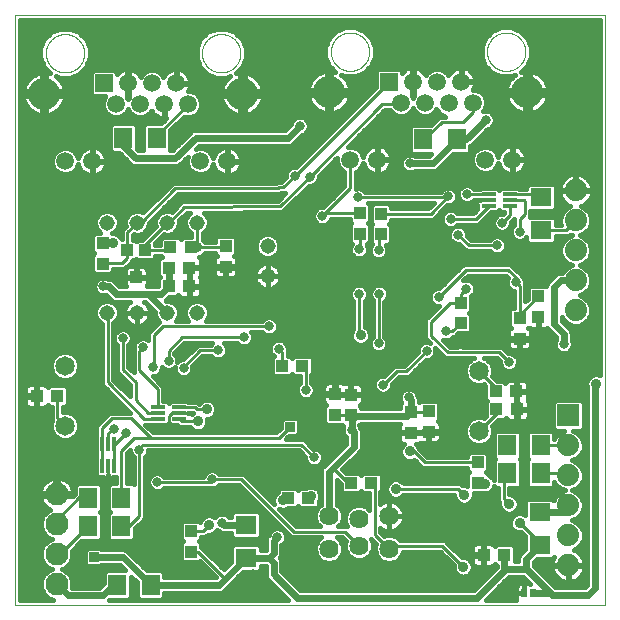
<source format=gbl>
G75*
%MOIN*%
%OFA0B0*%
%FSLAX25Y25*%
%IPPOS*%
%LPD*%
%AMOC8*
5,1,8,0,0,1.08239X$1,22.5*
%
%ADD10C,0.00000*%
%ADD11C,0.05150*%
%ADD12C,0.06500*%
%ADD13R,0.04134X0.04252*%
%ADD14R,0.04252X0.04134*%
%ADD15C,0.06400*%
%ADD16R,0.07400X0.07400*%
%ADD17C,0.07400*%
%ADD18R,0.05937X0.05937*%
%ADD19C,0.05937*%
%ADD20C,0.10630*%
%ADD21R,0.03937X0.04331*%
%ADD22R,0.04331X0.03937*%
%ADD23R,0.07087X0.06299*%
%ADD24R,0.03937X0.03937*%
%ADD25R,0.06299X0.07087*%
%ADD26R,0.04724X0.01181*%
%ADD27R,0.01969X0.03150*%
%ADD28C,0.07677*%
%ADD29R,0.01181X0.04724*%
%ADD30C,0.03169*%
%ADD31C,0.02400*%
%ADD32C,0.01000*%
%ADD33C,0.03562*%
%ADD34R,0.03169X0.03169*%
%ADD35C,0.01600*%
D10*
X0125000Y0011800D02*
X0125000Y0208650D01*
X0321850Y0208650D01*
X0321850Y0011800D01*
X0125000Y0011800D01*
X0135352Y0195800D02*
X0135354Y0195960D01*
X0135360Y0196119D01*
X0135370Y0196278D01*
X0135384Y0196437D01*
X0135402Y0196596D01*
X0135423Y0196754D01*
X0135449Y0196911D01*
X0135479Y0197068D01*
X0135512Y0197224D01*
X0135550Y0197379D01*
X0135591Y0197533D01*
X0135636Y0197686D01*
X0135685Y0197838D01*
X0135738Y0197988D01*
X0135794Y0198137D01*
X0135854Y0198285D01*
X0135918Y0198431D01*
X0135986Y0198576D01*
X0136057Y0198719D01*
X0136131Y0198860D01*
X0136209Y0198999D01*
X0136291Y0199136D01*
X0136376Y0199271D01*
X0136464Y0199404D01*
X0136555Y0199535D01*
X0136650Y0199663D01*
X0136748Y0199789D01*
X0136849Y0199913D01*
X0136953Y0200033D01*
X0137060Y0200152D01*
X0137170Y0200267D01*
X0137283Y0200380D01*
X0137398Y0200490D01*
X0137517Y0200597D01*
X0137637Y0200701D01*
X0137761Y0200802D01*
X0137887Y0200900D01*
X0138015Y0200995D01*
X0138146Y0201086D01*
X0138279Y0201174D01*
X0138414Y0201259D01*
X0138551Y0201341D01*
X0138690Y0201419D01*
X0138831Y0201493D01*
X0138974Y0201564D01*
X0139119Y0201632D01*
X0139265Y0201696D01*
X0139413Y0201756D01*
X0139562Y0201812D01*
X0139712Y0201865D01*
X0139864Y0201914D01*
X0140017Y0201959D01*
X0140171Y0202000D01*
X0140326Y0202038D01*
X0140482Y0202071D01*
X0140639Y0202101D01*
X0140796Y0202127D01*
X0140954Y0202148D01*
X0141113Y0202166D01*
X0141272Y0202180D01*
X0141431Y0202190D01*
X0141590Y0202196D01*
X0141750Y0202198D01*
X0141910Y0202196D01*
X0142069Y0202190D01*
X0142228Y0202180D01*
X0142387Y0202166D01*
X0142546Y0202148D01*
X0142704Y0202127D01*
X0142861Y0202101D01*
X0143018Y0202071D01*
X0143174Y0202038D01*
X0143329Y0202000D01*
X0143483Y0201959D01*
X0143636Y0201914D01*
X0143788Y0201865D01*
X0143938Y0201812D01*
X0144087Y0201756D01*
X0144235Y0201696D01*
X0144381Y0201632D01*
X0144526Y0201564D01*
X0144669Y0201493D01*
X0144810Y0201419D01*
X0144949Y0201341D01*
X0145086Y0201259D01*
X0145221Y0201174D01*
X0145354Y0201086D01*
X0145485Y0200995D01*
X0145613Y0200900D01*
X0145739Y0200802D01*
X0145863Y0200701D01*
X0145983Y0200597D01*
X0146102Y0200490D01*
X0146217Y0200380D01*
X0146330Y0200267D01*
X0146440Y0200152D01*
X0146547Y0200033D01*
X0146651Y0199913D01*
X0146752Y0199789D01*
X0146850Y0199663D01*
X0146945Y0199535D01*
X0147036Y0199404D01*
X0147124Y0199271D01*
X0147209Y0199136D01*
X0147291Y0198999D01*
X0147369Y0198860D01*
X0147443Y0198719D01*
X0147514Y0198576D01*
X0147582Y0198431D01*
X0147646Y0198285D01*
X0147706Y0198137D01*
X0147762Y0197988D01*
X0147815Y0197838D01*
X0147864Y0197686D01*
X0147909Y0197533D01*
X0147950Y0197379D01*
X0147988Y0197224D01*
X0148021Y0197068D01*
X0148051Y0196911D01*
X0148077Y0196754D01*
X0148098Y0196596D01*
X0148116Y0196437D01*
X0148130Y0196278D01*
X0148140Y0196119D01*
X0148146Y0195960D01*
X0148148Y0195800D01*
X0148146Y0195640D01*
X0148140Y0195481D01*
X0148130Y0195322D01*
X0148116Y0195163D01*
X0148098Y0195004D01*
X0148077Y0194846D01*
X0148051Y0194689D01*
X0148021Y0194532D01*
X0147988Y0194376D01*
X0147950Y0194221D01*
X0147909Y0194067D01*
X0147864Y0193914D01*
X0147815Y0193762D01*
X0147762Y0193612D01*
X0147706Y0193463D01*
X0147646Y0193315D01*
X0147582Y0193169D01*
X0147514Y0193024D01*
X0147443Y0192881D01*
X0147369Y0192740D01*
X0147291Y0192601D01*
X0147209Y0192464D01*
X0147124Y0192329D01*
X0147036Y0192196D01*
X0146945Y0192065D01*
X0146850Y0191937D01*
X0146752Y0191811D01*
X0146651Y0191687D01*
X0146547Y0191567D01*
X0146440Y0191448D01*
X0146330Y0191333D01*
X0146217Y0191220D01*
X0146102Y0191110D01*
X0145983Y0191003D01*
X0145863Y0190899D01*
X0145739Y0190798D01*
X0145613Y0190700D01*
X0145485Y0190605D01*
X0145354Y0190514D01*
X0145221Y0190426D01*
X0145086Y0190341D01*
X0144949Y0190259D01*
X0144810Y0190181D01*
X0144669Y0190107D01*
X0144526Y0190036D01*
X0144381Y0189968D01*
X0144235Y0189904D01*
X0144087Y0189844D01*
X0143938Y0189788D01*
X0143788Y0189735D01*
X0143636Y0189686D01*
X0143483Y0189641D01*
X0143329Y0189600D01*
X0143174Y0189562D01*
X0143018Y0189529D01*
X0142861Y0189499D01*
X0142704Y0189473D01*
X0142546Y0189452D01*
X0142387Y0189434D01*
X0142228Y0189420D01*
X0142069Y0189410D01*
X0141910Y0189404D01*
X0141750Y0189402D01*
X0141590Y0189404D01*
X0141431Y0189410D01*
X0141272Y0189420D01*
X0141113Y0189434D01*
X0140954Y0189452D01*
X0140796Y0189473D01*
X0140639Y0189499D01*
X0140482Y0189529D01*
X0140326Y0189562D01*
X0140171Y0189600D01*
X0140017Y0189641D01*
X0139864Y0189686D01*
X0139712Y0189735D01*
X0139562Y0189788D01*
X0139413Y0189844D01*
X0139265Y0189904D01*
X0139119Y0189968D01*
X0138974Y0190036D01*
X0138831Y0190107D01*
X0138690Y0190181D01*
X0138551Y0190259D01*
X0138414Y0190341D01*
X0138279Y0190426D01*
X0138146Y0190514D01*
X0138015Y0190605D01*
X0137887Y0190700D01*
X0137761Y0190798D01*
X0137637Y0190899D01*
X0137517Y0191003D01*
X0137398Y0191110D01*
X0137283Y0191220D01*
X0137170Y0191333D01*
X0137060Y0191448D01*
X0136953Y0191567D01*
X0136849Y0191687D01*
X0136748Y0191811D01*
X0136650Y0191937D01*
X0136555Y0192065D01*
X0136464Y0192196D01*
X0136376Y0192329D01*
X0136291Y0192464D01*
X0136209Y0192601D01*
X0136131Y0192740D01*
X0136057Y0192881D01*
X0135986Y0193024D01*
X0135918Y0193169D01*
X0135854Y0193315D01*
X0135794Y0193463D01*
X0135738Y0193612D01*
X0135685Y0193762D01*
X0135636Y0193914D01*
X0135591Y0194067D01*
X0135550Y0194221D01*
X0135512Y0194376D01*
X0135479Y0194532D01*
X0135449Y0194689D01*
X0135423Y0194846D01*
X0135402Y0195004D01*
X0135384Y0195163D01*
X0135370Y0195322D01*
X0135360Y0195481D01*
X0135354Y0195640D01*
X0135352Y0195800D01*
X0187399Y0195800D02*
X0187401Y0195960D01*
X0187407Y0196119D01*
X0187417Y0196278D01*
X0187431Y0196437D01*
X0187449Y0196596D01*
X0187470Y0196754D01*
X0187496Y0196911D01*
X0187526Y0197068D01*
X0187559Y0197224D01*
X0187597Y0197379D01*
X0187638Y0197533D01*
X0187683Y0197686D01*
X0187732Y0197838D01*
X0187785Y0197988D01*
X0187841Y0198137D01*
X0187901Y0198285D01*
X0187965Y0198431D01*
X0188033Y0198576D01*
X0188104Y0198719D01*
X0188178Y0198860D01*
X0188256Y0198999D01*
X0188338Y0199136D01*
X0188423Y0199271D01*
X0188511Y0199404D01*
X0188602Y0199535D01*
X0188697Y0199663D01*
X0188795Y0199789D01*
X0188896Y0199913D01*
X0189000Y0200033D01*
X0189107Y0200152D01*
X0189217Y0200267D01*
X0189330Y0200380D01*
X0189445Y0200490D01*
X0189564Y0200597D01*
X0189684Y0200701D01*
X0189808Y0200802D01*
X0189934Y0200900D01*
X0190062Y0200995D01*
X0190193Y0201086D01*
X0190326Y0201174D01*
X0190461Y0201259D01*
X0190598Y0201341D01*
X0190737Y0201419D01*
X0190878Y0201493D01*
X0191021Y0201564D01*
X0191166Y0201632D01*
X0191312Y0201696D01*
X0191460Y0201756D01*
X0191609Y0201812D01*
X0191759Y0201865D01*
X0191911Y0201914D01*
X0192064Y0201959D01*
X0192218Y0202000D01*
X0192373Y0202038D01*
X0192529Y0202071D01*
X0192686Y0202101D01*
X0192843Y0202127D01*
X0193001Y0202148D01*
X0193160Y0202166D01*
X0193319Y0202180D01*
X0193478Y0202190D01*
X0193637Y0202196D01*
X0193797Y0202198D01*
X0193957Y0202196D01*
X0194116Y0202190D01*
X0194275Y0202180D01*
X0194434Y0202166D01*
X0194593Y0202148D01*
X0194751Y0202127D01*
X0194908Y0202101D01*
X0195065Y0202071D01*
X0195221Y0202038D01*
X0195376Y0202000D01*
X0195530Y0201959D01*
X0195683Y0201914D01*
X0195835Y0201865D01*
X0195985Y0201812D01*
X0196134Y0201756D01*
X0196282Y0201696D01*
X0196428Y0201632D01*
X0196573Y0201564D01*
X0196716Y0201493D01*
X0196857Y0201419D01*
X0196996Y0201341D01*
X0197133Y0201259D01*
X0197268Y0201174D01*
X0197401Y0201086D01*
X0197532Y0200995D01*
X0197660Y0200900D01*
X0197786Y0200802D01*
X0197910Y0200701D01*
X0198030Y0200597D01*
X0198149Y0200490D01*
X0198264Y0200380D01*
X0198377Y0200267D01*
X0198487Y0200152D01*
X0198594Y0200033D01*
X0198698Y0199913D01*
X0198799Y0199789D01*
X0198897Y0199663D01*
X0198992Y0199535D01*
X0199083Y0199404D01*
X0199171Y0199271D01*
X0199256Y0199136D01*
X0199338Y0198999D01*
X0199416Y0198860D01*
X0199490Y0198719D01*
X0199561Y0198576D01*
X0199629Y0198431D01*
X0199693Y0198285D01*
X0199753Y0198137D01*
X0199809Y0197988D01*
X0199862Y0197838D01*
X0199911Y0197686D01*
X0199956Y0197533D01*
X0199997Y0197379D01*
X0200035Y0197224D01*
X0200068Y0197068D01*
X0200098Y0196911D01*
X0200124Y0196754D01*
X0200145Y0196596D01*
X0200163Y0196437D01*
X0200177Y0196278D01*
X0200187Y0196119D01*
X0200193Y0195960D01*
X0200195Y0195800D01*
X0200193Y0195640D01*
X0200187Y0195481D01*
X0200177Y0195322D01*
X0200163Y0195163D01*
X0200145Y0195004D01*
X0200124Y0194846D01*
X0200098Y0194689D01*
X0200068Y0194532D01*
X0200035Y0194376D01*
X0199997Y0194221D01*
X0199956Y0194067D01*
X0199911Y0193914D01*
X0199862Y0193762D01*
X0199809Y0193612D01*
X0199753Y0193463D01*
X0199693Y0193315D01*
X0199629Y0193169D01*
X0199561Y0193024D01*
X0199490Y0192881D01*
X0199416Y0192740D01*
X0199338Y0192601D01*
X0199256Y0192464D01*
X0199171Y0192329D01*
X0199083Y0192196D01*
X0198992Y0192065D01*
X0198897Y0191937D01*
X0198799Y0191811D01*
X0198698Y0191687D01*
X0198594Y0191567D01*
X0198487Y0191448D01*
X0198377Y0191333D01*
X0198264Y0191220D01*
X0198149Y0191110D01*
X0198030Y0191003D01*
X0197910Y0190899D01*
X0197786Y0190798D01*
X0197660Y0190700D01*
X0197532Y0190605D01*
X0197401Y0190514D01*
X0197268Y0190426D01*
X0197133Y0190341D01*
X0196996Y0190259D01*
X0196857Y0190181D01*
X0196716Y0190107D01*
X0196573Y0190036D01*
X0196428Y0189968D01*
X0196282Y0189904D01*
X0196134Y0189844D01*
X0195985Y0189788D01*
X0195835Y0189735D01*
X0195683Y0189686D01*
X0195530Y0189641D01*
X0195376Y0189600D01*
X0195221Y0189562D01*
X0195065Y0189529D01*
X0194908Y0189499D01*
X0194751Y0189473D01*
X0194593Y0189452D01*
X0194434Y0189434D01*
X0194275Y0189420D01*
X0194116Y0189410D01*
X0193957Y0189404D01*
X0193797Y0189402D01*
X0193637Y0189404D01*
X0193478Y0189410D01*
X0193319Y0189420D01*
X0193160Y0189434D01*
X0193001Y0189452D01*
X0192843Y0189473D01*
X0192686Y0189499D01*
X0192529Y0189529D01*
X0192373Y0189562D01*
X0192218Y0189600D01*
X0192064Y0189641D01*
X0191911Y0189686D01*
X0191759Y0189735D01*
X0191609Y0189788D01*
X0191460Y0189844D01*
X0191312Y0189904D01*
X0191166Y0189968D01*
X0191021Y0190036D01*
X0190878Y0190107D01*
X0190737Y0190181D01*
X0190598Y0190259D01*
X0190461Y0190341D01*
X0190326Y0190426D01*
X0190193Y0190514D01*
X0190062Y0190605D01*
X0189934Y0190700D01*
X0189808Y0190798D01*
X0189684Y0190899D01*
X0189564Y0191003D01*
X0189445Y0191110D01*
X0189330Y0191220D01*
X0189217Y0191333D01*
X0189107Y0191448D01*
X0189000Y0191567D01*
X0188896Y0191687D01*
X0188795Y0191811D01*
X0188697Y0191937D01*
X0188602Y0192065D01*
X0188511Y0192196D01*
X0188423Y0192329D01*
X0188338Y0192464D01*
X0188256Y0192601D01*
X0188178Y0192740D01*
X0188104Y0192881D01*
X0188033Y0193024D01*
X0187965Y0193169D01*
X0187901Y0193315D01*
X0187841Y0193463D01*
X0187785Y0193612D01*
X0187732Y0193762D01*
X0187683Y0193914D01*
X0187638Y0194067D01*
X0187597Y0194221D01*
X0187559Y0194376D01*
X0187526Y0194532D01*
X0187496Y0194689D01*
X0187470Y0194846D01*
X0187449Y0195004D01*
X0187431Y0195163D01*
X0187417Y0195322D01*
X0187407Y0195481D01*
X0187401Y0195640D01*
X0187399Y0195800D01*
X0230352Y0196300D02*
X0230354Y0196460D01*
X0230360Y0196619D01*
X0230370Y0196778D01*
X0230384Y0196937D01*
X0230402Y0197096D01*
X0230423Y0197254D01*
X0230449Y0197411D01*
X0230479Y0197568D01*
X0230512Y0197724D01*
X0230550Y0197879D01*
X0230591Y0198033D01*
X0230636Y0198186D01*
X0230685Y0198338D01*
X0230738Y0198488D01*
X0230794Y0198637D01*
X0230854Y0198785D01*
X0230918Y0198931D01*
X0230986Y0199076D01*
X0231057Y0199219D01*
X0231131Y0199360D01*
X0231209Y0199499D01*
X0231291Y0199636D01*
X0231376Y0199771D01*
X0231464Y0199904D01*
X0231555Y0200035D01*
X0231650Y0200163D01*
X0231748Y0200289D01*
X0231849Y0200413D01*
X0231953Y0200533D01*
X0232060Y0200652D01*
X0232170Y0200767D01*
X0232283Y0200880D01*
X0232398Y0200990D01*
X0232517Y0201097D01*
X0232637Y0201201D01*
X0232761Y0201302D01*
X0232887Y0201400D01*
X0233015Y0201495D01*
X0233146Y0201586D01*
X0233279Y0201674D01*
X0233414Y0201759D01*
X0233551Y0201841D01*
X0233690Y0201919D01*
X0233831Y0201993D01*
X0233974Y0202064D01*
X0234119Y0202132D01*
X0234265Y0202196D01*
X0234413Y0202256D01*
X0234562Y0202312D01*
X0234712Y0202365D01*
X0234864Y0202414D01*
X0235017Y0202459D01*
X0235171Y0202500D01*
X0235326Y0202538D01*
X0235482Y0202571D01*
X0235639Y0202601D01*
X0235796Y0202627D01*
X0235954Y0202648D01*
X0236113Y0202666D01*
X0236272Y0202680D01*
X0236431Y0202690D01*
X0236590Y0202696D01*
X0236750Y0202698D01*
X0236910Y0202696D01*
X0237069Y0202690D01*
X0237228Y0202680D01*
X0237387Y0202666D01*
X0237546Y0202648D01*
X0237704Y0202627D01*
X0237861Y0202601D01*
X0238018Y0202571D01*
X0238174Y0202538D01*
X0238329Y0202500D01*
X0238483Y0202459D01*
X0238636Y0202414D01*
X0238788Y0202365D01*
X0238938Y0202312D01*
X0239087Y0202256D01*
X0239235Y0202196D01*
X0239381Y0202132D01*
X0239526Y0202064D01*
X0239669Y0201993D01*
X0239810Y0201919D01*
X0239949Y0201841D01*
X0240086Y0201759D01*
X0240221Y0201674D01*
X0240354Y0201586D01*
X0240485Y0201495D01*
X0240613Y0201400D01*
X0240739Y0201302D01*
X0240863Y0201201D01*
X0240983Y0201097D01*
X0241102Y0200990D01*
X0241217Y0200880D01*
X0241330Y0200767D01*
X0241440Y0200652D01*
X0241547Y0200533D01*
X0241651Y0200413D01*
X0241752Y0200289D01*
X0241850Y0200163D01*
X0241945Y0200035D01*
X0242036Y0199904D01*
X0242124Y0199771D01*
X0242209Y0199636D01*
X0242291Y0199499D01*
X0242369Y0199360D01*
X0242443Y0199219D01*
X0242514Y0199076D01*
X0242582Y0198931D01*
X0242646Y0198785D01*
X0242706Y0198637D01*
X0242762Y0198488D01*
X0242815Y0198338D01*
X0242864Y0198186D01*
X0242909Y0198033D01*
X0242950Y0197879D01*
X0242988Y0197724D01*
X0243021Y0197568D01*
X0243051Y0197411D01*
X0243077Y0197254D01*
X0243098Y0197096D01*
X0243116Y0196937D01*
X0243130Y0196778D01*
X0243140Y0196619D01*
X0243146Y0196460D01*
X0243148Y0196300D01*
X0243146Y0196140D01*
X0243140Y0195981D01*
X0243130Y0195822D01*
X0243116Y0195663D01*
X0243098Y0195504D01*
X0243077Y0195346D01*
X0243051Y0195189D01*
X0243021Y0195032D01*
X0242988Y0194876D01*
X0242950Y0194721D01*
X0242909Y0194567D01*
X0242864Y0194414D01*
X0242815Y0194262D01*
X0242762Y0194112D01*
X0242706Y0193963D01*
X0242646Y0193815D01*
X0242582Y0193669D01*
X0242514Y0193524D01*
X0242443Y0193381D01*
X0242369Y0193240D01*
X0242291Y0193101D01*
X0242209Y0192964D01*
X0242124Y0192829D01*
X0242036Y0192696D01*
X0241945Y0192565D01*
X0241850Y0192437D01*
X0241752Y0192311D01*
X0241651Y0192187D01*
X0241547Y0192067D01*
X0241440Y0191948D01*
X0241330Y0191833D01*
X0241217Y0191720D01*
X0241102Y0191610D01*
X0240983Y0191503D01*
X0240863Y0191399D01*
X0240739Y0191298D01*
X0240613Y0191200D01*
X0240485Y0191105D01*
X0240354Y0191014D01*
X0240221Y0190926D01*
X0240086Y0190841D01*
X0239949Y0190759D01*
X0239810Y0190681D01*
X0239669Y0190607D01*
X0239526Y0190536D01*
X0239381Y0190468D01*
X0239235Y0190404D01*
X0239087Y0190344D01*
X0238938Y0190288D01*
X0238788Y0190235D01*
X0238636Y0190186D01*
X0238483Y0190141D01*
X0238329Y0190100D01*
X0238174Y0190062D01*
X0238018Y0190029D01*
X0237861Y0189999D01*
X0237704Y0189973D01*
X0237546Y0189952D01*
X0237387Y0189934D01*
X0237228Y0189920D01*
X0237069Y0189910D01*
X0236910Y0189904D01*
X0236750Y0189902D01*
X0236590Y0189904D01*
X0236431Y0189910D01*
X0236272Y0189920D01*
X0236113Y0189934D01*
X0235954Y0189952D01*
X0235796Y0189973D01*
X0235639Y0189999D01*
X0235482Y0190029D01*
X0235326Y0190062D01*
X0235171Y0190100D01*
X0235017Y0190141D01*
X0234864Y0190186D01*
X0234712Y0190235D01*
X0234562Y0190288D01*
X0234413Y0190344D01*
X0234265Y0190404D01*
X0234119Y0190468D01*
X0233974Y0190536D01*
X0233831Y0190607D01*
X0233690Y0190681D01*
X0233551Y0190759D01*
X0233414Y0190841D01*
X0233279Y0190926D01*
X0233146Y0191014D01*
X0233015Y0191105D01*
X0232887Y0191200D01*
X0232761Y0191298D01*
X0232637Y0191399D01*
X0232517Y0191503D01*
X0232398Y0191610D01*
X0232283Y0191720D01*
X0232170Y0191833D01*
X0232060Y0191948D01*
X0231953Y0192067D01*
X0231849Y0192187D01*
X0231748Y0192311D01*
X0231650Y0192437D01*
X0231555Y0192565D01*
X0231464Y0192696D01*
X0231376Y0192829D01*
X0231291Y0192964D01*
X0231209Y0193101D01*
X0231131Y0193240D01*
X0231057Y0193381D01*
X0230986Y0193524D01*
X0230918Y0193669D01*
X0230854Y0193815D01*
X0230794Y0193963D01*
X0230738Y0194112D01*
X0230685Y0194262D01*
X0230636Y0194414D01*
X0230591Y0194567D01*
X0230550Y0194721D01*
X0230512Y0194876D01*
X0230479Y0195032D01*
X0230449Y0195189D01*
X0230423Y0195346D01*
X0230402Y0195504D01*
X0230384Y0195663D01*
X0230370Y0195822D01*
X0230360Y0195981D01*
X0230354Y0196140D01*
X0230352Y0196300D01*
X0282399Y0196300D02*
X0282401Y0196460D01*
X0282407Y0196619D01*
X0282417Y0196778D01*
X0282431Y0196937D01*
X0282449Y0197096D01*
X0282470Y0197254D01*
X0282496Y0197411D01*
X0282526Y0197568D01*
X0282559Y0197724D01*
X0282597Y0197879D01*
X0282638Y0198033D01*
X0282683Y0198186D01*
X0282732Y0198338D01*
X0282785Y0198488D01*
X0282841Y0198637D01*
X0282901Y0198785D01*
X0282965Y0198931D01*
X0283033Y0199076D01*
X0283104Y0199219D01*
X0283178Y0199360D01*
X0283256Y0199499D01*
X0283338Y0199636D01*
X0283423Y0199771D01*
X0283511Y0199904D01*
X0283602Y0200035D01*
X0283697Y0200163D01*
X0283795Y0200289D01*
X0283896Y0200413D01*
X0284000Y0200533D01*
X0284107Y0200652D01*
X0284217Y0200767D01*
X0284330Y0200880D01*
X0284445Y0200990D01*
X0284564Y0201097D01*
X0284684Y0201201D01*
X0284808Y0201302D01*
X0284934Y0201400D01*
X0285062Y0201495D01*
X0285193Y0201586D01*
X0285326Y0201674D01*
X0285461Y0201759D01*
X0285598Y0201841D01*
X0285737Y0201919D01*
X0285878Y0201993D01*
X0286021Y0202064D01*
X0286166Y0202132D01*
X0286312Y0202196D01*
X0286460Y0202256D01*
X0286609Y0202312D01*
X0286759Y0202365D01*
X0286911Y0202414D01*
X0287064Y0202459D01*
X0287218Y0202500D01*
X0287373Y0202538D01*
X0287529Y0202571D01*
X0287686Y0202601D01*
X0287843Y0202627D01*
X0288001Y0202648D01*
X0288160Y0202666D01*
X0288319Y0202680D01*
X0288478Y0202690D01*
X0288637Y0202696D01*
X0288797Y0202698D01*
X0288957Y0202696D01*
X0289116Y0202690D01*
X0289275Y0202680D01*
X0289434Y0202666D01*
X0289593Y0202648D01*
X0289751Y0202627D01*
X0289908Y0202601D01*
X0290065Y0202571D01*
X0290221Y0202538D01*
X0290376Y0202500D01*
X0290530Y0202459D01*
X0290683Y0202414D01*
X0290835Y0202365D01*
X0290985Y0202312D01*
X0291134Y0202256D01*
X0291282Y0202196D01*
X0291428Y0202132D01*
X0291573Y0202064D01*
X0291716Y0201993D01*
X0291857Y0201919D01*
X0291996Y0201841D01*
X0292133Y0201759D01*
X0292268Y0201674D01*
X0292401Y0201586D01*
X0292532Y0201495D01*
X0292660Y0201400D01*
X0292786Y0201302D01*
X0292910Y0201201D01*
X0293030Y0201097D01*
X0293149Y0200990D01*
X0293264Y0200880D01*
X0293377Y0200767D01*
X0293487Y0200652D01*
X0293594Y0200533D01*
X0293698Y0200413D01*
X0293799Y0200289D01*
X0293897Y0200163D01*
X0293992Y0200035D01*
X0294083Y0199904D01*
X0294171Y0199771D01*
X0294256Y0199636D01*
X0294338Y0199499D01*
X0294416Y0199360D01*
X0294490Y0199219D01*
X0294561Y0199076D01*
X0294629Y0198931D01*
X0294693Y0198785D01*
X0294753Y0198637D01*
X0294809Y0198488D01*
X0294862Y0198338D01*
X0294911Y0198186D01*
X0294956Y0198033D01*
X0294997Y0197879D01*
X0295035Y0197724D01*
X0295068Y0197568D01*
X0295098Y0197411D01*
X0295124Y0197254D01*
X0295145Y0197096D01*
X0295163Y0196937D01*
X0295177Y0196778D01*
X0295187Y0196619D01*
X0295193Y0196460D01*
X0295195Y0196300D01*
X0295193Y0196140D01*
X0295187Y0195981D01*
X0295177Y0195822D01*
X0295163Y0195663D01*
X0295145Y0195504D01*
X0295124Y0195346D01*
X0295098Y0195189D01*
X0295068Y0195032D01*
X0295035Y0194876D01*
X0294997Y0194721D01*
X0294956Y0194567D01*
X0294911Y0194414D01*
X0294862Y0194262D01*
X0294809Y0194112D01*
X0294753Y0193963D01*
X0294693Y0193815D01*
X0294629Y0193669D01*
X0294561Y0193524D01*
X0294490Y0193381D01*
X0294416Y0193240D01*
X0294338Y0193101D01*
X0294256Y0192964D01*
X0294171Y0192829D01*
X0294083Y0192696D01*
X0293992Y0192565D01*
X0293897Y0192437D01*
X0293799Y0192311D01*
X0293698Y0192187D01*
X0293594Y0192067D01*
X0293487Y0191948D01*
X0293377Y0191833D01*
X0293264Y0191720D01*
X0293149Y0191610D01*
X0293030Y0191503D01*
X0292910Y0191399D01*
X0292786Y0191298D01*
X0292660Y0191200D01*
X0292532Y0191105D01*
X0292401Y0191014D01*
X0292268Y0190926D01*
X0292133Y0190841D01*
X0291996Y0190759D01*
X0291857Y0190681D01*
X0291716Y0190607D01*
X0291573Y0190536D01*
X0291428Y0190468D01*
X0291282Y0190404D01*
X0291134Y0190344D01*
X0290985Y0190288D01*
X0290835Y0190235D01*
X0290683Y0190186D01*
X0290530Y0190141D01*
X0290376Y0190100D01*
X0290221Y0190062D01*
X0290065Y0190029D01*
X0289908Y0189999D01*
X0289751Y0189973D01*
X0289593Y0189952D01*
X0289434Y0189934D01*
X0289275Y0189920D01*
X0289116Y0189910D01*
X0288957Y0189904D01*
X0288797Y0189902D01*
X0288637Y0189904D01*
X0288478Y0189910D01*
X0288319Y0189920D01*
X0288160Y0189934D01*
X0288001Y0189952D01*
X0287843Y0189973D01*
X0287686Y0189999D01*
X0287529Y0190029D01*
X0287373Y0190062D01*
X0287218Y0190100D01*
X0287064Y0190141D01*
X0286911Y0190186D01*
X0286759Y0190235D01*
X0286609Y0190288D01*
X0286460Y0190344D01*
X0286312Y0190404D01*
X0286166Y0190468D01*
X0286021Y0190536D01*
X0285878Y0190607D01*
X0285737Y0190681D01*
X0285598Y0190759D01*
X0285461Y0190841D01*
X0285326Y0190926D01*
X0285193Y0191014D01*
X0285062Y0191105D01*
X0284934Y0191200D01*
X0284808Y0191298D01*
X0284684Y0191399D01*
X0284564Y0191503D01*
X0284445Y0191610D01*
X0284330Y0191720D01*
X0284217Y0191833D01*
X0284107Y0191948D01*
X0284000Y0192067D01*
X0283896Y0192187D01*
X0283795Y0192311D01*
X0283697Y0192437D01*
X0283602Y0192565D01*
X0283511Y0192696D01*
X0283423Y0192829D01*
X0283338Y0192964D01*
X0283256Y0193101D01*
X0283178Y0193240D01*
X0283104Y0193381D01*
X0283033Y0193524D01*
X0282965Y0193669D01*
X0282901Y0193815D01*
X0282841Y0193963D01*
X0282785Y0194112D01*
X0282732Y0194262D01*
X0282683Y0194414D01*
X0282638Y0194567D01*
X0282597Y0194721D01*
X0282559Y0194876D01*
X0282526Y0195032D01*
X0282496Y0195189D01*
X0282470Y0195346D01*
X0282449Y0195504D01*
X0282431Y0195663D01*
X0282417Y0195822D01*
X0282407Y0195981D01*
X0282401Y0196140D01*
X0282399Y0196300D01*
D11*
X0185750Y0139300D03*
X0175750Y0139300D03*
X0165750Y0139300D03*
X0155750Y0139300D03*
X0155750Y0109300D03*
X0165750Y0109300D03*
X0175750Y0109300D03*
X0185750Y0109300D03*
X0209250Y0121629D03*
X0209250Y0131471D03*
D12*
X0141750Y0091550D03*
X0141750Y0071550D03*
X0279750Y0069800D03*
X0279750Y0089800D03*
D13*
X0285305Y0083050D03*
X0285555Y0077050D03*
X0292445Y0077050D03*
X0292195Y0083050D03*
X0288195Y0028550D03*
X0281305Y0028550D03*
X0183195Y0118050D03*
X0183195Y0124300D03*
X0176305Y0124300D03*
X0176305Y0118050D03*
X0139195Y0081550D03*
X0132305Y0081550D03*
D14*
X0195250Y0124605D03*
X0195250Y0131495D03*
X0231750Y0082245D03*
X0237000Y0081995D03*
X0237000Y0075105D03*
X0231750Y0075355D03*
X0257000Y0076245D03*
X0263000Y0076495D03*
X0263000Y0069605D03*
X0257000Y0069355D03*
X0293250Y0100605D03*
X0293250Y0107495D03*
X0299500Y0107855D03*
X0299500Y0114745D03*
D15*
X0249750Y0041550D03*
X0239750Y0040550D03*
X0229750Y0041550D03*
X0239750Y0031550D03*
X0229750Y0030550D03*
X0249750Y0030550D03*
D16*
X0309500Y0075050D03*
D17*
X0309500Y0065050D03*
X0309500Y0055050D03*
X0309500Y0045050D03*
X0309500Y0035050D03*
X0309500Y0025050D03*
X0312000Y0110050D03*
X0312000Y0120050D03*
X0312000Y0130050D03*
X0312000Y0140050D03*
X0312000Y0150050D03*
D18*
X0249703Y0186300D03*
X0154703Y0185800D03*
D19*
X0162734Y0185800D03*
X0170766Y0185800D03*
X0178797Y0185800D03*
X0174781Y0178792D03*
X0166750Y0178792D03*
X0158719Y0178792D03*
X0182813Y0178792D03*
X0186789Y0159816D03*
X0195805Y0159816D03*
X0236789Y0160316D03*
X0245805Y0160316D03*
X0253719Y0179292D03*
X0261750Y0179292D03*
X0269781Y0179292D03*
X0277813Y0179292D03*
X0273797Y0186300D03*
X0265766Y0186300D03*
X0257734Y0186300D03*
X0281789Y0160316D03*
X0290805Y0160316D03*
X0150805Y0159816D03*
X0141789Y0159816D03*
D20*
X0134742Y0182296D03*
X0200805Y0182296D03*
X0229742Y0182796D03*
X0295805Y0182796D03*
D21*
X0247000Y0142146D03*
X0240000Y0142396D03*
X0240000Y0135704D03*
X0247000Y0135454D03*
X0273750Y0112646D03*
X0273750Y0105954D03*
X0279250Y0059396D03*
X0279250Y0052704D03*
X0183750Y0036396D03*
X0183750Y0029704D03*
X0154250Y0125704D03*
X0154250Y0132396D03*
D22*
X0176904Y0131050D03*
X0183596Y0131050D03*
X0214154Y0091550D03*
X0220846Y0091550D03*
X0237154Y0052550D03*
X0243846Y0052550D03*
X0222846Y0047550D03*
X0216154Y0047550D03*
D23*
X0202000Y0038562D03*
X0202000Y0027538D03*
X0300000Y0031788D03*
X0300000Y0042812D03*
X0300500Y0136788D03*
X0300500Y0147812D03*
D24*
X0168453Y0130137D03*
X0162547Y0130137D03*
X0165500Y0121081D03*
D25*
X0161238Y0167550D03*
X0172262Y0167550D03*
X0261238Y0167050D03*
X0272262Y0167050D03*
X0289238Y0065050D03*
X0300262Y0065050D03*
X0300262Y0055800D03*
X0289238Y0055800D03*
X0170262Y0018550D03*
X0159238Y0018550D03*
X0160512Y0038050D03*
X0149488Y0038050D03*
X0149488Y0047550D03*
X0160512Y0047550D03*
D26*
X0172667Y0073831D03*
X0172667Y0075800D03*
X0172667Y0077769D03*
X0179833Y0077769D03*
X0179833Y0075800D03*
X0179833Y0073831D03*
X0282917Y0144831D03*
X0282917Y0146800D03*
X0282917Y0148769D03*
X0290083Y0148769D03*
X0290083Y0146800D03*
X0290083Y0144831D03*
D27*
X0294833Y0015800D03*
X0297667Y0015800D03*
D28*
X0139000Y0018800D03*
X0139000Y0028800D03*
X0139000Y0038800D03*
X0139000Y0048800D03*
D29*
X0154031Y0058217D03*
X0156000Y0058217D03*
X0157969Y0058217D03*
X0157969Y0065383D03*
X0156000Y0065383D03*
X0154031Y0065383D03*
D30*
X0162000Y0069050D03*
X0158000Y0070550D03*
X0166500Y0063550D03*
X0173500Y0059800D03*
X0172500Y0052800D03*
X0163500Y0058300D03*
X0176250Y0070550D03*
X0200250Y0059050D03*
X0190750Y0053800D03*
X0194000Y0039300D03*
X0174500Y0036300D03*
X0188000Y0022550D03*
X0204500Y0022050D03*
X0218250Y0032550D03*
X0212500Y0034550D03*
X0225750Y0022050D03*
X0262000Y0027300D03*
X0282250Y0036050D03*
X0300750Y0025050D03*
X0288500Y0015050D03*
X0262000Y0044300D03*
X0235500Y0046550D03*
X0225000Y0052800D03*
X0224750Y0061050D03*
X0237250Y0070300D03*
X0249250Y0068550D03*
X0256250Y0081050D03*
X0247750Y0085300D03*
X0242500Y0085050D03*
X0222000Y0083550D03*
X0220750Y0078800D03*
X0211000Y0070800D03*
X0181250Y0090800D03*
X0176250Y0093300D03*
X0171000Y0091050D03*
X0167750Y0097800D03*
X0161000Y0100800D03*
X0182000Y0096800D03*
X0192750Y0096800D03*
X0201500Y0101050D03*
X0209750Y0104800D03*
X0213000Y0097300D03*
X0222000Y0101050D03*
X0233750Y0101050D03*
X0246250Y0099050D03*
X0258250Y0107300D03*
X0266250Y0114550D03*
X0260000Y0117050D03*
X0246500Y0115550D03*
X0239750Y0115550D03*
X0239750Y0130550D03*
X0233750Y0132300D03*
X0227500Y0141550D03*
X0221750Y0145050D03*
X0223375Y0154675D03*
X0218351Y0154949D03*
X0230250Y0153550D03*
X0239500Y0147800D03*
X0254000Y0137050D03*
X0246250Y0130050D03*
X0270250Y0140550D03*
X0272750Y0135300D03*
X0271000Y0130800D03*
X0285750Y0131800D03*
X0293250Y0136300D03*
X0287500Y0139300D03*
X0275750Y0148800D03*
X0269524Y0148050D03*
X0257000Y0153550D03*
X0256750Y0159050D03*
X0251500Y0171550D03*
X0282000Y0173550D03*
X0220000Y0171550D03*
X0181750Y0147800D03*
X0180750Y0136050D03*
X0200750Y0119050D03*
X0154500Y0118050D03*
X0135000Y0111800D03*
X0148250Y0084800D03*
X0134500Y0070550D03*
X0146750Y0022050D03*
X0262250Y0096550D03*
X0268750Y0103050D03*
X0287750Y0101050D03*
X0289750Y0092800D03*
X0308000Y0098800D03*
X0313250Y0101550D03*
X0292000Y0119550D03*
X0275500Y0117300D03*
X0270000Y0091050D03*
X0278750Y0079800D03*
X0270250Y0070800D03*
X0294750Y0071800D03*
X0143000Y0146050D03*
X0148000Y0172050D03*
D31*
X0161238Y0164812D02*
X0165250Y0160800D01*
X0178500Y0160800D01*
X0185250Y0167550D01*
X0216000Y0167550D01*
X0220000Y0171550D01*
X0256750Y0159050D02*
X0264262Y0159050D01*
X0272262Y0167050D01*
X0275500Y0167050D01*
X0282000Y0173550D01*
X0307000Y0120050D02*
X0312000Y0120050D01*
X0307000Y0120050D02*
X0304750Y0117800D01*
X0304750Y0105550D01*
X0308000Y0102300D01*
X0308000Y0098800D01*
X0318750Y0085550D02*
X0318250Y0085050D01*
X0318250Y0017550D01*
X0316000Y0015300D01*
X0304000Y0015300D01*
X0302250Y0017050D01*
X0302250Y0015800D01*
X0297667Y0015800D01*
X0302250Y0017050D02*
X0295500Y0023800D01*
X0295500Y0027288D01*
X0300000Y0031788D01*
X0288195Y0028550D02*
X0288195Y0024105D01*
X0288500Y0023800D01*
X0295500Y0023800D01*
X0288500Y0023800D02*
X0279000Y0014300D01*
X0219000Y0014300D01*
X0211250Y0022050D01*
X0211250Y0026026D01*
X0209738Y0027538D01*
X0211250Y0029050D01*
X0211250Y0033300D01*
X0212500Y0034550D01*
X0209738Y0027538D02*
X0202000Y0027538D01*
X0195131Y0020669D01*
X0193012Y0018550D01*
X0170262Y0018550D01*
X0161012Y0027800D01*
X0151250Y0027800D01*
X0157750Y0018550D02*
X0154250Y0015050D01*
X0142750Y0015050D01*
X0139000Y0018800D01*
X0157750Y0018550D02*
X0159238Y0018550D01*
X0194000Y0039300D02*
X0194738Y0038562D01*
X0202000Y0038562D01*
X0229750Y0041550D02*
X0229750Y0056300D01*
X0231000Y0057550D01*
X0238000Y0064550D01*
X0238000Y0069550D01*
X0237250Y0070300D02*
X0237250Y0074855D01*
X0255610Y0074855D01*
X0257000Y0076245D02*
X0257000Y0080300D01*
X0307262Y0042812D02*
X0309500Y0045050D01*
X0307262Y0042812D02*
X0300000Y0042812D01*
X0175750Y0109300D02*
X0169500Y0115550D01*
X0173805Y0115550D01*
X0176305Y0118050D01*
X0176305Y0124300D01*
X0169500Y0115550D02*
X0158750Y0115550D01*
X0156250Y0118050D01*
X0154500Y0118050D01*
D32*
X0154250Y0125704D02*
X0154346Y0125800D01*
X0160750Y0125800D01*
X0162547Y0127597D01*
X0162547Y0130137D01*
X0162547Y0136097D01*
X0165750Y0139300D01*
X0167000Y0139300D01*
X0178500Y0150800D01*
X0212750Y0150800D01*
X0213000Y0151050D01*
X0214453Y0151050D01*
X0218351Y0154949D01*
X0249703Y0186300D01*
X0253719Y0179292D02*
X0253226Y0178800D01*
X0247500Y0178800D01*
X0223375Y0154675D01*
X0213500Y0144800D01*
X0181500Y0144550D01*
X0176250Y0139300D01*
X0175750Y0139300D01*
X0168453Y0132003D01*
X0168453Y0130137D01*
X0175990Y0130137D01*
X0176904Y0131050D01*
X0183596Y0131050D02*
X0185750Y0131050D01*
X0195250Y0131050D01*
X0195250Y0131495D01*
X0185750Y0133204D02*
X0185750Y0139300D01*
X0185750Y0133204D02*
X0183596Y0131050D01*
X0157750Y0132550D02*
X0154404Y0132550D01*
X0154250Y0132396D01*
X0155750Y0109300D02*
X0156000Y0109050D01*
X0156000Y0086050D01*
X0168219Y0073831D01*
X0172667Y0073831D01*
X0172667Y0075800D02*
X0169500Y0075800D01*
X0165250Y0080050D01*
X0165250Y0086050D01*
X0161000Y0090300D01*
X0161000Y0100800D01*
X0166500Y0096550D02*
X0167750Y0097800D01*
X0166500Y0096550D02*
X0166500Y0090050D01*
X0172667Y0083883D01*
X0172667Y0077769D01*
X0176250Y0074800D02*
X0176250Y0071800D01*
X0179833Y0073831D02*
X0180614Y0073050D01*
X0186000Y0073050D01*
X0183000Y0075800D02*
X0179833Y0075800D01*
X0177250Y0075800D01*
X0176250Y0074800D01*
X0179833Y0077769D02*
X0179864Y0077800D01*
X0185000Y0077800D01*
X0185750Y0077050D01*
X0189000Y0077050D01*
X0170250Y0067550D02*
X0163750Y0074050D01*
X0157250Y0074050D01*
X0154031Y0070831D01*
X0154031Y0065383D01*
X0154031Y0058217D01*
X0156000Y0058217D02*
X0156000Y0053300D01*
X0155750Y0053050D01*
X0157969Y0058217D02*
X0157969Y0065383D01*
X0158333Y0065383D01*
X0162000Y0069050D01*
X0164750Y0067550D02*
X0170250Y0067550D01*
X0213000Y0067550D01*
X0216750Y0071300D01*
X0220500Y0065300D02*
X0224750Y0061050D01*
X0220500Y0065300D02*
X0167750Y0065300D01*
X0166500Y0064050D01*
X0166500Y0063550D01*
X0166500Y0062300D01*
X0166500Y0041550D01*
X0163000Y0038050D01*
X0160512Y0038050D01*
X0149488Y0038050D02*
X0140238Y0028800D01*
X0139000Y0028800D01*
X0139000Y0038800D02*
X0139000Y0040300D01*
X0146500Y0047800D01*
X0149238Y0047800D01*
X0149488Y0047550D01*
X0160512Y0047550D02*
X0160512Y0063312D01*
X0164750Y0067550D01*
X0158000Y0070550D02*
X0156000Y0069050D01*
X0156000Y0065383D01*
X0141750Y0071550D02*
X0139195Y0074105D01*
X0139195Y0081550D01*
X0171000Y0091050D02*
X0171250Y0091300D01*
X0171250Y0101800D01*
X0174250Y0104800D01*
X0209750Y0104800D01*
X0201500Y0101050D02*
X0180750Y0101050D01*
X0176250Y0096550D01*
X0176250Y0093300D01*
X0181250Y0091300D02*
X0181250Y0090800D01*
X0181250Y0091300D02*
X0186750Y0096800D01*
X0192750Y0096800D01*
X0213000Y0097300D02*
X0214154Y0096146D01*
X0214154Y0091550D01*
X0220846Y0091550D02*
X0222000Y0090396D01*
X0222000Y0083550D01*
X0231750Y0075355D02*
X0232000Y0075105D01*
X0237000Y0075105D01*
X0237250Y0074855D01*
X0237250Y0070300D02*
X0238000Y0069550D01*
X0231000Y0057550D02*
X0236000Y0052550D01*
X0237154Y0052550D01*
X0243846Y0052550D02*
X0245000Y0052550D01*
X0245000Y0035300D01*
X0249750Y0030550D01*
X0250750Y0031550D01*
X0267500Y0031550D01*
X0274500Y0024550D01*
X0293250Y0039300D02*
X0300000Y0032550D01*
X0300000Y0031788D01*
X0289750Y0045550D02*
X0288000Y0047300D01*
X0288000Y0054562D01*
X0289238Y0055800D01*
X0281750Y0052300D02*
X0279654Y0052300D01*
X0279250Y0052704D01*
X0274750Y0048550D02*
X0272750Y0050550D01*
X0252000Y0050550D01*
X0261654Y0059396D02*
X0258000Y0063050D01*
X0256750Y0063050D01*
X0261654Y0059396D02*
X0279250Y0059396D01*
X0288000Y0062800D02*
X0288000Y0063050D01*
X0288000Y0063812D01*
X0289238Y0065050D01*
X0289238Y0064288D01*
X0288000Y0063050D01*
X0279750Y0069800D02*
X0286055Y0076105D01*
X0285555Y0077050D01*
X0285305Y0083050D02*
X0285750Y0083800D01*
X0279750Y0089800D01*
X0273250Y0096050D02*
X0286500Y0096050D01*
X0289750Y0092800D01*
X0273500Y0096300D02*
X0273250Y0096050D01*
X0269250Y0096050D01*
X0263750Y0101550D01*
X0263750Y0106300D01*
X0270096Y0112646D01*
X0273750Y0112646D01*
X0273750Y0115550D01*
X0275500Y0117300D01*
X0275250Y0123550D02*
X0266250Y0114550D01*
X0273750Y0105954D02*
X0270846Y0103050D01*
X0268750Y0103050D01*
X0262250Y0096550D02*
X0255500Y0089800D01*
X0252250Y0089800D01*
X0247750Y0085300D01*
X0256250Y0081050D02*
X0257000Y0080300D01*
X0257000Y0076245D02*
X0255610Y0074855D01*
X0257000Y0076245D02*
X0262750Y0076245D01*
X0263000Y0076495D01*
X0246250Y0099050D02*
X0246250Y0115300D01*
X0246500Y0115550D01*
X0239750Y0115550D02*
X0239750Y0102300D01*
X0240250Y0101800D01*
X0275250Y0123550D02*
X0289500Y0123550D01*
X0292000Y0121050D01*
X0292000Y0119550D01*
X0293250Y0118300D01*
X0293250Y0107495D01*
X0293250Y0108495D01*
X0299500Y0114745D01*
X0285750Y0131800D02*
X0276250Y0131800D01*
X0272750Y0135300D01*
X0270250Y0140550D02*
X0278636Y0140550D01*
X0282917Y0144831D01*
X0282699Y0145050D01*
X0282917Y0146800D02*
X0279000Y0146800D01*
X0277750Y0145550D01*
X0275750Y0148800D02*
X0282886Y0148800D01*
X0282917Y0148769D01*
X0290083Y0148769D02*
X0299543Y0148769D01*
X0300500Y0147812D01*
X0295000Y0146550D02*
X0294750Y0146800D01*
X0290083Y0146800D01*
X0290083Y0144831D02*
X0290083Y0141883D01*
X0287500Y0139300D01*
X0293250Y0140550D02*
X0293250Y0136300D01*
X0293250Y0140550D02*
X0295000Y0142300D01*
X0295000Y0146550D01*
X0308738Y0136788D02*
X0312000Y0140050D01*
X0308738Y0136788D02*
X0300500Y0136788D01*
X0269524Y0148050D02*
X0269274Y0147800D01*
X0239500Y0147800D01*
X0236789Y0150839D02*
X0227500Y0141550D01*
X0228346Y0142396D01*
X0240000Y0142396D01*
X0247000Y0142146D02*
X0263620Y0142146D01*
X0269524Y0148050D01*
X0247000Y0135454D02*
X0246250Y0134704D01*
X0246250Y0130050D01*
X0240000Y0130800D02*
X0239750Y0130550D01*
X0240000Y0130800D02*
X0240000Y0135704D01*
X0236789Y0150839D02*
X0236789Y0160316D01*
X0261238Y0167050D02*
X0261500Y0167050D01*
X0267250Y0172800D01*
X0274500Y0172800D01*
X0277750Y0176050D01*
X0277750Y0179229D01*
X0277813Y0179292D01*
X0182813Y0178792D02*
X0172262Y0168241D01*
X0172262Y0167550D01*
X0161238Y0167550D02*
X0161238Y0164812D01*
X0300262Y0065050D02*
X0309500Y0065050D01*
X0308750Y0055800D02*
X0300262Y0055800D01*
X0308750Y0055800D02*
X0309500Y0055050D01*
X0239750Y0031550D02*
X0235000Y0036300D01*
X0218000Y0036300D01*
X0200500Y0053800D01*
X0190750Y0053800D01*
X0189750Y0052800D01*
X0172500Y0052800D01*
X0187596Y0036396D02*
X0189750Y0038550D01*
X0187596Y0036396D02*
X0183750Y0036396D01*
X0183750Y0029704D02*
X0186096Y0029704D01*
X0195131Y0020669D01*
X0214366Y0046800D02*
X0216154Y0047550D01*
X0222846Y0047550D02*
X0223596Y0048050D01*
D33*
X0223596Y0048050D03*
X0214366Y0046800D03*
X0189750Y0038550D03*
X0147750Y0064300D03*
X0186000Y0073050D03*
X0189000Y0077050D03*
X0148500Y0097800D03*
X0185750Y0131050D03*
X0157750Y0132550D03*
X0221250Y0166550D03*
X0240250Y0101800D03*
X0289238Y0065050D03*
X0281750Y0052300D03*
X0274750Y0048550D03*
X0289750Y0045550D03*
X0293250Y0039300D03*
X0274500Y0024550D03*
X0252000Y0050550D03*
X0256750Y0063050D03*
X0300250Y0077800D03*
X0318750Y0085550D03*
D34*
X0216750Y0071300D03*
X0151250Y0027800D03*
D35*
X0148266Y0027785D02*
X0144239Y0027785D01*
X0144239Y0027758D02*
X0144239Y0029842D01*
X0144159Y0030034D01*
X0147232Y0033107D01*
X0153218Y0033107D01*
X0154038Y0033927D01*
X0154038Y0042173D01*
X0153411Y0042800D01*
X0154038Y0043427D01*
X0154038Y0051673D01*
X0153218Y0052493D01*
X0145759Y0052493D01*
X0144939Y0051673D01*
X0144939Y0048926D01*
X0144600Y0048587D01*
X0144333Y0048320D01*
X0139480Y0048320D01*
X0139480Y0049280D01*
X0138520Y0049280D01*
X0138520Y0054433D01*
X0137680Y0054300D01*
X0136836Y0054025D01*
X0136045Y0053623D01*
X0135327Y0053101D01*
X0134699Y0052473D01*
X0134177Y0051755D01*
X0133775Y0050964D01*
X0133500Y0050120D01*
X0133367Y0049280D01*
X0138520Y0049280D01*
X0138520Y0048320D01*
X0133367Y0048320D01*
X0133500Y0047480D01*
X0133775Y0046636D01*
X0134177Y0045845D01*
X0134699Y0045127D01*
X0135327Y0044499D01*
X0136045Y0043977D01*
X0136836Y0043575D01*
X0136837Y0043574D01*
X0136033Y0043241D01*
X0134559Y0041767D01*
X0133761Y0039842D01*
X0133761Y0037758D01*
X0134559Y0035833D01*
X0136033Y0034359D01*
X0137382Y0033800D01*
X0136033Y0033241D01*
X0134559Y0031767D01*
X0133761Y0029842D01*
X0133761Y0027758D01*
X0134559Y0025833D01*
X0136033Y0024359D01*
X0137382Y0023800D01*
X0136033Y0023241D01*
X0134559Y0021767D01*
X0133761Y0019842D01*
X0133761Y0017758D01*
X0134559Y0015833D01*
X0136033Y0014359D01*
X0137865Y0013600D01*
X0126800Y0013600D01*
X0126800Y0206850D01*
X0320050Y0206850D01*
X0320050Y0088455D01*
X0319383Y0088731D01*
X0318117Y0088731D01*
X0316948Y0088247D01*
X0316053Y0087352D01*
X0315569Y0086183D01*
X0315569Y0084917D01*
X0315650Y0084721D01*
X0315650Y0018627D01*
X0314923Y0017900D01*
X0305077Y0017900D01*
X0303723Y0019254D01*
X0298100Y0024877D01*
X0298100Y0026211D01*
X0299127Y0027239D01*
X0304123Y0027239D01*
X0304774Y0027889D01*
X0304403Y0027161D01*
X0304135Y0026338D01*
X0304000Y0025483D01*
X0304000Y0025250D01*
X0309300Y0025250D01*
X0309300Y0024850D01*
X0309700Y0024850D01*
X0309700Y0025250D01*
X0315000Y0025250D01*
X0315000Y0025483D01*
X0314865Y0026338D01*
X0314597Y0027161D01*
X0314204Y0027933D01*
X0313695Y0028633D01*
X0313083Y0029245D01*
X0312383Y0029754D01*
X0311611Y0030147D01*
X0311263Y0030260D01*
X0312389Y0030726D01*
X0313824Y0032161D01*
X0314600Y0034036D01*
X0314600Y0036064D01*
X0313824Y0037939D01*
X0312389Y0039374D01*
X0310756Y0040050D01*
X0312389Y0040726D01*
X0313824Y0042161D01*
X0314600Y0044036D01*
X0314600Y0046064D01*
X0313824Y0047939D01*
X0312389Y0049374D01*
X0310756Y0050050D01*
X0312389Y0050726D01*
X0313824Y0052161D01*
X0314600Y0054036D01*
X0314600Y0056064D01*
X0313824Y0057939D01*
X0312389Y0059374D01*
X0310756Y0060050D01*
X0312389Y0060726D01*
X0313824Y0062161D01*
X0314600Y0064036D01*
X0314600Y0066064D01*
X0313824Y0067939D01*
X0312389Y0069374D01*
X0310997Y0069950D01*
X0313780Y0069950D01*
X0314600Y0070770D01*
X0314600Y0079330D01*
X0313780Y0080150D01*
X0305220Y0080150D01*
X0304400Y0079330D01*
X0304400Y0070770D01*
X0305220Y0069950D01*
X0308003Y0069950D01*
X0306611Y0069374D01*
X0305176Y0067939D01*
X0304811Y0067058D01*
X0304811Y0069173D01*
X0303991Y0069993D01*
X0296532Y0069993D01*
X0295712Y0069173D01*
X0295712Y0060927D01*
X0296214Y0060425D01*
X0295712Y0059923D01*
X0295712Y0051677D01*
X0296532Y0050857D01*
X0303991Y0050857D01*
X0304811Y0051677D01*
X0304811Y0053042D01*
X0305176Y0052161D01*
X0306611Y0050726D01*
X0308244Y0050050D01*
X0306611Y0049374D01*
X0305176Y0047939D01*
X0304699Y0046786D01*
X0304123Y0047361D01*
X0295877Y0047361D01*
X0295057Y0046541D01*
X0295057Y0041992D01*
X0295052Y0041997D01*
X0293883Y0042481D01*
X0292617Y0042481D01*
X0291448Y0041997D01*
X0290553Y0041102D01*
X0290069Y0039933D01*
X0290069Y0038667D01*
X0290553Y0037498D01*
X0291448Y0036603D01*
X0292617Y0036119D01*
X0293744Y0036119D01*
X0295057Y0034806D01*
X0295057Y0030522D01*
X0294027Y0029492D01*
X0293296Y0028761D01*
X0292900Y0027805D01*
X0292900Y0026400D01*
X0291662Y0026400D01*
X0291662Y0031256D01*
X0290842Y0032076D01*
X0285548Y0032076D01*
X0284974Y0031502D01*
X0284812Y0031781D01*
X0284477Y0032116D01*
X0284067Y0032353D01*
X0283609Y0032476D01*
X0281539Y0032476D01*
X0281539Y0028784D01*
X0281072Y0028784D01*
X0281072Y0032476D01*
X0279001Y0032476D01*
X0278543Y0032353D01*
X0278133Y0032116D01*
X0277798Y0031781D01*
X0277561Y0031371D01*
X0277438Y0030913D01*
X0277438Y0028783D01*
X0281072Y0028783D01*
X0281072Y0028317D01*
X0277438Y0028317D01*
X0277438Y0026187D01*
X0277561Y0025729D01*
X0277798Y0025319D01*
X0278133Y0024984D01*
X0278543Y0024747D01*
X0279001Y0024624D01*
X0281072Y0024624D01*
X0281072Y0028316D01*
X0281539Y0028316D01*
X0281539Y0024624D01*
X0283609Y0024624D01*
X0284067Y0024747D01*
X0284477Y0024984D01*
X0284812Y0025319D01*
X0284974Y0025598D01*
X0285548Y0025024D01*
X0285595Y0025024D01*
X0285595Y0024572D01*
X0277923Y0016900D01*
X0220077Y0016900D01*
X0213850Y0023127D01*
X0213850Y0026544D01*
X0213454Y0027499D01*
X0213415Y0027538D01*
X0213454Y0027577D01*
X0213850Y0028533D01*
X0213850Y0031879D01*
X0214190Y0032020D01*
X0215030Y0032860D01*
X0215484Y0033956D01*
X0215484Y0035144D01*
X0215030Y0036240D01*
X0214190Y0037080D01*
X0213094Y0037534D01*
X0211906Y0037534D01*
X0210810Y0037080D01*
X0209970Y0036240D01*
X0209586Y0035313D01*
X0209046Y0034773D01*
X0208650Y0033817D01*
X0208650Y0030138D01*
X0206943Y0030138D01*
X0206943Y0031268D01*
X0206123Y0032088D01*
X0197877Y0032088D01*
X0197057Y0031268D01*
X0197057Y0026272D01*
X0194636Y0023851D01*
X0187118Y0031368D01*
X0187118Y0032449D01*
X0186517Y0033050D01*
X0187118Y0033651D01*
X0187118Y0034496D01*
X0188383Y0034496D01*
X0189256Y0035369D01*
X0190383Y0035369D01*
X0191552Y0035853D01*
X0192422Y0036723D01*
X0193237Y0036386D01*
X0193265Y0036358D01*
X0194221Y0035962D01*
X0197057Y0035962D01*
X0197057Y0034832D01*
X0197877Y0034012D01*
X0206123Y0034012D01*
X0206943Y0034832D01*
X0206943Y0042291D01*
X0206123Y0043111D01*
X0197877Y0043111D01*
X0197057Y0042291D01*
X0197057Y0041162D01*
X0196359Y0041162D01*
X0195690Y0041830D01*
X0194594Y0042284D01*
X0193406Y0042284D01*
X0192310Y0041830D01*
X0191639Y0041160D01*
X0191552Y0041247D01*
X0190383Y0041731D01*
X0189117Y0041731D01*
X0187948Y0041247D01*
X0187053Y0040352D01*
X0186718Y0039542D01*
X0186298Y0039962D01*
X0181202Y0039962D01*
X0180381Y0039142D01*
X0180381Y0033651D01*
X0180983Y0033050D01*
X0180381Y0032449D01*
X0180381Y0026958D01*
X0181202Y0026138D01*
X0186298Y0026138D01*
X0186637Y0026476D01*
X0191949Y0021164D01*
X0191935Y0021150D01*
X0174811Y0021150D01*
X0174811Y0022673D01*
X0173991Y0023493D01*
X0168995Y0023493D01*
X0162485Y0030004D01*
X0161529Y0030400D01*
X0153798Y0030400D01*
X0153414Y0030784D01*
X0149086Y0030784D01*
X0148266Y0029964D01*
X0148266Y0025636D01*
X0149086Y0024816D01*
X0153414Y0024816D01*
X0153798Y0025200D01*
X0159935Y0025200D01*
X0161642Y0023493D01*
X0155509Y0023493D01*
X0154689Y0022673D01*
X0154689Y0019166D01*
X0153173Y0017650D01*
X0144194Y0017650D01*
X0144239Y0017758D01*
X0144239Y0019842D01*
X0143441Y0021767D01*
X0141967Y0023241D01*
X0140618Y0023800D01*
X0141967Y0024359D01*
X0143441Y0025833D01*
X0144239Y0027758D01*
X0144239Y0029384D02*
X0148266Y0029384D01*
X0145107Y0030982D02*
X0180381Y0030982D01*
X0180381Y0029384D02*
X0163105Y0029384D01*
X0164704Y0027785D02*
X0180381Y0027785D01*
X0181153Y0026187D02*
X0166302Y0026187D01*
X0167901Y0024588D02*
X0188525Y0024588D01*
X0190123Y0022990D02*
X0174495Y0022990D01*
X0174811Y0021391D02*
X0191722Y0021391D01*
X0196333Y0018194D02*
X0211429Y0018194D01*
X0213028Y0016596D02*
X0194734Y0016596D01*
X0194485Y0016346D02*
X0196604Y0018465D01*
X0201127Y0022989D01*
X0206123Y0022989D01*
X0206943Y0023809D01*
X0206943Y0024938D01*
X0208650Y0024938D01*
X0208650Y0021533D01*
X0209046Y0020577D01*
X0209777Y0019846D01*
X0216023Y0013600D01*
X0156477Y0013600D01*
X0156484Y0013607D01*
X0162968Y0013607D01*
X0163788Y0014427D01*
X0163788Y0021347D01*
X0165712Y0019423D01*
X0165712Y0014427D01*
X0166532Y0013607D01*
X0173991Y0013607D01*
X0174811Y0014427D01*
X0174811Y0015950D01*
X0193529Y0015950D01*
X0194485Y0016346D01*
X0197931Y0019793D02*
X0209830Y0019793D01*
X0209777Y0019846D02*
X0209777Y0019846D01*
X0208709Y0021391D02*
X0199530Y0021391D01*
X0195373Y0024588D02*
X0193899Y0024588D01*
X0192300Y0026187D02*
X0196971Y0026187D01*
X0197057Y0027785D02*
X0190702Y0027785D01*
X0189103Y0029384D02*
X0197057Y0029384D01*
X0197057Y0030982D02*
X0187505Y0030982D01*
X0186987Y0032581D02*
X0208650Y0032581D01*
X0208650Y0030982D02*
X0206943Y0030982D01*
X0206290Y0034179D02*
X0208800Y0034179D01*
X0209778Y0035778D02*
X0206943Y0035778D01*
X0206943Y0037376D02*
X0211525Y0037376D01*
X0212638Y0038975D02*
X0206943Y0038975D01*
X0206943Y0040573D02*
X0211040Y0040573D01*
X0209441Y0042172D02*
X0206943Y0042172D01*
X0207843Y0043770D02*
X0168400Y0043770D01*
X0168400Y0042172D02*
X0193135Y0042172D01*
X0194865Y0042172D02*
X0197057Y0042172D01*
X0187274Y0040573D02*
X0168210Y0040573D01*
X0168400Y0040763D02*
X0168400Y0061230D01*
X0169030Y0061860D01*
X0169484Y0062956D01*
X0169484Y0063400D01*
X0219713Y0063400D01*
X0221766Y0061347D01*
X0221766Y0060456D01*
X0222220Y0059360D01*
X0223060Y0058520D01*
X0224156Y0058066D01*
X0225344Y0058066D01*
X0226440Y0058520D01*
X0227280Y0059360D01*
X0227734Y0060456D01*
X0227734Y0061644D01*
X0227280Y0062740D01*
X0226440Y0063580D01*
X0225344Y0064034D01*
X0224453Y0064034D01*
X0221287Y0067200D01*
X0215337Y0067200D01*
X0216453Y0068316D01*
X0218914Y0068316D01*
X0219734Y0069136D01*
X0219734Y0073464D01*
X0218914Y0074284D01*
X0214586Y0074284D01*
X0213766Y0073464D01*
X0213766Y0071003D01*
X0212213Y0069450D01*
X0171037Y0069450D01*
X0168555Y0071931D01*
X0169635Y0071931D01*
X0169725Y0071841D01*
X0175609Y0071841D01*
X0176250Y0072482D01*
X0176891Y0071841D01*
X0179136Y0071841D01*
X0179827Y0071150D01*
X0183401Y0071150D01*
X0184198Y0070353D01*
X0185367Y0069869D01*
X0186633Y0069869D01*
X0187802Y0070353D01*
X0188697Y0071248D01*
X0189181Y0072417D01*
X0189181Y0073683D01*
X0189104Y0073869D01*
X0189633Y0073869D01*
X0190802Y0074353D01*
X0191697Y0075248D01*
X0192181Y0076417D01*
X0192181Y0077683D01*
X0191697Y0078852D01*
X0190802Y0079747D01*
X0189633Y0080231D01*
X0188367Y0080231D01*
X0187198Y0079747D01*
X0186469Y0079018D01*
X0185787Y0079700D01*
X0182834Y0079700D01*
X0182775Y0079759D01*
X0176891Y0079759D01*
X0176250Y0079118D01*
X0175609Y0079759D01*
X0174567Y0079759D01*
X0174567Y0084670D01*
X0171171Y0088066D01*
X0171594Y0088066D01*
X0172690Y0088520D01*
X0173530Y0089360D01*
X0173984Y0090456D01*
X0173984Y0091345D01*
X0174560Y0090770D01*
X0175656Y0090316D01*
X0176844Y0090316D01*
X0177940Y0090770D01*
X0178266Y0091095D01*
X0178266Y0090206D01*
X0178720Y0089110D01*
X0179560Y0088270D01*
X0180656Y0087816D01*
X0181844Y0087816D01*
X0182940Y0088270D01*
X0183780Y0089110D01*
X0184234Y0090206D01*
X0184234Y0091394D01*
X0184175Y0091538D01*
X0187537Y0094900D01*
X0190430Y0094900D01*
X0191060Y0094270D01*
X0192156Y0093816D01*
X0193344Y0093816D01*
X0194440Y0094270D01*
X0195280Y0095110D01*
X0195734Y0096206D01*
X0195734Y0097394D01*
X0195280Y0098490D01*
X0194620Y0099150D01*
X0199180Y0099150D01*
X0199810Y0098520D01*
X0200906Y0098066D01*
X0202094Y0098066D01*
X0203190Y0098520D01*
X0204030Y0099360D01*
X0204484Y0100456D01*
X0204484Y0101644D01*
X0204030Y0102740D01*
X0203870Y0102900D01*
X0207430Y0102900D01*
X0208060Y0102270D01*
X0209156Y0101816D01*
X0210344Y0101816D01*
X0211440Y0102270D01*
X0212280Y0103110D01*
X0212734Y0104206D01*
X0212734Y0105394D01*
X0212280Y0106490D01*
X0211440Y0107330D01*
X0210344Y0107784D01*
X0209156Y0107784D01*
X0208060Y0107330D01*
X0207430Y0106700D01*
X0188771Y0106700D01*
X0189120Y0107048D01*
X0189725Y0108509D01*
X0189725Y0110091D01*
X0189120Y0111552D01*
X0188002Y0112670D01*
X0186541Y0113275D01*
X0184959Y0113275D01*
X0183498Y0112670D01*
X0182380Y0111552D01*
X0181775Y0110091D01*
X0181775Y0108509D01*
X0182380Y0107048D01*
X0182729Y0106700D01*
X0178771Y0106700D01*
X0179120Y0107048D01*
X0179725Y0108509D01*
X0179725Y0110091D01*
X0179120Y0111552D01*
X0178002Y0112670D01*
X0176541Y0113275D01*
X0175452Y0113275D01*
X0175329Y0113397D01*
X0176456Y0114524D01*
X0178952Y0114524D01*
X0179526Y0115098D01*
X0179688Y0114819D01*
X0180023Y0114484D01*
X0180433Y0114247D01*
X0180891Y0114124D01*
X0182961Y0114124D01*
X0182961Y0117816D01*
X0183428Y0117816D01*
X0183428Y0114124D01*
X0185499Y0114124D01*
X0185957Y0114247D01*
X0186367Y0114484D01*
X0186702Y0114819D01*
X0186939Y0115229D01*
X0187062Y0115687D01*
X0187062Y0117817D01*
X0183428Y0117817D01*
X0183428Y0118283D01*
X0187062Y0118283D01*
X0187062Y0120413D01*
X0186939Y0120871D01*
X0186763Y0121175D01*
X0186939Y0121479D01*
X0187062Y0121937D01*
X0187062Y0124067D01*
X0183428Y0124067D01*
X0183428Y0124533D01*
X0187062Y0124533D01*
X0187062Y0126663D01*
X0186939Y0127121D01*
X0186702Y0127531D01*
X0186447Y0127787D01*
X0186633Y0127972D01*
X0187552Y0128353D01*
X0188349Y0129150D01*
X0191724Y0129150D01*
X0191724Y0128848D01*
X0192298Y0128274D01*
X0192019Y0128112D01*
X0191684Y0127777D01*
X0191447Y0127367D01*
X0191324Y0126909D01*
X0191324Y0124839D01*
X0195016Y0124839D01*
X0195016Y0124372D01*
X0191324Y0124372D01*
X0191324Y0122301D01*
X0191447Y0121843D01*
X0191684Y0121433D01*
X0192019Y0121098D01*
X0192429Y0120861D01*
X0192887Y0120738D01*
X0195017Y0120738D01*
X0195017Y0124372D01*
X0195483Y0124372D01*
X0195483Y0120738D01*
X0197613Y0120738D01*
X0198071Y0120861D01*
X0198481Y0121098D01*
X0198816Y0121433D01*
X0199053Y0121843D01*
X0199176Y0122301D01*
X0199176Y0124372D01*
X0195484Y0124372D01*
X0195484Y0124839D01*
X0199176Y0124839D01*
X0199176Y0126909D01*
X0199053Y0127367D01*
X0198816Y0127777D01*
X0198481Y0128112D01*
X0198202Y0128274D01*
X0198776Y0128848D01*
X0198776Y0134142D01*
X0197956Y0134962D01*
X0192544Y0134962D01*
X0191724Y0134142D01*
X0191724Y0132950D01*
X0188349Y0132950D01*
X0187650Y0133649D01*
X0187650Y0135785D01*
X0188002Y0135930D01*
X0189120Y0137048D01*
X0189725Y0138509D01*
X0189725Y0140091D01*
X0189120Y0141552D01*
X0188002Y0142670D01*
X0187928Y0142700D01*
X0213508Y0142900D01*
X0214287Y0142900D01*
X0214293Y0142906D01*
X0214302Y0142906D01*
X0214849Y0143462D01*
X0223078Y0151691D01*
X0223969Y0151691D01*
X0225065Y0152145D01*
X0225905Y0152985D01*
X0226359Y0154081D01*
X0226359Y0154972D01*
X0232421Y0161034D01*
X0232421Y0159447D01*
X0233086Y0157841D01*
X0234315Y0156612D01*
X0234889Y0156374D01*
X0234889Y0151626D01*
X0227797Y0144534D01*
X0226906Y0144534D01*
X0225810Y0144080D01*
X0224970Y0143240D01*
X0224516Y0142144D01*
X0224516Y0140956D01*
X0224970Y0139860D01*
X0225810Y0139020D01*
X0226906Y0138566D01*
X0228094Y0138566D01*
X0229190Y0139020D01*
X0230030Y0139860D01*
X0230294Y0140496D01*
X0236631Y0140496D01*
X0236631Y0139651D01*
X0237233Y0139050D01*
X0236631Y0138449D01*
X0236631Y0132958D01*
X0237285Y0132305D01*
X0237220Y0132240D01*
X0236766Y0131144D01*
X0236766Y0129956D01*
X0237220Y0128860D01*
X0238060Y0128020D01*
X0239156Y0127566D01*
X0240344Y0127566D01*
X0241440Y0128020D01*
X0242280Y0128860D01*
X0242734Y0129956D01*
X0242734Y0131144D01*
X0242322Y0132138D01*
X0242548Y0132138D01*
X0243368Y0132958D01*
X0243368Y0138449D01*
X0242767Y0139050D01*
X0243368Y0139651D01*
X0243368Y0145142D01*
X0242610Y0145900D01*
X0264687Y0145900D01*
X0262833Y0144046D01*
X0250368Y0144046D01*
X0250368Y0144892D01*
X0249548Y0145712D01*
X0244452Y0145712D01*
X0243631Y0144892D01*
X0243631Y0139401D01*
X0244233Y0138800D01*
X0243631Y0138199D01*
X0243631Y0132708D01*
X0244160Y0132180D01*
X0243720Y0131740D01*
X0243266Y0130644D01*
X0243266Y0129456D01*
X0243720Y0128360D01*
X0244560Y0127520D01*
X0245656Y0127066D01*
X0246844Y0127066D01*
X0247940Y0127520D01*
X0248780Y0128360D01*
X0249234Y0129456D01*
X0249234Y0130644D01*
X0248780Y0131740D01*
X0248632Y0131888D01*
X0249548Y0131888D01*
X0250368Y0132708D01*
X0250368Y0138199D01*
X0249767Y0138800D01*
X0250368Y0139401D01*
X0250368Y0140246D01*
X0264407Y0140246D01*
X0269226Y0145066D01*
X0270117Y0145066D01*
X0271214Y0145520D01*
X0272054Y0146360D01*
X0272508Y0147456D01*
X0272508Y0148644D01*
X0272054Y0149740D01*
X0271214Y0150580D01*
X0270117Y0151034D01*
X0268930Y0151034D01*
X0267833Y0150580D01*
X0266994Y0149740D01*
X0266977Y0149700D01*
X0241820Y0149700D01*
X0241190Y0150330D01*
X0240094Y0150784D01*
X0238906Y0150784D01*
X0238689Y0150694D01*
X0238689Y0156374D01*
X0239264Y0156612D01*
X0240493Y0157841D01*
X0241127Y0159372D01*
X0241154Y0159199D01*
X0241386Y0158485D01*
X0241727Y0157816D01*
X0242168Y0157209D01*
X0242699Y0156679D01*
X0243306Y0156237D01*
X0243975Y0155897D01*
X0244688Y0155665D01*
X0245430Y0155547D01*
X0245621Y0155547D01*
X0245621Y0160131D01*
X0245989Y0160131D01*
X0245989Y0155547D01*
X0246180Y0155547D01*
X0246922Y0155665D01*
X0247636Y0155897D01*
X0248304Y0156237D01*
X0248912Y0156679D01*
X0249442Y0157209D01*
X0249884Y0157816D01*
X0250224Y0158485D01*
X0250456Y0159199D01*
X0250574Y0159940D01*
X0250574Y0160131D01*
X0245989Y0160131D01*
X0245989Y0160500D01*
X0245621Y0160500D01*
X0245621Y0165084D01*
X0245430Y0165084D01*
X0244688Y0164967D01*
X0243975Y0164735D01*
X0243306Y0164394D01*
X0242699Y0163953D01*
X0242168Y0163422D01*
X0241727Y0162815D01*
X0241386Y0162146D01*
X0241154Y0161432D01*
X0241127Y0161260D01*
X0240493Y0162790D01*
X0239264Y0164019D01*
X0237658Y0164684D01*
X0236071Y0164684D01*
X0248287Y0176900D01*
X0249981Y0176900D01*
X0250015Y0176818D01*
X0251244Y0175589D01*
X0252850Y0174924D01*
X0254587Y0174924D01*
X0256193Y0175589D01*
X0257422Y0176818D01*
X0257734Y0177572D01*
X0258047Y0176818D01*
X0259275Y0175589D01*
X0260881Y0174924D01*
X0262619Y0174924D01*
X0264225Y0175589D01*
X0265453Y0176818D01*
X0265560Y0177074D01*
X0265703Y0176793D01*
X0266144Y0176186D01*
X0266675Y0175655D01*
X0267282Y0175214D01*
X0267951Y0174873D01*
X0268483Y0174700D01*
X0266463Y0174700D01*
X0265350Y0173587D01*
X0263756Y0171993D01*
X0257509Y0171993D01*
X0256689Y0171173D01*
X0256689Y0162927D01*
X0257509Y0162107D01*
X0263642Y0162107D01*
X0263185Y0161650D01*
X0258271Y0161650D01*
X0257344Y0162034D01*
X0256156Y0162034D01*
X0255060Y0161580D01*
X0254220Y0160740D01*
X0253766Y0159644D01*
X0253766Y0158456D01*
X0254220Y0157360D01*
X0255060Y0156520D01*
X0256156Y0156066D01*
X0257344Y0156066D01*
X0258271Y0156450D01*
X0264779Y0156450D01*
X0265735Y0156846D01*
X0270995Y0162107D01*
X0275991Y0162107D01*
X0276811Y0162927D01*
X0276811Y0164779D01*
X0276973Y0164846D01*
X0282763Y0170636D01*
X0283690Y0171020D01*
X0284530Y0171860D01*
X0284984Y0172956D01*
X0284984Y0174144D01*
X0284530Y0175240D01*
X0283690Y0176080D01*
X0282594Y0176534D01*
X0281406Y0176534D01*
X0281111Y0176412D01*
X0281516Y0176818D01*
X0282181Y0178423D01*
X0282181Y0180161D01*
X0281516Y0181767D01*
X0280288Y0182996D01*
X0278682Y0183661D01*
X0277774Y0183661D01*
X0277876Y0183801D01*
X0278216Y0184470D01*
X0278448Y0185183D01*
X0278566Y0185925D01*
X0278566Y0186116D01*
X0273982Y0186116D01*
X0273982Y0186484D01*
X0278566Y0186484D01*
X0278566Y0186675D01*
X0278448Y0187417D01*
X0278216Y0188130D01*
X0277876Y0188799D01*
X0277434Y0189406D01*
X0276904Y0189937D01*
X0276296Y0190378D01*
X0275628Y0190719D01*
X0274914Y0190951D01*
X0274173Y0191068D01*
X0273981Y0191068D01*
X0273981Y0186484D01*
X0273613Y0186484D01*
X0273613Y0191068D01*
X0273422Y0191068D01*
X0272681Y0190951D01*
X0271967Y0190719D01*
X0271298Y0190378D01*
X0270691Y0189937D01*
X0270160Y0189406D01*
X0269719Y0188799D01*
X0269575Y0188518D01*
X0269469Y0188775D01*
X0268240Y0190003D01*
X0266635Y0190668D01*
X0264897Y0190668D01*
X0263291Y0190003D01*
X0262062Y0188775D01*
X0261956Y0188518D01*
X0261813Y0188799D01*
X0261371Y0189406D01*
X0260841Y0189937D01*
X0260233Y0190378D01*
X0259565Y0190719D01*
X0258851Y0190951D01*
X0258110Y0191068D01*
X0257919Y0191068D01*
X0257919Y0186484D01*
X0257550Y0186484D01*
X0257550Y0191068D01*
X0257359Y0191068D01*
X0256618Y0190951D01*
X0255904Y0190719D01*
X0255235Y0190378D01*
X0254628Y0189937D01*
X0254097Y0189406D01*
X0254071Y0189371D01*
X0254071Y0189848D01*
X0253251Y0190668D01*
X0246154Y0190668D01*
X0245334Y0189848D01*
X0245334Y0184618D01*
X0218649Y0157933D01*
X0217758Y0157933D01*
X0216661Y0157479D01*
X0215821Y0156639D01*
X0215367Y0155542D01*
X0215367Y0154651D01*
X0213666Y0152950D01*
X0212213Y0152950D01*
X0211963Y0152700D01*
X0177713Y0152700D01*
X0176600Y0151587D01*
X0176600Y0151587D01*
X0167776Y0142763D01*
X0166541Y0143275D01*
X0164959Y0143275D01*
X0163498Y0142670D01*
X0162380Y0141552D01*
X0161775Y0140091D01*
X0161775Y0138509D01*
X0161921Y0138158D01*
X0160647Y0136884D01*
X0160647Y0133868D01*
X0160447Y0134352D01*
X0159552Y0135247D01*
X0158383Y0135731D01*
X0157521Y0135731D01*
X0158002Y0135930D01*
X0159120Y0137048D01*
X0159725Y0138509D01*
X0159725Y0140091D01*
X0159120Y0141552D01*
X0158002Y0142670D01*
X0156541Y0143275D01*
X0154959Y0143275D01*
X0153498Y0142670D01*
X0152380Y0141552D01*
X0151775Y0140091D01*
X0151775Y0138509D01*
X0152380Y0137048D01*
X0153467Y0135962D01*
X0151702Y0135962D01*
X0150881Y0135142D01*
X0150881Y0129651D01*
X0151483Y0129050D01*
X0150881Y0128449D01*
X0150881Y0122958D01*
X0151702Y0122138D01*
X0156798Y0122138D01*
X0157618Y0122958D01*
X0157618Y0123900D01*
X0161537Y0123900D01*
X0163334Y0125697D01*
X0164405Y0126768D01*
X0165096Y0126768D01*
X0165500Y0127172D01*
X0165904Y0126768D01*
X0171001Y0126768D01*
X0171821Y0127588D01*
X0171821Y0128237D01*
X0173603Y0128237D01*
X0174014Y0127826D01*
X0173658Y0127826D01*
X0172838Y0127006D01*
X0172838Y0121594D01*
X0173257Y0121175D01*
X0172838Y0120756D01*
X0172838Y0118260D01*
X0172728Y0118150D01*
X0168991Y0118150D01*
X0169146Y0118418D01*
X0169268Y0118876D01*
X0169268Y0120897D01*
X0165684Y0120897D01*
X0165684Y0121266D01*
X0165316Y0121266D01*
X0165316Y0124850D01*
X0163295Y0124850D01*
X0162837Y0124727D01*
X0162426Y0124490D01*
X0162091Y0124155D01*
X0161854Y0123745D01*
X0161731Y0123287D01*
X0161731Y0121266D01*
X0165316Y0121266D01*
X0165316Y0120897D01*
X0161731Y0120897D01*
X0161731Y0118876D01*
X0161854Y0118418D01*
X0162009Y0118150D01*
X0159827Y0118150D01*
X0157723Y0120254D01*
X0156767Y0120650D01*
X0156021Y0120650D01*
X0155094Y0121034D01*
X0153906Y0121034D01*
X0152810Y0120580D01*
X0151970Y0119740D01*
X0151516Y0118644D01*
X0151516Y0117456D01*
X0151970Y0116360D01*
X0152810Y0115520D01*
X0153906Y0115066D01*
X0155094Y0115066D01*
X0155421Y0115202D01*
X0156546Y0114077D01*
X0157277Y0113346D01*
X0158233Y0112950D01*
X0163331Y0112950D01*
X0162900Y0112637D01*
X0162413Y0112150D01*
X0162008Y0111593D01*
X0161696Y0110979D01*
X0161483Y0110324D01*
X0161375Y0109644D01*
X0161375Y0109300D01*
X0165750Y0109300D01*
X0170125Y0109300D01*
X0170125Y0109644D01*
X0170017Y0110324D01*
X0169804Y0110979D01*
X0169492Y0111593D01*
X0169087Y0112150D01*
X0168600Y0112637D01*
X0168169Y0112950D01*
X0168423Y0112950D01*
X0171775Y0109598D01*
X0171775Y0108509D01*
X0172380Y0107048D01*
X0173096Y0106333D01*
X0170463Y0103700D01*
X0169350Y0102587D01*
X0169350Y0100367D01*
X0168344Y0100784D01*
X0167156Y0100784D01*
X0166060Y0100330D01*
X0165220Y0099490D01*
X0164766Y0098394D01*
X0164766Y0097503D01*
X0164600Y0097337D01*
X0164600Y0089387D01*
X0162900Y0091087D01*
X0162900Y0098480D01*
X0163530Y0099110D01*
X0163984Y0100206D01*
X0163984Y0101394D01*
X0163530Y0102490D01*
X0162690Y0103330D01*
X0161594Y0103784D01*
X0160406Y0103784D01*
X0159310Y0103330D01*
X0158470Y0102490D01*
X0158016Y0101394D01*
X0158016Y0100206D01*
X0158470Y0099110D01*
X0159100Y0098480D01*
X0159100Y0089513D01*
X0160213Y0088400D01*
X0163350Y0085263D01*
X0163350Y0081387D01*
X0157900Y0086837D01*
X0157900Y0105888D01*
X0158002Y0105930D01*
X0159120Y0107048D01*
X0159725Y0108509D01*
X0159725Y0110091D01*
X0159120Y0111552D01*
X0158002Y0112670D01*
X0156541Y0113275D01*
X0154959Y0113275D01*
X0153498Y0112670D01*
X0152380Y0111552D01*
X0151775Y0110091D01*
X0151775Y0108509D01*
X0152380Y0107048D01*
X0153498Y0105930D01*
X0154100Y0105681D01*
X0154100Y0085263D01*
X0155213Y0084150D01*
X0163413Y0075950D01*
X0156463Y0075950D01*
X0155350Y0074837D01*
X0155350Y0074837D01*
X0153245Y0072731D01*
X0153244Y0072731D01*
X0152131Y0071618D01*
X0152131Y0068415D01*
X0152041Y0068325D01*
X0152041Y0062441D01*
X0152131Y0062350D01*
X0152131Y0061250D01*
X0152041Y0061159D01*
X0152041Y0055275D01*
X0152861Y0054455D01*
X0154264Y0054455D01*
X0154304Y0054415D01*
X0154715Y0054178D01*
X0155172Y0054055D01*
X0156000Y0054055D01*
X0156828Y0054055D01*
X0157285Y0054178D01*
X0157696Y0054415D01*
X0157736Y0054455D01*
X0158612Y0054455D01*
X0158612Y0052493D01*
X0156782Y0052493D01*
X0155962Y0051673D01*
X0155962Y0043427D01*
X0156589Y0042800D01*
X0155962Y0042173D01*
X0155962Y0033927D01*
X0156782Y0033107D01*
X0164241Y0033107D01*
X0165061Y0033927D01*
X0165061Y0037424D01*
X0167287Y0039650D01*
X0168400Y0040763D01*
X0166612Y0038975D02*
X0180381Y0038975D01*
X0180381Y0037376D02*
X0165061Y0037376D01*
X0165061Y0035778D02*
X0180381Y0035778D01*
X0180381Y0034179D02*
X0165061Y0034179D01*
X0155962Y0034179D02*
X0154038Y0034179D01*
X0154038Y0035778D02*
X0155962Y0035778D01*
X0155962Y0037376D02*
X0154038Y0037376D01*
X0154038Y0038975D02*
X0155962Y0038975D01*
X0155962Y0040573D02*
X0154038Y0040573D01*
X0154038Y0042172D02*
X0155962Y0042172D01*
X0155962Y0043770D02*
X0154038Y0043770D01*
X0154038Y0045369D02*
X0155962Y0045369D01*
X0155962Y0046967D02*
X0154038Y0046967D01*
X0154038Y0048566D02*
X0155962Y0048566D01*
X0155962Y0050164D02*
X0154038Y0050164D01*
X0153948Y0051763D02*
X0156052Y0051763D01*
X0156000Y0054055D02*
X0156000Y0055253D01*
X0156000Y0055253D01*
X0156000Y0055253D01*
X0156000Y0054055D01*
X0156000Y0054960D02*
X0156000Y0054960D01*
X0158612Y0053361D02*
X0142315Y0053361D01*
X0142673Y0053101D02*
X0141955Y0053623D01*
X0141164Y0054025D01*
X0140320Y0054300D01*
X0139480Y0054433D01*
X0139480Y0049280D01*
X0144633Y0049280D01*
X0144500Y0050120D01*
X0144225Y0050964D01*
X0143823Y0051755D01*
X0143301Y0052473D01*
X0142673Y0053101D01*
X0143817Y0051763D02*
X0145028Y0051763D01*
X0144939Y0050164D02*
X0144485Y0050164D01*
X0144579Y0048566D02*
X0139480Y0048566D01*
X0138520Y0048566D02*
X0126800Y0048566D01*
X0126800Y0050164D02*
X0133515Y0050164D01*
X0134183Y0051763D02*
X0126800Y0051763D01*
X0126800Y0053361D02*
X0135685Y0053361D01*
X0138520Y0053361D02*
X0139480Y0053361D01*
X0139480Y0051763D02*
X0138520Y0051763D01*
X0138520Y0050164D02*
X0139480Y0050164D01*
X0133667Y0046967D02*
X0126800Y0046967D01*
X0126800Y0045369D02*
X0134523Y0045369D01*
X0136451Y0043770D02*
X0126800Y0043770D01*
X0126800Y0042172D02*
X0134963Y0042172D01*
X0134064Y0040573D02*
X0126800Y0040573D01*
X0126800Y0038975D02*
X0133761Y0038975D01*
X0133920Y0037376D02*
X0126800Y0037376D01*
X0126800Y0035778D02*
X0134614Y0035778D01*
X0136467Y0034179D02*
X0126800Y0034179D01*
X0126800Y0032581D02*
X0135372Y0032581D01*
X0134234Y0030982D02*
X0126800Y0030982D01*
X0126800Y0029384D02*
X0133761Y0029384D01*
X0133761Y0027785D02*
X0126800Y0027785D01*
X0126800Y0026187D02*
X0134412Y0026187D01*
X0135803Y0024588D02*
X0126800Y0024588D01*
X0126800Y0022990D02*
X0135781Y0022990D01*
X0134403Y0021391D02*
X0126800Y0021391D01*
X0126800Y0019793D02*
X0133761Y0019793D01*
X0133761Y0018194D02*
X0126800Y0018194D01*
X0126800Y0016596D02*
X0134243Y0016596D01*
X0135395Y0014997D02*
X0126800Y0014997D01*
X0142219Y0022990D02*
X0155005Y0022990D01*
X0154689Y0021391D02*
X0143597Y0021391D01*
X0144239Y0019793D02*
X0154689Y0019793D01*
X0153717Y0018194D02*
X0144239Y0018194D01*
X0142197Y0024588D02*
X0160547Y0024588D01*
X0163788Y0019793D02*
X0165342Y0019793D01*
X0165712Y0018194D02*
X0163788Y0018194D01*
X0163788Y0016596D02*
X0165712Y0016596D01*
X0165712Y0014997D02*
X0163788Y0014997D01*
X0174811Y0014997D02*
X0214626Y0014997D01*
X0218783Y0018194D02*
X0279217Y0018194D01*
X0280816Y0019793D02*
X0217184Y0019793D01*
X0215586Y0021391D02*
X0273814Y0021391D01*
X0273867Y0021369D02*
X0275133Y0021369D01*
X0276302Y0021853D01*
X0277197Y0022748D01*
X0277681Y0023917D01*
X0277681Y0025183D01*
X0277197Y0026352D01*
X0276302Y0027247D01*
X0275133Y0027731D01*
X0274006Y0027731D01*
X0269400Y0032337D01*
X0268287Y0033450D01*
X0253355Y0033450D01*
X0252356Y0034450D01*
X0250665Y0035150D01*
X0248835Y0035150D01*
X0248129Y0034858D01*
X0246900Y0036087D01*
X0246900Y0037440D01*
X0247129Y0037274D01*
X0247831Y0036916D01*
X0248579Y0036673D01*
X0249356Y0036550D01*
X0249664Y0036550D01*
X0249664Y0041464D01*
X0249836Y0041464D01*
X0249836Y0041636D01*
X0249664Y0041636D01*
X0249664Y0046550D01*
X0249356Y0046550D01*
X0248579Y0046427D01*
X0247831Y0046184D01*
X0247129Y0045826D01*
X0246900Y0045660D01*
X0246900Y0049490D01*
X0247412Y0050002D01*
X0247412Y0055098D01*
X0246592Y0055918D01*
X0241101Y0055918D01*
X0240500Y0055317D01*
X0239899Y0055918D01*
X0235318Y0055918D01*
X0234182Y0057055D01*
X0239473Y0062346D01*
X0240204Y0063077D01*
X0240600Y0064033D01*
X0240600Y0070067D01*
X0240204Y0071023D01*
X0240164Y0071063D01*
X0239861Y0071794D01*
X0240323Y0072255D01*
X0253277Y0072255D01*
X0253197Y0072117D01*
X0253074Y0071659D01*
X0253074Y0069589D01*
X0256766Y0069589D01*
X0256766Y0069122D01*
X0253074Y0069122D01*
X0253074Y0067051D01*
X0253197Y0066593D01*
X0253434Y0066183D01*
X0253769Y0065848D01*
X0254179Y0065611D01*
X0254637Y0065488D01*
X0254689Y0065488D01*
X0254053Y0064852D01*
X0253569Y0063683D01*
X0253569Y0062417D01*
X0254053Y0061248D01*
X0254948Y0060353D01*
X0256117Y0059869D01*
X0257383Y0059869D01*
X0258169Y0060194D01*
X0260867Y0057496D01*
X0275881Y0057496D01*
X0275881Y0056651D01*
X0276483Y0056050D01*
X0275881Y0055449D01*
X0275881Y0051524D01*
X0275383Y0051731D01*
X0274256Y0051731D01*
X0273537Y0052450D01*
X0254599Y0052450D01*
X0253802Y0053247D01*
X0252633Y0053731D01*
X0251367Y0053731D01*
X0250198Y0053247D01*
X0249303Y0052352D01*
X0248819Y0051183D01*
X0248819Y0049917D01*
X0249303Y0048748D01*
X0250198Y0047853D01*
X0251367Y0047369D01*
X0252633Y0047369D01*
X0253802Y0047853D01*
X0254599Y0048650D01*
X0271569Y0048650D01*
X0271569Y0047917D01*
X0272053Y0046748D01*
X0272948Y0045853D01*
X0274117Y0045369D01*
X0275383Y0045369D01*
X0276552Y0045853D01*
X0277447Y0046748D01*
X0277931Y0047917D01*
X0277931Y0049138D01*
X0281071Y0049138D01*
X0281117Y0049119D01*
X0282383Y0049119D01*
X0283552Y0049603D01*
X0284447Y0050498D01*
X0284863Y0051503D01*
X0285509Y0050857D01*
X0286100Y0050857D01*
X0286100Y0046513D01*
X0286569Y0046044D01*
X0286569Y0044917D01*
X0287053Y0043748D01*
X0287948Y0042853D01*
X0289117Y0042369D01*
X0290383Y0042369D01*
X0291552Y0042853D01*
X0292447Y0043748D01*
X0292931Y0044917D01*
X0292931Y0046183D01*
X0292447Y0047352D01*
X0291552Y0048247D01*
X0290383Y0048731D01*
X0289900Y0048731D01*
X0289900Y0050857D01*
X0292968Y0050857D01*
X0293788Y0051677D01*
X0293788Y0059923D01*
X0293286Y0060425D01*
X0293788Y0060927D01*
X0293788Y0069173D01*
X0292968Y0069993D01*
X0285509Y0069993D01*
X0284689Y0069173D01*
X0284689Y0060927D01*
X0285190Y0060425D01*
X0284689Y0059923D01*
X0284689Y0053518D01*
X0284447Y0054102D01*
X0283552Y0054997D01*
X0282618Y0055383D01*
X0282618Y0055449D01*
X0282017Y0056050D01*
X0282618Y0056651D01*
X0282618Y0062142D01*
X0281798Y0062962D01*
X0276702Y0062962D01*
X0275881Y0062142D01*
X0275881Y0061296D01*
X0262441Y0061296D01*
X0259900Y0063837D01*
X0259844Y0063893D01*
X0259447Y0064852D01*
X0258811Y0065488D01*
X0259363Y0065488D01*
X0259821Y0065611D01*
X0260230Y0065847D01*
X0260637Y0065738D01*
X0262767Y0065738D01*
X0262767Y0069372D01*
X0263233Y0069372D01*
X0263233Y0065738D01*
X0265363Y0065738D01*
X0265821Y0065861D01*
X0266231Y0066098D01*
X0266566Y0066433D01*
X0266803Y0066843D01*
X0266926Y0067301D01*
X0266926Y0069372D01*
X0263234Y0069372D01*
X0263234Y0069839D01*
X0266926Y0069839D01*
X0266926Y0071909D01*
X0266803Y0072367D01*
X0266566Y0072777D01*
X0266231Y0073112D01*
X0265952Y0073274D01*
X0266526Y0073848D01*
X0266526Y0079142D01*
X0265706Y0079962D01*
X0260294Y0079962D01*
X0259875Y0079543D01*
X0259706Y0079712D01*
X0259600Y0079712D01*
X0259600Y0080817D01*
X0259204Y0081773D01*
X0259164Y0081813D01*
X0258780Y0082740D01*
X0257940Y0083580D01*
X0256844Y0084034D01*
X0255656Y0084034D01*
X0254560Y0083580D01*
X0253720Y0082740D01*
X0253266Y0081644D01*
X0253266Y0080456D01*
X0253720Y0079360D01*
X0253831Y0079249D01*
X0253474Y0078892D01*
X0253474Y0077455D01*
X0240526Y0077455D01*
X0240526Y0077752D01*
X0239952Y0078326D01*
X0240231Y0078488D01*
X0240566Y0078823D01*
X0240803Y0079233D01*
X0240926Y0079691D01*
X0240926Y0081761D01*
X0237234Y0081761D01*
X0237234Y0082228D01*
X0240926Y0082228D01*
X0240926Y0084299D01*
X0240803Y0084757D01*
X0240566Y0085167D01*
X0240231Y0085502D01*
X0239821Y0085739D01*
X0239363Y0085862D01*
X0237233Y0085862D01*
X0237233Y0082228D01*
X0236767Y0082228D01*
X0236767Y0085862D01*
X0234791Y0085862D01*
X0234571Y0085989D01*
X0234113Y0086112D01*
X0231983Y0086112D01*
X0231983Y0082478D01*
X0231517Y0082478D01*
X0231517Y0086112D01*
X0229387Y0086112D01*
X0228929Y0085989D01*
X0228519Y0085752D01*
X0228184Y0085417D01*
X0227947Y0085007D01*
X0227824Y0084549D01*
X0227824Y0082478D01*
X0231516Y0082478D01*
X0231516Y0082011D01*
X0227824Y0082011D01*
X0227824Y0079941D01*
X0227947Y0079483D01*
X0228184Y0079073D01*
X0228519Y0078738D01*
X0228798Y0078576D01*
X0228224Y0078002D01*
X0228224Y0072708D01*
X0229044Y0071888D01*
X0234044Y0071888D01*
X0234294Y0071638D01*
X0234574Y0071638D01*
X0234266Y0070894D01*
X0234266Y0069706D01*
X0234720Y0068610D01*
X0235400Y0067930D01*
X0235400Y0065627D01*
X0228796Y0059023D01*
X0227546Y0057773D01*
X0227150Y0056817D01*
X0227150Y0045452D01*
X0227144Y0045450D01*
X0225850Y0044156D01*
X0225150Y0042465D01*
X0225150Y0040635D01*
X0225850Y0038944D01*
X0226595Y0038200D01*
X0218787Y0038200D01*
X0213110Y0043877D01*
X0213733Y0043619D01*
X0214999Y0043619D01*
X0216168Y0044103D01*
X0216246Y0044181D01*
X0218899Y0044181D01*
X0219500Y0044783D01*
X0220101Y0044181D01*
X0225592Y0044181D01*
X0226412Y0045002D01*
X0226412Y0046534D01*
X0226778Y0047417D01*
X0226778Y0048683D01*
X0226412Y0049566D01*
X0226412Y0050098D01*
X0225592Y0050918D01*
X0224984Y0050918D01*
X0224229Y0051231D01*
X0222964Y0051231D01*
X0222209Y0050918D01*
X0220101Y0050918D01*
X0219500Y0050317D01*
X0218899Y0050918D01*
X0213408Y0050918D01*
X0212588Y0050098D01*
X0212588Y0049507D01*
X0212564Y0049497D01*
X0211669Y0048602D01*
X0211185Y0047433D01*
X0211185Y0046167D01*
X0211443Y0045544D01*
X0201287Y0055700D01*
X0193070Y0055700D01*
X0192440Y0056330D01*
X0191344Y0056784D01*
X0190156Y0056784D01*
X0189060Y0056330D01*
X0188220Y0055490D01*
X0187893Y0054700D01*
X0174820Y0054700D01*
X0174190Y0055330D01*
X0173094Y0055784D01*
X0171906Y0055784D01*
X0170810Y0055330D01*
X0169970Y0054490D01*
X0169516Y0053394D01*
X0169516Y0052206D01*
X0169970Y0051110D01*
X0170810Y0050270D01*
X0171906Y0049816D01*
X0173094Y0049816D01*
X0174190Y0050270D01*
X0174820Y0050900D01*
X0189953Y0050900D01*
X0190156Y0050816D01*
X0191344Y0050816D01*
X0192440Y0051270D01*
X0193070Y0051900D01*
X0199713Y0051900D01*
X0216100Y0035513D01*
X0217213Y0034400D01*
X0227095Y0034400D01*
X0225850Y0033156D01*
X0225150Y0031465D01*
X0225150Y0029635D01*
X0225850Y0027944D01*
X0227144Y0026650D01*
X0228835Y0025950D01*
X0230665Y0025950D01*
X0232356Y0026650D01*
X0233650Y0027944D01*
X0234350Y0029635D01*
X0234350Y0031465D01*
X0233650Y0033156D01*
X0232405Y0034400D01*
X0234213Y0034400D01*
X0235442Y0033171D01*
X0235150Y0032465D01*
X0235150Y0030635D01*
X0235850Y0028944D01*
X0237144Y0027650D01*
X0238835Y0026950D01*
X0240665Y0026950D01*
X0242356Y0027650D01*
X0243650Y0028944D01*
X0244350Y0030635D01*
X0244350Y0032465D01*
X0243786Y0033827D01*
X0245442Y0032171D01*
X0245150Y0031465D01*
X0245150Y0029635D01*
X0245850Y0027944D01*
X0247144Y0026650D01*
X0248835Y0025950D01*
X0250665Y0025950D01*
X0252356Y0026650D01*
X0253650Y0027944D01*
X0254350Y0029635D01*
X0254350Y0029650D01*
X0266713Y0029650D01*
X0271319Y0025044D01*
X0271319Y0023917D01*
X0271803Y0022748D01*
X0272698Y0021853D01*
X0273867Y0021369D01*
X0275186Y0021391D02*
X0282414Y0021391D01*
X0284013Y0022990D02*
X0277297Y0022990D01*
X0277681Y0024588D02*
X0285595Y0024588D01*
X0281539Y0026187D02*
X0281072Y0026187D01*
X0281072Y0027785D02*
X0281539Y0027785D01*
X0281539Y0029384D02*
X0281072Y0029384D01*
X0281072Y0030982D02*
X0281539Y0030982D01*
X0277457Y0030982D02*
X0270755Y0030982D01*
X0272353Y0029384D02*
X0277438Y0029384D01*
X0277438Y0027785D02*
X0273952Y0027785D01*
X0277265Y0026187D02*
X0277438Y0026187D01*
X0271319Y0024588D02*
X0213850Y0024588D01*
X0213850Y0026187D02*
X0228264Y0026187D01*
X0226009Y0027785D02*
X0213540Y0027785D01*
X0213850Y0029384D02*
X0225254Y0029384D01*
X0225150Y0030982D02*
X0213850Y0030982D01*
X0214751Y0032581D02*
X0225612Y0032581D01*
X0226874Y0034179D02*
X0215484Y0034179D01*
X0215222Y0035778D02*
X0215835Y0035778D01*
X0214237Y0037376D02*
X0213475Y0037376D01*
X0216414Y0040573D02*
X0225176Y0040573D01*
X0225150Y0042172D02*
X0214815Y0042172D01*
X0215364Y0043770D02*
X0225691Y0043770D01*
X0226412Y0045369D02*
X0227063Y0045369D01*
X0227150Y0046967D02*
X0226591Y0046967D01*
X0226778Y0048566D02*
X0227150Y0048566D01*
X0227150Y0050164D02*
X0226346Y0050164D01*
X0227150Y0051763D02*
X0205224Y0051763D01*
X0203626Y0053361D02*
X0227150Y0053361D01*
X0227150Y0054960D02*
X0202027Y0054960D01*
X0199850Y0051763D02*
X0192933Y0051763D01*
X0191889Y0056558D02*
X0227150Y0056558D01*
X0227930Y0058157D02*
X0225563Y0058157D01*
X0223936Y0058157D02*
X0168400Y0058157D01*
X0168400Y0059755D02*
X0222056Y0059755D01*
X0221759Y0061354D02*
X0168524Y0061354D01*
X0169483Y0062952D02*
X0220161Y0062952D01*
X0223936Y0064551D02*
X0234324Y0064551D01*
X0235400Y0066149D02*
X0222338Y0066149D01*
X0219734Y0069346D02*
X0234415Y0069346D01*
X0234287Y0070945D02*
X0219734Y0070945D01*
X0219734Y0072543D02*
X0228389Y0072543D01*
X0228224Y0074142D02*
X0219056Y0074142D01*
X0214444Y0074142D02*
X0190292Y0074142D01*
X0189181Y0072543D02*
X0213766Y0072543D01*
X0213708Y0070945D02*
X0188394Y0070945D01*
X0183606Y0070945D02*
X0169542Y0070945D01*
X0163516Y0063629D02*
X0163516Y0062956D01*
X0163970Y0061860D01*
X0164600Y0061230D01*
X0164600Y0052135D01*
X0164241Y0052493D01*
X0162412Y0052493D01*
X0162412Y0062525D01*
X0163516Y0063629D01*
X0163517Y0062952D02*
X0162839Y0062952D01*
X0162412Y0061354D02*
X0164476Y0061354D01*
X0164600Y0059755D02*
X0162412Y0059755D01*
X0162412Y0058157D02*
X0164600Y0058157D01*
X0164600Y0056558D02*
X0162412Y0056558D01*
X0162412Y0054960D02*
X0164600Y0054960D01*
X0164600Y0053361D02*
X0162412Y0053361D01*
X0168400Y0053361D02*
X0169516Y0053361D01*
X0169699Y0051763D02*
X0168400Y0051763D01*
X0168400Y0050164D02*
X0171065Y0050164D01*
X0173935Y0050164D02*
X0201449Y0050164D01*
X0203047Y0048566D02*
X0168400Y0048566D01*
X0168400Y0046967D02*
X0204646Y0046967D01*
X0206244Y0045369D02*
X0168400Y0045369D01*
X0168400Y0054960D02*
X0170439Y0054960D01*
X0168400Y0056558D02*
X0189611Y0056558D01*
X0188000Y0054960D02*
X0174561Y0054960D01*
X0152356Y0054960D02*
X0126800Y0054960D01*
X0126800Y0056558D02*
X0152041Y0056558D01*
X0152041Y0058157D02*
X0126800Y0058157D01*
X0126800Y0059755D02*
X0152041Y0059755D01*
X0152131Y0061354D02*
X0126800Y0061354D01*
X0126800Y0062952D02*
X0152041Y0062952D01*
X0152041Y0064551D02*
X0126800Y0064551D01*
X0126800Y0066149D02*
X0152041Y0066149D01*
X0152041Y0067748D02*
X0144524Y0067748D01*
X0144384Y0067608D02*
X0145692Y0068916D01*
X0146400Y0070625D01*
X0146400Y0072475D01*
X0145692Y0074184D01*
X0144384Y0075492D01*
X0142675Y0076200D01*
X0141095Y0076200D01*
X0141095Y0078024D01*
X0141842Y0078024D01*
X0142662Y0078844D01*
X0142662Y0084256D01*
X0141842Y0085076D01*
X0136548Y0085076D01*
X0135974Y0084502D01*
X0135812Y0084781D01*
X0135477Y0085116D01*
X0135067Y0085353D01*
X0134609Y0085476D01*
X0132539Y0085476D01*
X0132539Y0081784D01*
X0132072Y0081784D01*
X0132072Y0085476D01*
X0130001Y0085476D01*
X0129543Y0085353D01*
X0129133Y0085116D01*
X0128798Y0084781D01*
X0128561Y0084371D01*
X0128438Y0083913D01*
X0128438Y0081783D01*
X0132072Y0081783D01*
X0132072Y0081317D01*
X0128438Y0081317D01*
X0128438Y0079187D01*
X0128561Y0078729D01*
X0128798Y0078319D01*
X0129133Y0077984D01*
X0129543Y0077747D01*
X0130001Y0077624D01*
X0132072Y0077624D01*
X0132072Y0081316D01*
X0132539Y0081316D01*
X0132539Y0077624D01*
X0134609Y0077624D01*
X0135067Y0077747D01*
X0135477Y0077984D01*
X0135812Y0078319D01*
X0135974Y0078598D01*
X0136548Y0078024D01*
X0137295Y0078024D01*
X0137295Y0073318D01*
X0137404Y0073209D01*
X0137100Y0072475D01*
X0137100Y0070625D01*
X0137808Y0068916D01*
X0139116Y0067608D01*
X0140825Y0066900D01*
X0142675Y0066900D01*
X0144384Y0067608D01*
X0145870Y0069346D02*
X0152131Y0069346D01*
X0152131Y0070945D02*
X0146400Y0070945D01*
X0146372Y0072543D02*
X0153056Y0072543D01*
X0154655Y0074142D02*
X0145709Y0074142D01*
X0143784Y0075740D02*
X0156253Y0075740D01*
X0162024Y0077339D02*
X0141095Y0077339D01*
X0142662Y0078937D02*
X0160426Y0078937D01*
X0158827Y0080536D02*
X0142662Y0080536D01*
X0142662Y0082134D02*
X0157228Y0082134D01*
X0155630Y0083733D02*
X0142662Y0083733D01*
X0142675Y0086900D02*
X0140825Y0086900D01*
X0139116Y0087608D01*
X0137808Y0088916D01*
X0137100Y0090625D01*
X0137100Y0092475D01*
X0137808Y0094184D01*
X0139116Y0095492D01*
X0140825Y0096200D01*
X0142675Y0096200D01*
X0144384Y0095492D01*
X0145692Y0094184D01*
X0146400Y0092475D01*
X0146400Y0090625D01*
X0145692Y0088916D01*
X0144384Y0087608D01*
X0142675Y0086900D01*
X0142747Y0086930D02*
X0154100Y0086930D01*
X0154100Y0085332D02*
X0135105Y0085332D01*
X0132539Y0085332D02*
X0132072Y0085332D01*
X0132072Y0083733D02*
X0132539Y0083733D01*
X0132539Y0082134D02*
X0132072Y0082134D01*
X0132072Y0080536D02*
X0132539Y0080536D01*
X0132539Y0078937D02*
X0132072Y0078937D01*
X0128505Y0078937D02*
X0126800Y0078937D01*
X0126800Y0077339D02*
X0137295Y0077339D01*
X0137295Y0075740D02*
X0126800Y0075740D01*
X0126800Y0074142D02*
X0137295Y0074142D01*
X0137128Y0072543D02*
X0126800Y0072543D01*
X0126800Y0070945D02*
X0137100Y0070945D01*
X0137630Y0069346D02*
X0126800Y0069346D01*
X0126800Y0067748D02*
X0138976Y0067748D01*
X0128438Y0080536D02*
X0126800Y0080536D01*
X0126800Y0082134D02*
X0128438Y0082134D01*
X0128438Y0083733D02*
X0126800Y0083733D01*
X0126800Y0085332D02*
X0129506Y0085332D01*
X0126800Y0086930D02*
X0140753Y0086930D01*
X0138195Y0088529D02*
X0126800Y0088529D01*
X0126800Y0090127D02*
X0137306Y0090127D01*
X0137100Y0091726D02*
X0126800Y0091726D01*
X0126800Y0093324D02*
X0137452Y0093324D01*
X0138547Y0094923D02*
X0126800Y0094923D01*
X0126800Y0096521D02*
X0154100Y0096521D01*
X0154100Y0094923D02*
X0144953Y0094923D01*
X0146048Y0093324D02*
X0154100Y0093324D01*
X0154100Y0091726D02*
X0146400Y0091726D01*
X0146194Y0090127D02*
X0154100Y0090127D01*
X0154100Y0088529D02*
X0145305Y0088529D01*
X0157900Y0088529D02*
X0160084Y0088529D01*
X0159100Y0090127D02*
X0157900Y0090127D01*
X0157900Y0091726D02*
X0159100Y0091726D01*
X0159100Y0093324D02*
X0157900Y0093324D01*
X0157900Y0094923D02*
X0159100Y0094923D01*
X0159100Y0096521D02*
X0157900Y0096521D01*
X0157900Y0098120D02*
X0159100Y0098120D01*
X0158218Y0099718D02*
X0157900Y0099718D01*
X0157900Y0101317D02*
X0158016Y0101317D01*
X0157900Y0102915D02*
X0158895Y0102915D01*
X0157900Y0104514D02*
X0171277Y0104514D01*
X0172875Y0106112D02*
X0168749Y0106112D01*
X0168600Y0105963D02*
X0169087Y0106450D01*
X0169492Y0107007D01*
X0169804Y0107621D01*
X0170017Y0108276D01*
X0170125Y0108956D01*
X0170125Y0109300D01*
X0165750Y0109300D01*
X0165750Y0109300D01*
X0165750Y0109300D01*
X0165750Y0104925D01*
X0166094Y0104925D01*
X0166774Y0105033D01*
X0167429Y0105246D01*
X0168043Y0105558D01*
X0168600Y0105963D01*
X0169834Y0107711D02*
X0172106Y0107711D01*
X0171775Y0109309D02*
X0170125Y0109309D01*
X0169828Y0110908D02*
X0170465Y0110908D01*
X0168867Y0112506D02*
X0168731Y0112506D01*
X0165750Y0109300D02*
X0165750Y0109300D01*
X0161375Y0109300D01*
X0161375Y0108956D01*
X0161483Y0108276D01*
X0161696Y0107621D01*
X0162008Y0107007D01*
X0162413Y0106450D01*
X0162900Y0105963D01*
X0163457Y0105558D01*
X0164071Y0105246D01*
X0164726Y0105033D01*
X0165406Y0104925D01*
X0165750Y0104925D01*
X0165750Y0109300D01*
X0165750Y0107711D02*
X0165750Y0107711D01*
X0165750Y0106112D02*
X0165750Y0106112D01*
X0162751Y0106112D02*
X0158183Y0106112D01*
X0159394Y0107711D02*
X0161666Y0107711D01*
X0161375Y0109309D02*
X0159725Y0109309D01*
X0159386Y0110908D02*
X0161672Y0110908D01*
X0162769Y0112506D02*
X0158165Y0112506D01*
X0156518Y0114105D02*
X0126800Y0114105D01*
X0126800Y0115703D02*
X0152626Y0115703D01*
X0151580Y0117302D02*
X0126800Y0117302D01*
X0126800Y0118900D02*
X0151622Y0118900D01*
X0152728Y0120499D02*
X0126800Y0120499D01*
X0126800Y0122097D02*
X0161731Y0122097D01*
X0161731Y0120499D02*
X0157132Y0120499D01*
X0159077Y0118900D02*
X0161731Y0118900D01*
X0165684Y0121266D02*
X0165684Y0124850D01*
X0167705Y0124850D01*
X0168163Y0124727D01*
X0168574Y0124490D01*
X0168909Y0124155D01*
X0169146Y0123745D01*
X0169268Y0123287D01*
X0169268Y0121266D01*
X0165684Y0121266D01*
X0165684Y0122097D02*
X0165316Y0122097D01*
X0165316Y0123696D02*
X0165684Y0123696D01*
X0162931Y0125294D02*
X0172838Y0125294D01*
X0172838Y0123696D02*
X0169159Y0123696D01*
X0169268Y0122097D02*
X0172838Y0122097D01*
X0172838Y0120499D02*
X0169268Y0120499D01*
X0169268Y0118900D02*
X0172838Y0118900D01*
X0176037Y0114105D02*
X0237119Y0114105D01*
X0237220Y0113860D02*
X0237850Y0113230D01*
X0237850Y0103899D01*
X0237553Y0103602D01*
X0237069Y0102433D01*
X0237069Y0101167D01*
X0237553Y0099998D01*
X0238448Y0099103D01*
X0239617Y0098619D01*
X0240883Y0098619D01*
X0242052Y0099103D01*
X0242947Y0099998D01*
X0243431Y0101167D01*
X0243431Y0102433D01*
X0242947Y0103602D01*
X0242052Y0104497D01*
X0241650Y0104663D01*
X0241650Y0113230D01*
X0242280Y0113860D01*
X0242734Y0114956D01*
X0242734Y0116144D01*
X0242280Y0117240D01*
X0241440Y0118080D01*
X0240344Y0118534D01*
X0239156Y0118534D01*
X0238060Y0118080D01*
X0237220Y0117240D01*
X0236766Y0116144D01*
X0236766Y0114956D01*
X0237220Y0113860D01*
X0237850Y0112506D02*
X0188165Y0112506D01*
X0189386Y0110908D02*
X0237850Y0110908D01*
X0237850Y0109309D02*
X0189725Y0109309D01*
X0189394Y0107711D02*
X0208979Y0107711D01*
X0210521Y0107711D02*
X0237850Y0107711D01*
X0237850Y0106112D02*
X0212437Y0106112D01*
X0212734Y0104514D02*
X0237850Y0104514D01*
X0237269Y0102915D02*
X0212086Y0102915D01*
X0212406Y0100284D02*
X0211310Y0099830D01*
X0210470Y0098990D01*
X0210016Y0097894D01*
X0210016Y0096706D01*
X0210470Y0095610D01*
X0211285Y0094795D01*
X0210588Y0094098D01*
X0210588Y0089002D01*
X0211408Y0088181D01*
X0216899Y0088181D01*
X0217500Y0088783D01*
X0218101Y0088181D01*
X0220100Y0088181D01*
X0220100Y0085870D01*
X0219470Y0085240D01*
X0219016Y0084144D01*
X0219016Y0082956D01*
X0219470Y0081860D01*
X0220310Y0081020D01*
X0221406Y0080566D01*
X0222594Y0080566D01*
X0223690Y0081020D01*
X0224530Y0081860D01*
X0224984Y0082956D01*
X0224984Y0084144D01*
X0224530Y0085240D01*
X0223900Y0085870D01*
X0223900Y0088490D01*
X0224412Y0089002D01*
X0224412Y0094098D01*
X0223592Y0094918D01*
X0218101Y0094918D01*
X0217500Y0094317D01*
X0216899Y0094918D01*
X0216054Y0094918D01*
X0216054Y0096933D01*
X0215984Y0097003D01*
X0215984Y0097894D01*
X0215530Y0098990D01*
X0214690Y0099830D01*
X0213594Y0100284D01*
X0212406Y0100284D01*
X0211198Y0099718D02*
X0204178Y0099718D01*
X0204484Y0101317D02*
X0237069Y0101317D01*
X0237833Y0099718D02*
X0214802Y0099718D01*
X0215891Y0098120D02*
X0243405Y0098120D01*
X0243266Y0098456D02*
X0243720Y0097360D01*
X0244560Y0096520D01*
X0245656Y0096066D01*
X0246844Y0096066D01*
X0247940Y0096520D01*
X0248780Y0097360D01*
X0249234Y0098456D01*
X0249234Y0099644D01*
X0248780Y0100740D01*
X0248150Y0101370D01*
X0248150Y0113003D01*
X0248190Y0113020D01*
X0249030Y0113860D01*
X0249484Y0114956D01*
X0249484Y0116144D01*
X0249030Y0117240D01*
X0248190Y0118080D01*
X0247094Y0118534D01*
X0245906Y0118534D01*
X0244810Y0118080D01*
X0243970Y0117240D01*
X0243516Y0116144D01*
X0243516Y0114956D01*
X0243970Y0113860D01*
X0244350Y0113480D01*
X0244350Y0101370D01*
X0243720Y0100740D01*
X0243266Y0099644D01*
X0243266Y0098456D01*
X0243297Y0099718D02*
X0242667Y0099718D01*
X0243431Y0101317D02*
X0244296Y0101317D01*
X0244350Y0102915D02*
X0243231Y0102915D01*
X0244350Y0104514D02*
X0242011Y0104514D01*
X0241650Y0106112D02*
X0244350Y0106112D01*
X0244350Y0107711D02*
X0241650Y0107711D01*
X0241650Y0109309D02*
X0244350Y0109309D01*
X0244350Y0110908D02*
X0241650Y0110908D01*
X0241650Y0112506D02*
X0244350Y0112506D01*
X0243869Y0114105D02*
X0242381Y0114105D01*
X0242734Y0115703D02*
X0243516Y0115703D01*
X0244031Y0117302D02*
X0242219Y0117302D01*
X0237281Y0117302D02*
X0209896Y0117302D01*
X0209594Y0117254D02*
X0210274Y0117362D01*
X0210929Y0117574D01*
X0211543Y0117887D01*
X0212100Y0118292D01*
X0212587Y0118779D01*
X0212992Y0119336D01*
X0213304Y0119949D01*
X0213517Y0120604D01*
X0213625Y0121284D01*
X0213625Y0121629D01*
X0213625Y0121973D01*
X0213517Y0122653D01*
X0213304Y0123308D01*
X0212992Y0123922D01*
X0212587Y0124479D01*
X0212100Y0124966D01*
X0211543Y0125370D01*
X0210929Y0125683D01*
X0210274Y0125896D01*
X0209594Y0126004D01*
X0209250Y0126004D01*
X0208906Y0126004D01*
X0208226Y0125896D01*
X0207571Y0125683D01*
X0206957Y0125370D01*
X0206400Y0124966D01*
X0205913Y0124479D01*
X0205508Y0123922D01*
X0205196Y0123308D01*
X0204983Y0122653D01*
X0204875Y0121973D01*
X0204875Y0121629D01*
X0209250Y0121629D01*
X0209250Y0121629D01*
X0209250Y0126004D01*
X0209250Y0121629D01*
X0213625Y0121629D01*
X0209250Y0121629D01*
X0209250Y0121629D01*
X0209250Y0121629D01*
X0204875Y0121629D01*
X0204875Y0121284D01*
X0204983Y0120604D01*
X0205196Y0119949D01*
X0205508Y0119336D01*
X0205913Y0118779D01*
X0206400Y0118292D01*
X0206957Y0117887D01*
X0207571Y0117574D01*
X0208226Y0117362D01*
X0208906Y0117254D01*
X0209250Y0117254D01*
X0209594Y0117254D01*
X0209250Y0117254D02*
X0209250Y0121629D01*
X0209250Y0121629D01*
X0209250Y0117254D01*
X0209250Y0117302D02*
X0209250Y0117302D01*
X0208604Y0117302D02*
X0187062Y0117302D01*
X0187062Y0118900D02*
X0205825Y0118900D01*
X0205017Y0120499D02*
X0187039Y0120499D01*
X0187062Y0122097D02*
X0191379Y0122097D01*
X0191324Y0123696D02*
X0187062Y0123696D01*
X0187062Y0125294D02*
X0191324Y0125294D01*
X0191324Y0126893D02*
X0187000Y0126893D01*
X0187690Y0128491D02*
X0192081Y0128491D01*
X0191724Y0133287D02*
X0188012Y0133287D01*
X0187650Y0134885D02*
X0192468Y0134885D01*
X0188555Y0136484D02*
X0236631Y0136484D01*
X0236631Y0138082D02*
X0189548Y0138082D01*
X0189725Y0139681D02*
X0225149Y0139681D01*
X0224516Y0141279D02*
X0189232Y0141279D01*
X0183494Y0142666D02*
X0182380Y0141552D01*
X0181775Y0140091D01*
X0181775Y0138509D01*
X0182380Y0137048D01*
X0183498Y0135930D01*
X0183850Y0135785D01*
X0183850Y0134418D01*
X0180851Y0134418D01*
X0180250Y0133817D01*
X0179649Y0134418D01*
X0174158Y0134418D01*
X0173338Y0133598D01*
X0173338Y0132037D01*
X0171821Y0132037D01*
X0171821Y0132684D01*
X0174608Y0135471D01*
X0174959Y0135325D01*
X0176541Y0135325D01*
X0178002Y0135930D01*
X0179120Y0137048D01*
X0179725Y0138509D01*
X0179725Y0140088D01*
X0182293Y0142656D01*
X0183494Y0142666D01*
X0182268Y0141279D02*
X0180916Y0141279D01*
X0181775Y0139681D02*
X0179725Y0139681D01*
X0179548Y0138082D02*
X0181952Y0138082D01*
X0182945Y0136484D02*
X0178555Y0136484D01*
X0174022Y0134885D02*
X0183850Y0134885D01*
X0177246Y0142983D02*
X0176541Y0143275D01*
X0174959Y0143275D01*
X0173498Y0142670D01*
X0172380Y0141552D01*
X0171775Y0140091D01*
X0171775Y0138509D01*
X0171921Y0138158D01*
X0167268Y0133505D01*
X0165904Y0133505D01*
X0165500Y0133101D01*
X0165096Y0133505D01*
X0164447Y0133505D01*
X0164447Y0135310D01*
X0164608Y0135471D01*
X0164959Y0135325D01*
X0166541Y0135325D01*
X0168002Y0135930D01*
X0169120Y0137048D01*
X0169725Y0138509D01*
X0169725Y0139338D01*
X0179287Y0148900D01*
X0213537Y0148900D01*
X0213787Y0149150D01*
X0215163Y0149150D01*
X0212707Y0146694D01*
X0181492Y0146450D01*
X0180713Y0146450D01*
X0180707Y0146444D01*
X0180698Y0146444D01*
X0180151Y0145888D01*
X0177246Y0142983D01*
X0178739Y0144476D02*
X0174863Y0144476D01*
X0174001Y0142878D02*
X0173265Y0142878D01*
X0172268Y0141279D02*
X0171666Y0141279D01*
X0171775Y0139681D02*
X0170068Y0139681D01*
X0169548Y0138082D02*
X0171845Y0138082D01*
X0170247Y0136484D02*
X0168555Y0136484D01*
X0168648Y0134885D02*
X0164447Y0134885D01*
X0165314Y0133287D02*
X0165686Y0133287D01*
X0160647Y0134885D02*
X0159913Y0134885D01*
X0160647Y0136484D02*
X0158555Y0136484D01*
X0159548Y0138082D02*
X0161845Y0138082D01*
X0161775Y0139681D02*
X0159725Y0139681D01*
X0159232Y0141279D02*
X0162268Y0141279D01*
X0164001Y0142878D02*
X0157499Y0142878D01*
X0154001Y0142878D02*
X0126800Y0142878D01*
X0126800Y0144476D02*
X0169489Y0144476D01*
X0167891Y0142878D02*
X0167499Y0142878D01*
X0171088Y0146075D02*
X0126800Y0146075D01*
X0126800Y0147673D02*
X0172686Y0147673D01*
X0174285Y0149272D02*
X0126800Y0149272D01*
X0126800Y0150870D02*
X0175884Y0150870D01*
X0177482Y0152469D02*
X0126800Y0152469D01*
X0126800Y0154068D02*
X0214783Y0154068D01*
X0215418Y0155666D02*
X0198164Y0155666D01*
X0198304Y0155737D02*
X0198912Y0156179D01*
X0199442Y0156709D01*
X0199884Y0157316D01*
X0200224Y0157985D01*
X0200456Y0158699D01*
X0200574Y0159440D01*
X0200574Y0159631D01*
X0195989Y0159631D01*
X0195989Y0155047D01*
X0196180Y0155047D01*
X0196922Y0155165D01*
X0197636Y0155397D01*
X0198304Y0155737D01*
X0199846Y0157265D02*
X0216447Y0157265D01*
X0219579Y0158863D02*
X0200482Y0158863D01*
X0200574Y0160000D02*
X0195989Y0160000D01*
X0195621Y0160000D01*
X0195621Y0164584D01*
X0195430Y0164584D01*
X0194688Y0164467D01*
X0193975Y0164235D01*
X0193306Y0163894D01*
X0192699Y0163453D01*
X0192168Y0162922D01*
X0191727Y0162315D01*
X0191386Y0161646D01*
X0191154Y0160932D01*
X0191127Y0160760D01*
X0190493Y0162290D01*
X0189264Y0163519D01*
X0187658Y0164184D01*
X0185920Y0164184D01*
X0185307Y0163930D01*
X0186327Y0164950D01*
X0216517Y0164950D01*
X0217473Y0165346D01*
X0220763Y0168636D01*
X0221690Y0169020D01*
X0222530Y0169860D01*
X0222984Y0170956D01*
X0222984Y0172144D01*
X0222530Y0173240D01*
X0221690Y0174080D01*
X0220594Y0174534D01*
X0219406Y0174534D01*
X0218310Y0174080D01*
X0217470Y0173240D01*
X0217086Y0172313D01*
X0214923Y0170150D01*
X0184733Y0170150D01*
X0183777Y0169754D01*
X0183046Y0169023D01*
X0177423Y0163400D01*
X0176785Y0163400D01*
X0176811Y0163427D01*
X0176811Y0170104D01*
X0181369Y0174662D01*
X0181944Y0174424D01*
X0183682Y0174424D01*
X0185288Y0175089D01*
X0186516Y0176318D01*
X0187181Y0177923D01*
X0187181Y0179661D01*
X0186516Y0181267D01*
X0185288Y0182496D01*
X0183682Y0183161D01*
X0182774Y0183161D01*
X0182876Y0183301D01*
X0183216Y0183970D01*
X0183448Y0184683D01*
X0183566Y0185425D01*
X0183566Y0185616D01*
X0178982Y0185616D01*
X0178982Y0185984D01*
X0183566Y0185984D01*
X0183566Y0186175D01*
X0183448Y0186917D01*
X0183216Y0187630D01*
X0182876Y0188299D01*
X0182434Y0188906D01*
X0181904Y0189437D01*
X0181296Y0189878D01*
X0180628Y0190219D01*
X0179914Y0190451D01*
X0179173Y0190568D01*
X0178981Y0190568D01*
X0178981Y0185984D01*
X0178613Y0185984D01*
X0178613Y0190568D01*
X0178422Y0190568D01*
X0177681Y0190451D01*
X0176967Y0190219D01*
X0176298Y0189878D01*
X0175691Y0189437D01*
X0175160Y0188906D01*
X0174719Y0188299D01*
X0174575Y0188018D01*
X0174469Y0188275D01*
X0173240Y0189503D01*
X0171635Y0190168D01*
X0169897Y0190168D01*
X0168291Y0189503D01*
X0167062Y0188275D01*
X0166956Y0188018D01*
X0166813Y0188299D01*
X0166371Y0188906D01*
X0165841Y0189437D01*
X0165233Y0189878D01*
X0164565Y0190219D01*
X0163851Y0190451D01*
X0163110Y0190568D01*
X0162919Y0190568D01*
X0162919Y0185984D01*
X0162550Y0185984D01*
X0162550Y0190568D01*
X0162359Y0190568D01*
X0161618Y0190451D01*
X0160904Y0190219D01*
X0160235Y0189878D01*
X0159628Y0189437D01*
X0159097Y0188906D01*
X0159071Y0188871D01*
X0159071Y0189348D01*
X0158251Y0190168D01*
X0151154Y0190168D01*
X0150334Y0189348D01*
X0150334Y0182252D01*
X0151154Y0181431D01*
X0155180Y0181431D01*
X0155015Y0181267D01*
X0154350Y0179661D01*
X0154350Y0177923D01*
X0155015Y0176318D01*
X0156244Y0175089D01*
X0157850Y0174424D01*
X0159587Y0174424D01*
X0161193Y0175089D01*
X0162422Y0176318D01*
X0162734Y0177072D01*
X0163047Y0176318D01*
X0164275Y0175089D01*
X0165881Y0174424D01*
X0167619Y0174424D01*
X0169225Y0175089D01*
X0170453Y0176318D01*
X0170560Y0176574D01*
X0170703Y0176293D01*
X0171144Y0175686D01*
X0171675Y0175155D01*
X0172282Y0174714D01*
X0172951Y0174373D01*
X0173665Y0174141D01*
X0174406Y0174024D01*
X0174597Y0174024D01*
X0174597Y0178608D01*
X0174966Y0178608D01*
X0174966Y0174024D01*
X0175157Y0174024D01*
X0175395Y0174061D01*
X0173827Y0172493D01*
X0168532Y0172493D01*
X0167712Y0171673D01*
X0167712Y0163427D01*
X0167739Y0163400D01*
X0166327Y0163400D01*
X0165788Y0163939D01*
X0165788Y0171673D01*
X0164968Y0172493D01*
X0157509Y0172493D01*
X0156689Y0171673D01*
X0156689Y0163427D01*
X0157509Y0162607D01*
X0159766Y0162607D01*
X0163046Y0159327D01*
X0163777Y0158596D01*
X0164733Y0158200D01*
X0179017Y0158200D01*
X0179973Y0158596D01*
X0182675Y0161298D01*
X0182421Y0160685D01*
X0182421Y0158947D01*
X0183086Y0157341D01*
X0184315Y0156112D01*
X0185920Y0155447D01*
X0187658Y0155447D01*
X0189264Y0156112D01*
X0190493Y0157341D01*
X0191127Y0158872D01*
X0191154Y0158699D01*
X0191386Y0157985D01*
X0191727Y0157316D01*
X0192168Y0156709D01*
X0192699Y0156179D01*
X0193306Y0155737D01*
X0193975Y0155397D01*
X0194688Y0155165D01*
X0195430Y0155047D01*
X0195621Y0155047D01*
X0195621Y0159631D01*
X0195989Y0159631D01*
X0195989Y0160000D01*
X0195989Y0164584D01*
X0196180Y0164584D01*
X0196922Y0164467D01*
X0197636Y0164235D01*
X0198304Y0163894D01*
X0198912Y0163453D01*
X0199442Y0162922D01*
X0199884Y0162315D01*
X0200224Y0161646D01*
X0200456Y0160932D01*
X0200574Y0160191D01*
X0200574Y0160000D01*
X0200531Y0160462D02*
X0221177Y0160462D01*
X0222776Y0162060D02*
X0200013Y0162060D01*
X0198629Y0163659D02*
X0224374Y0163659D01*
X0225973Y0165257D02*
X0217259Y0165257D01*
X0218983Y0166856D02*
X0227571Y0166856D01*
X0229170Y0168454D02*
X0220581Y0168454D01*
X0222610Y0170053D02*
X0230768Y0170053D01*
X0232367Y0171651D02*
X0222984Y0171651D01*
X0222521Y0173250D02*
X0233965Y0173250D01*
X0235564Y0174848D02*
X0184707Y0174848D01*
X0186570Y0176447D02*
X0196741Y0176447D01*
X0196844Y0176367D02*
X0197651Y0175901D01*
X0198513Y0175544D01*
X0199414Y0175303D01*
X0200005Y0175225D01*
X0200005Y0181496D01*
X0193734Y0181496D01*
X0193812Y0180905D01*
X0194053Y0180004D01*
X0194410Y0179142D01*
X0194877Y0178335D01*
X0195444Y0177595D01*
X0196104Y0176935D01*
X0196844Y0176367D01*
X0195099Y0178045D02*
X0187181Y0178045D01*
X0187181Y0179644D02*
X0194203Y0179644D01*
X0193767Y0181242D02*
X0186527Y0181242D01*
X0184454Y0182841D02*
X0200005Y0182841D01*
X0200005Y0183096D02*
X0200005Y0181496D01*
X0201605Y0181496D01*
X0201605Y0175225D01*
X0202196Y0175303D01*
X0203097Y0175544D01*
X0203959Y0175901D01*
X0204766Y0176367D01*
X0205506Y0176935D01*
X0206166Y0177595D01*
X0206734Y0178335D01*
X0207200Y0179142D01*
X0207557Y0180004D01*
X0207798Y0180905D01*
X0207876Y0181496D01*
X0201605Y0181496D01*
X0201605Y0183096D01*
X0200005Y0183096D01*
X0193734Y0183096D01*
X0193812Y0183687D01*
X0194053Y0184588D01*
X0194410Y0185450D01*
X0194877Y0186257D01*
X0195444Y0186997D01*
X0196104Y0187657D01*
X0196743Y0188147D01*
X0195428Y0187602D01*
X0192167Y0187602D01*
X0189154Y0188850D01*
X0186848Y0191156D01*
X0185600Y0194169D01*
X0185600Y0197431D01*
X0186848Y0200444D01*
X0189154Y0202750D01*
X0192167Y0203998D01*
X0195428Y0203998D01*
X0198441Y0202750D01*
X0200747Y0200444D01*
X0201995Y0197431D01*
X0201995Y0194169D01*
X0200747Y0191156D01*
X0198684Y0189094D01*
X0199414Y0189289D01*
X0200005Y0189367D01*
X0200005Y0183096D01*
X0200005Y0184439D02*
X0201605Y0184439D01*
X0201605Y0183096D02*
X0201605Y0189367D01*
X0202196Y0189289D01*
X0203097Y0189048D01*
X0203959Y0188691D01*
X0204766Y0188225D01*
X0205506Y0187657D01*
X0206166Y0186997D01*
X0206734Y0186257D01*
X0207200Y0185450D01*
X0207557Y0184588D01*
X0207798Y0183687D01*
X0207876Y0183096D01*
X0201605Y0183096D01*
X0201605Y0182841D02*
X0228942Y0182841D01*
X0228942Y0183596D02*
X0228942Y0181996D01*
X0222671Y0181996D01*
X0222749Y0181405D01*
X0222990Y0180504D01*
X0223347Y0179642D01*
X0223814Y0178835D01*
X0224381Y0178095D01*
X0225041Y0177435D01*
X0225781Y0176867D01*
X0226588Y0176401D01*
X0227450Y0176044D01*
X0228351Y0175803D01*
X0228942Y0175725D01*
X0228942Y0181996D01*
X0230542Y0181996D01*
X0230542Y0175725D01*
X0231133Y0175803D01*
X0232034Y0176044D01*
X0232896Y0176401D01*
X0233703Y0176867D01*
X0234443Y0177435D01*
X0235103Y0178095D01*
X0235671Y0178835D01*
X0236137Y0179642D01*
X0236494Y0180504D01*
X0236735Y0181405D01*
X0236813Y0181996D01*
X0230542Y0181996D01*
X0230542Y0183596D01*
X0228942Y0183596D01*
X0222671Y0183596D01*
X0222749Y0184187D01*
X0222990Y0185088D01*
X0223347Y0185950D01*
X0223814Y0186757D01*
X0224381Y0187497D01*
X0225041Y0188157D01*
X0225781Y0188725D01*
X0226588Y0189191D01*
X0227450Y0189548D01*
X0228351Y0189789D01*
X0228942Y0189867D01*
X0228942Y0183596D01*
X0228942Y0184439D02*
X0230542Y0184439D01*
X0230542Y0183596D02*
X0230542Y0189867D01*
X0231133Y0189789D01*
X0231863Y0189594D01*
X0229800Y0191656D01*
X0228552Y0194669D01*
X0228552Y0197931D01*
X0229800Y0200944D01*
X0232106Y0203250D01*
X0235119Y0204498D01*
X0238381Y0204498D01*
X0241394Y0203250D01*
X0243700Y0200944D01*
X0244948Y0197931D01*
X0244948Y0194669D01*
X0243700Y0191656D01*
X0241394Y0189350D01*
X0238381Y0188102D01*
X0235119Y0188102D01*
X0233805Y0188647D01*
X0234443Y0188157D01*
X0235103Y0187497D01*
X0235671Y0186757D01*
X0236137Y0185950D01*
X0236494Y0185088D01*
X0236735Y0184187D01*
X0236813Y0183596D01*
X0230542Y0183596D01*
X0230542Y0182841D02*
X0243556Y0182841D01*
X0241958Y0181242D02*
X0236692Y0181242D01*
X0236138Y0179644D02*
X0240359Y0179644D01*
X0238761Y0178045D02*
X0235053Y0178045D01*
X0232975Y0176447D02*
X0237162Y0176447D01*
X0230542Y0176447D02*
X0228942Y0176447D01*
X0228942Y0178045D02*
X0230542Y0178045D01*
X0230542Y0179644D02*
X0228942Y0179644D01*
X0228942Y0181242D02*
X0230542Y0181242D01*
X0226510Y0176447D02*
X0204870Y0176447D01*
X0206511Y0178045D02*
X0224431Y0178045D01*
X0223347Y0179644D02*
X0207408Y0179644D01*
X0207843Y0181242D02*
X0222793Y0181242D01*
X0222816Y0184439D02*
X0207597Y0184439D01*
X0206861Y0186038D02*
X0223398Y0186038D01*
X0224520Y0187636D02*
X0205527Y0187636D01*
X0202400Y0189235D02*
X0226694Y0189235D01*
X0228942Y0189235D02*
X0230542Y0189235D01*
X0230542Y0187636D02*
X0228942Y0187636D01*
X0228942Y0186038D02*
X0230542Y0186038D01*
X0234964Y0187636D02*
X0245334Y0187636D01*
X0245334Y0186038D02*
X0236086Y0186038D01*
X0236668Y0184439D02*
X0245155Y0184439D01*
X0245334Y0189235D02*
X0241114Y0189235D01*
X0242876Y0190833D02*
X0256255Y0190833D01*
X0257550Y0190833D02*
X0257919Y0190833D01*
X0259213Y0190833D02*
X0272318Y0190833D01*
X0273613Y0190833D02*
X0273981Y0190833D01*
X0275276Y0190833D02*
X0282671Y0190833D01*
X0281848Y0191656D02*
X0284154Y0189350D01*
X0287167Y0188102D01*
X0290428Y0188102D01*
X0291743Y0188647D01*
X0291104Y0188157D01*
X0290444Y0187497D01*
X0289877Y0186757D01*
X0289410Y0185950D01*
X0289053Y0185088D01*
X0288812Y0184187D01*
X0288734Y0183596D01*
X0295005Y0183596D01*
X0295005Y0181996D01*
X0288734Y0181996D01*
X0288812Y0181405D01*
X0289053Y0180504D01*
X0289410Y0179642D01*
X0289877Y0178835D01*
X0290444Y0178095D01*
X0291104Y0177435D01*
X0291844Y0176867D01*
X0292651Y0176401D01*
X0293513Y0176044D01*
X0294414Y0175803D01*
X0295005Y0175725D01*
X0295005Y0181996D01*
X0296605Y0181996D01*
X0296605Y0175725D01*
X0297196Y0175803D01*
X0298097Y0176044D01*
X0298959Y0176401D01*
X0299766Y0176867D01*
X0300506Y0177435D01*
X0301166Y0178095D01*
X0301734Y0178835D01*
X0302200Y0179642D01*
X0302557Y0180504D01*
X0302798Y0181405D01*
X0302876Y0181996D01*
X0296605Y0181996D01*
X0296605Y0183596D01*
X0295005Y0183596D01*
X0295005Y0189867D01*
X0294414Y0189789D01*
X0293684Y0189594D01*
X0295747Y0191656D01*
X0296995Y0194669D01*
X0296995Y0197931D01*
X0295747Y0200944D01*
X0293441Y0203250D01*
X0290428Y0204498D01*
X0287167Y0204498D01*
X0284154Y0203250D01*
X0281848Y0200944D01*
X0280600Y0197931D01*
X0280600Y0194669D01*
X0281848Y0191656D01*
X0281526Y0192432D02*
X0244021Y0192432D01*
X0244683Y0194030D02*
X0280864Y0194030D01*
X0280600Y0195629D02*
X0244948Y0195629D01*
X0244948Y0197227D02*
X0280600Y0197227D01*
X0280970Y0198826D02*
X0244577Y0198826D01*
X0243915Y0200424D02*
X0281633Y0200424D01*
X0282927Y0202023D02*
X0242620Y0202023D01*
X0240496Y0203621D02*
X0285051Y0203621D01*
X0292543Y0203621D02*
X0320050Y0203621D01*
X0320050Y0202023D02*
X0294668Y0202023D01*
X0295962Y0200424D02*
X0320050Y0200424D01*
X0320050Y0198826D02*
X0296624Y0198826D01*
X0296995Y0197227D02*
X0320050Y0197227D01*
X0320050Y0195629D02*
X0296995Y0195629D01*
X0296730Y0194030D02*
X0320050Y0194030D01*
X0320050Y0192432D02*
X0296068Y0192432D01*
X0294924Y0190833D02*
X0320050Y0190833D01*
X0320050Y0189235D02*
X0298853Y0189235D01*
X0298959Y0189191D02*
X0298097Y0189548D01*
X0297196Y0189789D01*
X0296605Y0189867D01*
X0296605Y0183596D01*
X0302876Y0183596D01*
X0302798Y0184187D01*
X0302557Y0185088D01*
X0302200Y0185950D01*
X0301734Y0186757D01*
X0301166Y0187497D01*
X0300506Y0188157D01*
X0299766Y0188725D01*
X0298959Y0189191D01*
X0296605Y0189235D02*
X0295005Y0189235D01*
X0295005Y0187636D02*
X0296605Y0187636D01*
X0296605Y0186038D02*
X0295005Y0186038D01*
X0295005Y0184439D02*
X0296605Y0184439D01*
X0296605Y0182841D02*
X0320050Y0182841D01*
X0320050Y0184439D02*
X0302731Y0184439D01*
X0302149Y0186038D02*
X0320050Y0186038D01*
X0320050Y0187636D02*
X0301027Y0187636D01*
X0295005Y0182841D02*
X0280442Y0182841D01*
X0281734Y0181242D02*
X0288856Y0181242D01*
X0289410Y0179644D02*
X0282181Y0179644D01*
X0282025Y0178045D02*
X0290494Y0178045D01*
X0292573Y0176447D02*
X0282805Y0176447D01*
X0281195Y0176447D02*
X0281146Y0176447D01*
X0284692Y0174848D02*
X0320050Y0174848D01*
X0320050Y0173250D02*
X0284984Y0173250D01*
X0284322Y0171651D02*
X0320050Y0171651D01*
X0320050Y0170053D02*
X0282180Y0170053D01*
X0280581Y0168454D02*
X0320050Y0168454D01*
X0320050Y0166856D02*
X0278983Y0166856D01*
X0277384Y0165257D02*
X0320050Y0165257D01*
X0320050Y0163659D02*
X0294206Y0163659D01*
X0294442Y0163422D02*
X0293912Y0163953D01*
X0293304Y0164394D01*
X0292636Y0164735D01*
X0291922Y0164967D01*
X0291180Y0165084D01*
X0290989Y0165084D01*
X0290989Y0160500D01*
X0290621Y0160500D01*
X0290621Y0165084D01*
X0290430Y0165084D01*
X0289688Y0164967D01*
X0288975Y0164735D01*
X0288306Y0164394D01*
X0287699Y0163953D01*
X0287168Y0163422D01*
X0286727Y0162815D01*
X0286386Y0162146D01*
X0286154Y0161432D01*
X0286127Y0161260D01*
X0285493Y0162790D01*
X0284264Y0164019D01*
X0282658Y0164684D01*
X0280920Y0164684D01*
X0279315Y0164019D01*
X0278086Y0162790D01*
X0277421Y0161185D01*
X0277421Y0159447D01*
X0278086Y0157841D01*
X0279315Y0156612D01*
X0280920Y0155947D01*
X0282658Y0155947D01*
X0284264Y0156612D01*
X0285493Y0157841D01*
X0286127Y0159372D01*
X0286154Y0159199D01*
X0286386Y0158485D01*
X0286727Y0157816D01*
X0287168Y0157209D01*
X0287699Y0156679D01*
X0288306Y0156237D01*
X0288975Y0155897D01*
X0289688Y0155665D01*
X0290430Y0155547D01*
X0290621Y0155547D01*
X0290621Y0160131D01*
X0290989Y0160131D01*
X0290989Y0155547D01*
X0291180Y0155547D01*
X0291922Y0155665D01*
X0292636Y0155897D01*
X0293304Y0156237D01*
X0293912Y0156679D01*
X0294442Y0157209D01*
X0294884Y0157816D01*
X0295224Y0158485D01*
X0295456Y0159199D01*
X0295574Y0159940D01*
X0295574Y0160131D01*
X0290989Y0160131D01*
X0290989Y0160500D01*
X0295574Y0160500D01*
X0295574Y0160691D01*
X0295456Y0161432D01*
X0295224Y0162146D01*
X0294884Y0162815D01*
X0294442Y0163422D01*
X0295252Y0162060D02*
X0320050Y0162060D01*
X0320050Y0160462D02*
X0290989Y0160462D01*
X0290989Y0162060D02*
X0290621Y0162060D01*
X0290621Y0163659D02*
X0290989Y0163659D01*
X0287404Y0163659D02*
X0284625Y0163659D01*
X0285795Y0162060D02*
X0286358Y0162060D01*
X0286263Y0158863D02*
X0285916Y0158863D01*
X0284916Y0157265D02*
X0287128Y0157265D01*
X0289684Y0155666D02*
X0246926Y0155666D01*
X0245989Y0155666D02*
X0245621Y0155666D01*
X0244684Y0155666D02*
X0238689Y0155666D01*
X0238689Y0154068D02*
X0308239Y0154068D01*
X0308417Y0154245D02*
X0307805Y0153633D01*
X0307296Y0152933D01*
X0306903Y0152161D01*
X0306635Y0151338D01*
X0306500Y0150483D01*
X0306500Y0150250D01*
X0311800Y0150250D01*
X0311800Y0155550D01*
X0311567Y0155550D01*
X0310712Y0155415D01*
X0309889Y0155147D01*
X0309117Y0154754D01*
X0308417Y0154245D01*
X0307060Y0152469D02*
X0238689Y0152469D01*
X0238689Y0150870D02*
X0268535Y0150870D01*
X0270513Y0150870D02*
X0273600Y0150870D01*
X0273220Y0150490D02*
X0272766Y0149394D01*
X0272766Y0148206D01*
X0273220Y0147110D01*
X0274060Y0146270D01*
X0275156Y0145816D01*
X0276344Y0145816D01*
X0277440Y0146270D01*
X0278070Y0146900D01*
X0278755Y0146900D01*
X0278755Y0146800D01*
X0279953Y0146800D01*
X0278755Y0146800D01*
X0278755Y0145972D01*
X0278878Y0145515D01*
X0279115Y0145104D01*
X0279155Y0145064D01*
X0279155Y0143756D01*
X0277849Y0142450D01*
X0272570Y0142450D01*
X0271940Y0143080D01*
X0270844Y0143534D01*
X0269656Y0143534D01*
X0268560Y0143080D01*
X0267720Y0142240D01*
X0267266Y0141144D01*
X0267266Y0139956D01*
X0267720Y0138860D01*
X0268560Y0138020D01*
X0269656Y0137566D01*
X0270795Y0137566D01*
X0270220Y0136990D01*
X0269766Y0135894D01*
X0269766Y0134706D01*
X0270220Y0133610D01*
X0271060Y0132770D01*
X0272156Y0132316D01*
X0273047Y0132316D01*
X0275463Y0129900D01*
X0283430Y0129900D01*
X0284060Y0129270D01*
X0285156Y0128816D01*
X0286344Y0128816D01*
X0287440Y0129270D01*
X0288280Y0130110D01*
X0288734Y0131206D01*
X0288734Y0132394D01*
X0288280Y0133490D01*
X0287440Y0134330D01*
X0286344Y0134784D01*
X0285156Y0134784D01*
X0284060Y0134330D01*
X0283430Y0133700D01*
X0277037Y0133700D01*
X0275734Y0135003D01*
X0275734Y0135894D01*
X0275280Y0136990D01*
X0274440Y0137830D01*
X0273344Y0138284D01*
X0272205Y0138284D01*
X0272570Y0138650D01*
X0279423Y0138650D01*
X0283614Y0142841D01*
X0285859Y0142841D01*
X0286500Y0143482D01*
X0287141Y0142841D01*
X0288183Y0142841D01*
X0288183Y0142670D01*
X0287797Y0142284D01*
X0286906Y0142284D01*
X0285810Y0141830D01*
X0284970Y0140990D01*
X0284516Y0139894D01*
X0284516Y0138706D01*
X0284970Y0137610D01*
X0285810Y0136770D01*
X0286906Y0136316D01*
X0288094Y0136316D01*
X0289190Y0136770D01*
X0290030Y0137610D01*
X0290484Y0138706D01*
X0290484Y0139597D01*
X0291350Y0140463D01*
X0291350Y0138620D01*
X0290720Y0137990D01*
X0290266Y0136894D01*
X0290266Y0135706D01*
X0290720Y0134610D01*
X0291560Y0133770D01*
X0292656Y0133316D01*
X0293844Y0133316D01*
X0294940Y0133770D01*
X0295557Y0134386D01*
X0295557Y0133059D01*
X0296377Y0132239D01*
X0304623Y0132239D01*
X0305443Y0133059D01*
X0305443Y0134888D01*
X0309525Y0134888D01*
X0309997Y0135360D01*
X0310744Y0135050D01*
X0309111Y0134374D01*
X0307676Y0132939D01*
X0306900Y0131064D01*
X0306900Y0129036D01*
X0307676Y0127161D01*
X0309111Y0125726D01*
X0310744Y0125050D01*
X0309111Y0124374D01*
X0307676Y0122939D01*
X0307557Y0122650D01*
X0306483Y0122650D01*
X0305527Y0122254D01*
X0304796Y0121523D01*
X0302546Y0119273D01*
X0302150Y0118317D01*
X0302150Y0118212D01*
X0296794Y0118212D01*
X0295974Y0117392D01*
X0295974Y0113906D01*
X0295150Y0113082D01*
X0295150Y0119087D01*
X0294984Y0119253D01*
X0294984Y0120144D01*
X0294530Y0121240D01*
X0293690Y0122080D01*
X0293633Y0122104D01*
X0291400Y0124337D01*
X0290287Y0125450D01*
X0274463Y0125450D01*
X0266547Y0117534D01*
X0265656Y0117534D01*
X0264560Y0117080D01*
X0263720Y0116240D01*
X0263266Y0115144D01*
X0263266Y0113956D01*
X0263720Y0112860D01*
X0264560Y0112020D01*
X0265656Y0111566D01*
X0266329Y0111566D01*
X0262963Y0108200D01*
X0261850Y0107087D01*
X0261850Y0100763D01*
X0263245Y0099368D01*
X0262844Y0099534D01*
X0261656Y0099534D01*
X0260560Y0099080D01*
X0259720Y0098240D01*
X0259266Y0097144D01*
X0259266Y0096253D01*
X0254713Y0091700D01*
X0251463Y0091700D01*
X0250350Y0090587D01*
X0248047Y0088284D01*
X0247156Y0088284D01*
X0246060Y0087830D01*
X0245220Y0086990D01*
X0244766Y0085894D01*
X0244766Y0084706D01*
X0245220Y0083610D01*
X0246060Y0082770D01*
X0247156Y0082316D01*
X0248344Y0082316D01*
X0249440Y0082770D01*
X0250280Y0083610D01*
X0250734Y0084706D01*
X0250734Y0085597D01*
X0253037Y0087900D01*
X0256287Y0087900D01*
X0261953Y0093566D01*
X0262844Y0093566D01*
X0263940Y0094020D01*
X0264780Y0094860D01*
X0265234Y0095956D01*
X0265234Y0097144D01*
X0265068Y0097545D01*
X0268463Y0094150D01*
X0278101Y0094150D01*
X0277116Y0093742D01*
X0275808Y0092434D01*
X0275100Y0090725D01*
X0275100Y0088875D01*
X0275808Y0087166D01*
X0277116Y0085858D01*
X0278825Y0085150D01*
X0280675Y0085150D01*
X0281409Y0085454D01*
X0281838Y0085025D01*
X0281838Y0080344D01*
X0282257Y0079925D01*
X0282088Y0079756D01*
X0282088Y0074825D01*
X0281409Y0074146D01*
X0280675Y0074450D01*
X0278825Y0074450D01*
X0277116Y0073742D01*
X0275808Y0072434D01*
X0275100Y0070725D01*
X0275100Y0068875D01*
X0275808Y0067166D01*
X0277116Y0065858D01*
X0278825Y0065150D01*
X0280675Y0065150D01*
X0282384Y0065858D01*
X0283692Y0067166D01*
X0284400Y0068875D01*
X0284400Y0070725D01*
X0284096Y0071459D01*
X0286161Y0073524D01*
X0288202Y0073524D01*
X0288776Y0074098D01*
X0288938Y0073819D01*
X0289273Y0073484D01*
X0289683Y0073247D01*
X0290141Y0073124D01*
X0292211Y0073124D01*
X0292211Y0076816D01*
X0292678Y0076816D01*
X0292678Y0073124D01*
X0294749Y0073124D01*
X0295207Y0073247D01*
X0295617Y0073484D01*
X0295952Y0073819D01*
X0296189Y0074229D01*
X0296312Y0074687D01*
X0296312Y0076817D01*
X0292678Y0076817D01*
X0292678Y0077283D01*
X0296312Y0077283D01*
X0296312Y0079413D01*
X0296189Y0079871D01*
X0295953Y0080280D01*
X0296062Y0080687D01*
X0296062Y0082817D01*
X0292428Y0082817D01*
X0292428Y0083283D01*
X0296062Y0083283D01*
X0296062Y0085413D01*
X0295939Y0085871D01*
X0295702Y0086281D01*
X0295367Y0086616D01*
X0294957Y0086853D01*
X0294499Y0086976D01*
X0292428Y0086976D01*
X0292428Y0083284D01*
X0291961Y0083284D01*
X0291961Y0086976D01*
X0289891Y0086976D01*
X0289433Y0086853D01*
X0289023Y0086616D01*
X0288688Y0086281D01*
X0288526Y0086002D01*
X0287952Y0086576D01*
X0285661Y0086576D01*
X0284096Y0088141D01*
X0284400Y0088875D01*
X0284400Y0090725D01*
X0283692Y0092434D01*
X0282384Y0093742D01*
X0281399Y0094150D01*
X0285713Y0094150D01*
X0286766Y0093097D01*
X0286766Y0092206D01*
X0287220Y0091110D01*
X0288060Y0090270D01*
X0289156Y0089816D01*
X0290344Y0089816D01*
X0291440Y0090270D01*
X0292280Y0091110D01*
X0292734Y0092206D01*
X0292734Y0093394D01*
X0292280Y0094490D01*
X0291440Y0095330D01*
X0290344Y0095784D01*
X0289453Y0095784D01*
X0287287Y0097950D01*
X0274537Y0097950D01*
X0274287Y0098200D01*
X0272713Y0098200D01*
X0272463Y0097950D01*
X0270037Y0097950D01*
X0267755Y0100232D01*
X0268156Y0100066D01*
X0269344Y0100066D01*
X0270440Y0100520D01*
X0271070Y0101150D01*
X0271633Y0101150D01*
X0272872Y0102388D01*
X0276298Y0102388D01*
X0277118Y0103208D01*
X0277118Y0108699D01*
X0276517Y0109300D01*
X0277118Y0109901D01*
X0277118Y0114740D01*
X0277190Y0114770D01*
X0278030Y0115610D01*
X0278484Y0116706D01*
X0278484Y0117894D01*
X0278030Y0118990D01*
X0277190Y0119830D01*
X0276094Y0120284D01*
X0274906Y0120284D01*
X0274505Y0120118D01*
X0276037Y0121650D01*
X0288713Y0121650D01*
X0289368Y0120995D01*
X0289016Y0120144D01*
X0289016Y0118956D01*
X0289470Y0117860D01*
X0290310Y0117020D01*
X0291350Y0116589D01*
X0291350Y0110962D01*
X0290544Y0110962D01*
X0289724Y0110142D01*
X0289724Y0104848D01*
X0290298Y0104274D01*
X0290019Y0104112D01*
X0289684Y0103777D01*
X0289447Y0103367D01*
X0289324Y0102909D01*
X0289324Y0100839D01*
X0293016Y0100839D01*
X0293016Y0100372D01*
X0289324Y0100372D01*
X0289324Y0098301D01*
X0289447Y0097843D01*
X0289684Y0097433D01*
X0290019Y0097098D01*
X0290429Y0096861D01*
X0290887Y0096738D01*
X0293017Y0096738D01*
X0293017Y0100372D01*
X0293483Y0100372D01*
X0293483Y0096738D01*
X0295613Y0096738D01*
X0296071Y0096861D01*
X0296481Y0097098D01*
X0296816Y0097433D01*
X0297053Y0097843D01*
X0297176Y0098301D01*
X0297176Y0100372D01*
X0293484Y0100372D01*
X0293484Y0100839D01*
X0297176Y0100839D01*
X0297176Y0102909D01*
X0297053Y0103367D01*
X0296816Y0103777D01*
X0296481Y0104112D01*
X0296202Y0104274D01*
X0296273Y0104345D01*
X0296679Y0104111D01*
X0297137Y0103988D01*
X0299267Y0103988D01*
X0299267Y0107622D01*
X0299733Y0107622D01*
X0299733Y0103988D01*
X0301863Y0103988D01*
X0302321Y0104111D01*
X0302491Y0104209D01*
X0302546Y0104077D01*
X0303277Y0103346D01*
X0305400Y0101223D01*
X0305400Y0100321D01*
X0305016Y0099394D01*
X0305016Y0098206D01*
X0305470Y0097110D01*
X0306310Y0096270D01*
X0307406Y0095816D01*
X0308594Y0095816D01*
X0309690Y0096270D01*
X0310530Y0097110D01*
X0310984Y0098206D01*
X0310984Y0099394D01*
X0310600Y0100321D01*
X0310600Y0102817D01*
X0310204Y0103773D01*
X0307350Y0106627D01*
X0307350Y0107949D01*
X0307676Y0107161D01*
X0309111Y0105726D01*
X0310986Y0104950D01*
X0313014Y0104950D01*
X0314889Y0105726D01*
X0316324Y0107161D01*
X0317100Y0109036D01*
X0317100Y0111064D01*
X0316324Y0112939D01*
X0314889Y0114374D01*
X0313256Y0115050D01*
X0314889Y0115726D01*
X0316324Y0117161D01*
X0317100Y0119036D01*
X0317100Y0121064D01*
X0316324Y0122939D01*
X0314889Y0124374D01*
X0313256Y0125050D01*
X0314889Y0125726D01*
X0316324Y0127161D01*
X0317100Y0129036D01*
X0317100Y0131064D01*
X0316324Y0132939D01*
X0314889Y0134374D01*
X0313256Y0135050D01*
X0314889Y0135726D01*
X0316324Y0137161D01*
X0317100Y0139036D01*
X0317100Y0141064D01*
X0316324Y0142939D01*
X0314889Y0144374D01*
X0313763Y0144840D01*
X0314111Y0144953D01*
X0314883Y0145346D01*
X0315583Y0145855D01*
X0316195Y0146467D01*
X0316704Y0147167D01*
X0317097Y0147939D01*
X0317365Y0148762D01*
X0317500Y0149617D01*
X0317500Y0149850D01*
X0312200Y0149850D01*
X0312200Y0150250D01*
X0311800Y0150250D01*
X0311800Y0149850D01*
X0306500Y0149850D01*
X0306500Y0149617D01*
X0306635Y0148762D01*
X0306903Y0147939D01*
X0307296Y0147167D01*
X0307805Y0146467D01*
X0308417Y0145855D01*
X0309117Y0145346D01*
X0309889Y0144953D01*
X0310237Y0144840D01*
X0309111Y0144374D01*
X0307676Y0142939D01*
X0306900Y0141064D01*
X0306900Y0139036D01*
X0307044Y0138688D01*
X0305443Y0138688D01*
X0305443Y0140518D01*
X0304623Y0141338D01*
X0296725Y0141338D01*
X0296900Y0141513D01*
X0296900Y0143262D01*
X0304623Y0143262D01*
X0305443Y0144082D01*
X0305443Y0151541D01*
X0304623Y0152361D01*
X0296377Y0152361D01*
X0295557Y0151541D01*
X0295557Y0150668D01*
X0293115Y0150668D01*
X0293025Y0150759D01*
X0287141Y0150759D01*
X0286500Y0150118D01*
X0285859Y0150759D01*
X0279975Y0150759D01*
X0279916Y0150700D01*
X0278070Y0150700D01*
X0277440Y0151330D01*
X0276344Y0151784D01*
X0275156Y0151784D01*
X0274060Y0151330D01*
X0273220Y0150490D01*
X0272766Y0149272D02*
X0272248Y0149272D01*
X0272508Y0147673D02*
X0272986Y0147673D01*
X0271769Y0146075D02*
X0274531Y0146075D01*
X0276969Y0146075D02*
X0278755Y0146075D01*
X0279953Y0146800D02*
X0279953Y0146800D01*
X0279953Y0146800D01*
X0279155Y0144476D02*
X0268637Y0144476D01*
X0268358Y0142878D02*
X0267039Y0142878D01*
X0267322Y0141279D02*
X0265440Y0141279D01*
X0267380Y0139681D02*
X0250368Y0139681D01*
X0250368Y0138082D02*
X0268497Y0138082D01*
X0270010Y0136484D02*
X0250368Y0136484D01*
X0250368Y0134885D02*
X0269766Y0134885D01*
X0270543Y0133287D02*
X0250368Y0133287D01*
X0248802Y0131688D02*
X0273675Y0131688D01*
X0275273Y0130090D02*
X0249234Y0130090D01*
X0248834Y0128491D02*
X0307125Y0128491D01*
X0306900Y0130090D02*
X0288260Y0130090D01*
X0288734Y0131688D02*
X0307158Y0131688D01*
X0308024Y0133287D02*
X0305443Y0133287D01*
X0305443Y0134885D02*
X0310347Y0134885D01*
X0313653Y0134885D02*
X0320050Y0134885D01*
X0320050Y0133287D02*
X0315976Y0133287D01*
X0316842Y0131688D02*
X0320050Y0131688D01*
X0320050Y0130090D02*
X0317100Y0130090D01*
X0316875Y0128491D02*
X0320050Y0128491D01*
X0320050Y0126893D02*
X0316055Y0126893D01*
X0313846Y0125294D02*
X0320050Y0125294D01*
X0320050Y0123696D02*
X0315567Y0123696D01*
X0316672Y0122097D02*
X0320050Y0122097D01*
X0320050Y0120499D02*
X0317100Y0120499D01*
X0317044Y0118900D02*
X0320050Y0118900D01*
X0320050Y0117302D02*
X0316382Y0117302D01*
X0314833Y0115703D02*
X0320050Y0115703D01*
X0320050Y0114105D02*
X0315158Y0114105D01*
X0316503Y0112506D02*
X0320050Y0112506D01*
X0320050Y0110908D02*
X0317100Y0110908D01*
X0317100Y0109309D02*
X0320050Y0109309D01*
X0320050Y0107711D02*
X0316551Y0107711D01*
X0315275Y0106112D02*
X0320050Y0106112D01*
X0320050Y0104514D02*
X0309463Y0104514D01*
X0308725Y0106112D02*
X0307865Y0106112D01*
X0307449Y0107711D02*
X0307350Y0107711D01*
X0310559Y0102915D02*
X0320050Y0102915D01*
X0320050Y0101317D02*
X0310600Y0101317D01*
X0310850Y0099718D02*
X0320050Y0099718D01*
X0320050Y0098120D02*
X0310948Y0098120D01*
X0309941Y0096521D02*
X0320050Y0096521D01*
X0320050Y0094923D02*
X0291848Y0094923D01*
X0292734Y0093324D02*
X0320050Y0093324D01*
X0320050Y0091726D02*
X0292535Y0091726D01*
X0291095Y0090127D02*
X0320050Y0090127D01*
X0320050Y0088529D02*
X0319872Y0088529D01*
X0317628Y0088529D02*
X0284256Y0088529D01*
X0284400Y0090127D02*
X0288405Y0090127D01*
X0286965Y0091726D02*
X0283986Y0091726D01*
X0282802Y0093324D02*
X0286539Y0093324D01*
X0288716Y0096521D02*
X0306059Y0096521D01*
X0305052Y0098120D02*
X0297127Y0098120D01*
X0297176Y0099718D02*
X0305150Y0099718D01*
X0305306Y0101317D02*
X0297176Y0101317D01*
X0297174Y0102915D02*
X0303708Y0102915D01*
X0299733Y0104514D02*
X0299267Y0104514D01*
X0299267Y0106112D02*
X0299733Y0106112D01*
X0293483Y0099718D02*
X0293017Y0099718D01*
X0293017Y0098120D02*
X0293483Y0098120D01*
X0289373Y0098120D02*
X0274367Y0098120D01*
X0272633Y0098120D02*
X0269867Y0098120D01*
X0268269Y0099718D02*
X0289324Y0099718D01*
X0289324Y0101317D02*
X0271800Y0101317D01*
X0276825Y0102915D02*
X0289326Y0102915D01*
X0290058Y0104514D02*
X0277118Y0104514D01*
X0277118Y0106112D02*
X0289724Y0106112D01*
X0289724Y0107711D02*
X0277118Y0107711D01*
X0276526Y0109309D02*
X0289724Y0109309D01*
X0290490Y0110908D02*
X0277118Y0110908D01*
X0277118Y0112506D02*
X0291350Y0112506D01*
X0291350Y0114105D02*
X0277118Y0114105D01*
X0278069Y0115703D02*
X0291350Y0115703D01*
X0290028Y0117302D02*
X0278484Y0117302D01*
X0278067Y0118900D02*
X0289039Y0118900D01*
X0289163Y0120499D02*
X0274886Y0120499D01*
X0272709Y0123696D02*
X0213107Y0123696D01*
X0213605Y0122097D02*
X0271110Y0122097D01*
X0269512Y0120499D02*
X0213483Y0120499D01*
X0212675Y0118900D02*
X0267913Y0118900D01*
X0265095Y0117302D02*
X0248969Y0117302D01*
X0249484Y0115703D02*
X0263498Y0115703D01*
X0263266Y0114105D02*
X0249131Y0114105D01*
X0248150Y0112506D02*
X0264073Y0112506D01*
X0265671Y0110908D02*
X0248150Y0110908D01*
X0248150Y0109309D02*
X0264072Y0109309D01*
X0262474Y0107711D02*
X0248150Y0107711D01*
X0248150Y0106112D02*
X0261850Y0106112D01*
X0261850Y0104514D02*
X0248150Y0104514D01*
X0248150Y0102915D02*
X0261850Y0102915D01*
X0261850Y0101317D02*
X0248204Y0101317D01*
X0249203Y0099718D02*
X0262895Y0099718D01*
X0259670Y0098120D02*
X0249095Y0098120D01*
X0247941Y0096521D02*
X0259266Y0096521D01*
X0257936Y0094923D02*
X0216054Y0094923D01*
X0216054Y0096521D02*
X0244559Y0096521D01*
X0249890Y0090127D02*
X0224412Y0090127D01*
X0224412Y0091726D02*
X0254739Y0091726D01*
X0256337Y0093324D02*
X0224412Y0093324D01*
X0223939Y0088529D02*
X0248292Y0088529D01*
X0245195Y0086930D02*
X0223900Y0086930D01*
X0224439Y0085332D02*
X0228134Y0085332D01*
X0227824Y0083733D02*
X0224984Y0083733D01*
X0224644Y0082134D02*
X0231516Y0082134D01*
X0231984Y0082134D02*
X0236766Y0082134D01*
X0236766Y0082228D02*
X0236766Y0081761D01*
X0235676Y0081761D01*
X0235676Y0082011D01*
X0231984Y0082011D01*
X0231984Y0082478D01*
X0233074Y0082478D01*
X0233074Y0082228D01*
X0236766Y0082228D01*
X0237234Y0082134D02*
X0253469Y0082134D01*
X0253266Y0080536D02*
X0240926Y0080536D01*
X0240633Y0078937D02*
X0253520Y0078937D01*
X0259600Y0080536D02*
X0281838Y0080536D01*
X0281838Y0082134D02*
X0259031Y0082134D01*
X0257571Y0083733D02*
X0281838Y0083733D01*
X0281531Y0085332D02*
X0281113Y0085332D01*
X0278387Y0085332D02*
X0250734Y0085332D01*
X0250331Y0083733D02*
X0254929Y0083733D01*
X0252067Y0086930D02*
X0276044Y0086930D01*
X0275244Y0088529D02*
X0256916Y0088529D01*
X0258514Y0090127D02*
X0275100Y0090127D01*
X0275514Y0091726D02*
X0260113Y0091726D01*
X0261711Y0093324D02*
X0276698Y0093324D01*
X0267690Y0094923D02*
X0264806Y0094923D01*
X0265234Y0096521D02*
X0266092Y0096521D01*
X0285307Y0086930D02*
X0289720Y0086930D01*
X0291961Y0086930D02*
X0292428Y0086930D01*
X0292428Y0085332D02*
X0291961Y0085332D01*
X0291961Y0083733D02*
X0292428Y0083733D01*
X0292428Y0082816D02*
X0292428Y0079124D01*
X0292678Y0079124D01*
X0292678Y0077284D01*
X0292211Y0077284D01*
X0292211Y0080976D01*
X0291961Y0080976D01*
X0291961Y0082816D01*
X0292428Y0082816D01*
X0292428Y0082134D02*
X0291961Y0082134D01*
X0292211Y0080536D02*
X0292428Y0080536D01*
X0292211Y0078937D02*
X0292678Y0078937D01*
X0292678Y0077339D02*
X0292211Y0077339D01*
X0292211Y0075740D02*
X0292678Y0075740D01*
X0292678Y0074142D02*
X0292211Y0074142D01*
X0296139Y0074142D02*
X0304400Y0074142D01*
X0304400Y0075740D02*
X0296312Y0075740D01*
X0296312Y0077339D02*
X0304400Y0077339D01*
X0304400Y0078937D02*
X0296312Y0078937D01*
X0296021Y0080536D02*
X0315650Y0080536D01*
X0315650Y0082134D02*
X0296062Y0082134D01*
X0296062Y0083733D02*
X0315650Y0083733D01*
X0315569Y0085332D02*
X0296062Y0085332D01*
X0294670Y0086930D02*
X0315878Y0086930D01*
X0315650Y0078937D02*
X0314600Y0078937D01*
X0314600Y0077339D02*
X0315650Y0077339D01*
X0315650Y0075740D02*
X0314600Y0075740D01*
X0314600Y0074142D02*
X0315650Y0074142D01*
X0315650Y0072543D02*
X0314600Y0072543D01*
X0314600Y0070945D02*
X0315650Y0070945D01*
X0315650Y0069346D02*
X0312416Y0069346D01*
X0313903Y0067748D02*
X0315650Y0067748D01*
X0315650Y0066149D02*
X0314565Y0066149D01*
X0314600Y0064551D02*
X0315650Y0064551D01*
X0315650Y0062952D02*
X0314151Y0062952D01*
X0313016Y0061354D02*
X0315650Y0061354D01*
X0315650Y0059755D02*
X0311467Y0059755D01*
X0313606Y0058157D02*
X0315650Y0058157D01*
X0315650Y0056558D02*
X0314395Y0056558D01*
X0314600Y0054960D02*
X0315650Y0054960D01*
X0315650Y0053361D02*
X0314321Y0053361D01*
X0313425Y0051763D02*
X0315650Y0051763D01*
X0315650Y0050164D02*
X0311032Y0050164D01*
X0313197Y0048566D02*
X0315650Y0048566D01*
X0315650Y0046967D02*
X0314226Y0046967D01*
X0314600Y0045369D02*
X0315650Y0045369D01*
X0315650Y0043770D02*
X0314490Y0043770D01*
X0313828Y0042172D02*
X0315650Y0042172D01*
X0315650Y0040573D02*
X0312019Y0040573D01*
X0312788Y0038975D02*
X0315650Y0038975D01*
X0315650Y0037376D02*
X0314057Y0037376D01*
X0314600Y0035778D02*
X0315650Y0035778D01*
X0315650Y0034179D02*
X0314600Y0034179D01*
X0313997Y0032581D02*
X0315650Y0032581D01*
X0315650Y0030982D02*
X0312645Y0030982D01*
X0312892Y0029384D02*
X0315650Y0029384D01*
X0315650Y0027785D02*
X0314279Y0027785D01*
X0314889Y0026187D02*
X0315650Y0026187D01*
X0315000Y0024850D02*
X0309700Y0024850D01*
X0309700Y0019550D01*
X0309933Y0019550D01*
X0310788Y0019685D01*
X0311611Y0019953D01*
X0312383Y0020346D01*
X0313083Y0020855D01*
X0313695Y0021467D01*
X0314204Y0022167D01*
X0314597Y0022939D01*
X0314865Y0023762D01*
X0315000Y0024617D01*
X0315000Y0024850D01*
X0314995Y0024588D02*
X0315650Y0024588D01*
X0315650Y0022990D02*
X0314614Y0022990D01*
X0313619Y0021391D02*
X0315650Y0021391D01*
X0315650Y0019793D02*
X0311118Y0019793D01*
X0309700Y0019793D02*
X0309300Y0019793D01*
X0309300Y0019550D02*
X0309300Y0024850D01*
X0304000Y0024850D01*
X0304000Y0024617D01*
X0304135Y0023762D01*
X0304403Y0022939D01*
X0304796Y0022167D01*
X0305305Y0021467D01*
X0305917Y0020855D01*
X0306617Y0020346D01*
X0307389Y0019953D01*
X0308212Y0019685D01*
X0309067Y0019550D01*
X0309300Y0019550D01*
X0307882Y0019793D02*
X0303184Y0019793D01*
X0301586Y0021391D02*
X0305381Y0021391D01*
X0304386Y0022990D02*
X0299987Y0022990D01*
X0298389Y0024588D02*
X0304005Y0024588D01*
X0304111Y0026187D02*
X0298100Y0026187D01*
X0292900Y0027785D02*
X0291662Y0027785D01*
X0291662Y0029384D02*
X0293918Y0029384D01*
X0295057Y0030982D02*
X0291662Y0030982D01*
X0295057Y0032581D02*
X0269156Y0032581D01*
X0266979Y0029384D02*
X0254246Y0029384D01*
X0253490Y0027785D02*
X0268578Y0027785D01*
X0270176Y0026187D02*
X0251236Y0026187D01*
X0248264Y0026187D02*
X0231236Y0026187D01*
X0233490Y0027785D02*
X0237009Y0027785D01*
X0235668Y0029384D02*
X0234246Y0029384D01*
X0234350Y0030982D02*
X0235150Y0030982D01*
X0235198Y0032581D02*
X0233888Y0032581D01*
X0234434Y0034179D02*
X0232626Y0034179D01*
X0232905Y0038200D02*
X0233650Y0038944D01*
X0234350Y0040635D01*
X0234350Y0042465D01*
X0233650Y0044156D01*
X0232356Y0045450D01*
X0232350Y0045452D01*
X0232350Y0053513D01*
X0233588Y0052275D01*
X0233588Y0050002D01*
X0234408Y0049181D01*
X0239899Y0049181D01*
X0240500Y0049783D01*
X0241101Y0049181D01*
X0243100Y0049181D01*
X0243100Y0043705D01*
X0242356Y0044450D01*
X0240665Y0045150D01*
X0238835Y0045150D01*
X0237144Y0044450D01*
X0235850Y0043156D01*
X0235150Y0041465D01*
X0235150Y0039635D01*
X0235744Y0038200D01*
X0232905Y0038200D01*
X0233662Y0038975D02*
X0235424Y0038975D01*
X0235150Y0040573D02*
X0234324Y0040573D01*
X0234350Y0042172D02*
X0235443Y0042172D01*
X0236465Y0043770D02*
X0233809Y0043770D01*
X0232437Y0045369D02*
X0243100Y0045369D01*
X0243100Y0046967D02*
X0232350Y0046967D01*
X0232350Y0048566D02*
X0243100Y0048566D01*
X0246900Y0048566D02*
X0249485Y0048566D01*
X0248819Y0050164D02*
X0247412Y0050164D01*
X0247412Y0051763D02*
X0249059Y0051763D01*
X0250474Y0053361D02*
X0247412Y0053361D01*
X0247412Y0054960D02*
X0275881Y0054960D01*
X0275881Y0053361D02*
X0253526Y0053361D01*
X0254515Y0048566D02*
X0271569Y0048566D01*
X0271962Y0046967D02*
X0246900Y0046967D01*
X0249836Y0046550D02*
X0249836Y0041636D01*
X0254750Y0041636D01*
X0254750Y0041944D01*
X0254627Y0042721D01*
X0254384Y0043469D01*
X0254026Y0044171D01*
X0253564Y0044807D01*
X0253007Y0045364D01*
X0252371Y0045826D01*
X0251669Y0046184D01*
X0250921Y0046427D01*
X0250144Y0046550D01*
X0249836Y0046550D01*
X0249836Y0045369D02*
X0249664Y0045369D01*
X0249664Y0043770D02*
X0249836Y0043770D01*
X0249836Y0042172D02*
X0249664Y0042172D01*
X0249836Y0041464D02*
X0254750Y0041464D01*
X0254750Y0041156D01*
X0254627Y0040379D01*
X0254384Y0039631D01*
X0254026Y0038929D01*
X0253564Y0038293D01*
X0253007Y0037736D01*
X0252371Y0037274D01*
X0251669Y0036916D01*
X0250921Y0036673D01*
X0250144Y0036550D01*
X0249836Y0036550D01*
X0249836Y0041464D01*
X0249836Y0040573D02*
X0249664Y0040573D01*
X0249664Y0038975D02*
X0249836Y0038975D01*
X0249836Y0037376D02*
X0249664Y0037376D01*
X0246988Y0037376D02*
X0246900Y0037376D01*
X0247209Y0035778D02*
X0294085Y0035778D01*
X0295057Y0034179D02*
X0252626Y0034179D01*
X0252512Y0037376D02*
X0290675Y0037376D01*
X0290069Y0038975D02*
X0254049Y0038975D01*
X0254658Y0040573D02*
X0290334Y0040573D01*
X0291870Y0042172D02*
X0254714Y0042172D01*
X0254230Y0043770D02*
X0287044Y0043770D01*
X0286569Y0045369D02*
X0253000Y0045369D01*
X0243100Y0043770D02*
X0243035Y0043770D01*
X0233588Y0050164D02*
X0232350Y0050164D01*
X0232350Y0051763D02*
X0233588Y0051763D01*
X0232502Y0053361D02*
X0232350Y0053361D01*
X0234679Y0056558D02*
X0275974Y0056558D01*
X0275881Y0051763D02*
X0274224Y0051763D01*
X0277931Y0048566D02*
X0286100Y0048566D01*
X0286100Y0050164D02*
X0284113Y0050164D01*
X0286100Y0046967D02*
X0277538Y0046967D01*
X0289900Y0050164D02*
X0307968Y0050164D01*
X0305803Y0048566D02*
X0290782Y0048566D01*
X0292606Y0046967D02*
X0295483Y0046967D01*
X0295057Y0045369D02*
X0292931Y0045369D01*
X0292456Y0043770D02*
X0295057Y0043770D01*
X0295057Y0042172D02*
X0294630Y0042172D01*
X0304517Y0046967D02*
X0304774Y0046967D01*
X0304811Y0051763D02*
X0305575Y0051763D01*
X0295712Y0051763D02*
X0293788Y0051763D01*
X0293788Y0053361D02*
X0295712Y0053361D01*
X0295712Y0054960D02*
X0293788Y0054960D01*
X0293788Y0056558D02*
X0295712Y0056558D01*
X0295712Y0058157D02*
X0293788Y0058157D01*
X0293788Y0059755D02*
X0295712Y0059755D01*
X0295712Y0061354D02*
X0293788Y0061354D01*
X0293788Y0062952D02*
X0295712Y0062952D01*
X0295712Y0064551D02*
X0293788Y0064551D01*
X0293788Y0066149D02*
X0295712Y0066149D01*
X0295712Y0067748D02*
X0293788Y0067748D01*
X0293615Y0069346D02*
X0295885Y0069346D01*
X0304400Y0070945D02*
X0284309Y0070945D01*
X0284400Y0069346D02*
X0284862Y0069346D01*
X0284689Y0067748D02*
X0283933Y0067748D01*
X0284689Y0066149D02*
X0282675Y0066149D01*
X0284689Y0064551D02*
X0259572Y0064551D01*
X0260785Y0062952D02*
X0276692Y0062952D01*
X0275881Y0061354D02*
X0262383Y0061354D01*
X0258608Y0059755D02*
X0236882Y0059755D01*
X0235284Y0058157D02*
X0260206Y0058157D01*
X0254009Y0061354D02*
X0238481Y0061354D01*
X0240079Y0062952D02*
X0253569Y0062952D01*
X0253928Y0064551D02*
X0240600Y0064551D01*
X0240600Y0066149D02*
X0253467Y0066149D01*
X0253074Y0067748D02*
X0240600Y0067748D01*
X0240600Y0069346D02*
X0256766Y0069346D01*
X0257234Y0069346D02*
X0259074Y0069346D01*
X0259074Y0069372D02*
X0259074Y0069122D01*
X0257234Y0069122D01*
X0257234Y0069589D01*
X0260926Y0069589D01*
X0260926Y0069839D01*
X0262766Y0069839D01*
X0262766Y0069372D01*
X0259074Y0069372D01*
X0262767Y0069346D02*
X0263233Y0069346D01*
X0263233Y0067748D02*
X0262767Y0067748D01*
X0262767Y0066149D02*
X0263233Y0066149D01*
X0266283Y0066149D02*
X0276825Y0066149D01*
X0275567Y0067748D02*
X0266926Y0067748D01*
X0266926Y0069346D02*
X0275100Y0069346D01*
X0275191Y0070945D02*
X0266926Y0070945D01*
X0266701Y0072543D02*
X0275917Y0072543D01*
X0278081Y0074142D02*
X0266526Y0074142D01*
X0266526Y0075740D02*
X0282088Y0075740D01*
X0282088Y0077339D02*
X0266526Y0077339D01*
X0266526Y0078937D02*
X0282088Y0078937D01*
X0285180Y0072543D02*
X0304400Y0072543D01*
X0304638Y0069346D02*
X0306584Y0069346D01*
X0305097Y0067748D02*
X0304811Y0067748D01*
X0284689Y0062952D02*
X0281808Y0062952D01*
X0282618Y0061354D02*
X0284689Y0061354D01*
X0284689Y0059755D02*
X0282618Y0059755D01*
X0282618Y0058157D02*
X0284689Y0058157D01*
X0284689Y0056558D02*
X0282526Y0056558D01*
X0283589Y0054960D02*
X0284689Y0054960D01*
X0253074Y0070945D02*
X0240236Y0070945D01*
X0235400Y0067748D02*
X0215885Y0067748D01*
X0227068Y0062952D02*
X0232725Y0062952D01*
X0231127Y0061354D02*
X0227734Y0061354D01*
X0227444Y0059755D02*
X0229528Y0059755D01*
X0212654Y0050164D02*
X0206823Y0050164D01*
X0208421Y0048566D02*
X0211654Y0048566D01*
X0211185Y0046967D02*
X0210020Y0046967D01*
X0213217Y0043770D02*
X0213368Y0043770D01*
X0218012Y0038975D02*
X0225838Y0038975D01*
X0244302Y0032581D02*
X0245032Y0032581D01*
X0245150Y0030982D02*
X0244350Y0030982D01*
X0243832Y0029384D02*
X0245254Y0029384D01*
X0246009Y0027785D02*
X0242490Y0027785D01*
X0213987Y0022990D02*
X0271703Y0022990D01*
X0281977Y0013600D02*
X0289577Y0021200D01*
X0294423Y0021200D01*
X0296652Y0018971D01*
X0296512Y0019052D01*
X0296054Y0019175D01*
X0294833Y0019175D01*
X0294833Y0015800D01*
X0294833Y0015800D01*
X0294833Y0019175D01*
X0293611Y0019175D01*
X0293154Y0019052D01*
X0292743Y0018815D01*
X0292408Y0018480D01*
X0292171Y0018070D01*
X0292048Y0017612D01*
X0292048Y0015800D01*
X0292048Y0013988D01*
X0292152Y0013600D01*
X0281977Y0013600D01*
X0283374Y0014997D02*
X0292048Y0014997D01*
X0292048Y0015800D02*
X0294833Y0015800D01*
X0294833Y0015800D01*
X0292048Y0015800D01*
X0292048Y0016596D02*
X0284972Y0016596D01*
X0286571Y0018194D02*
X0292243Y0018194D01*
X0294833Y0018194D02*
X0294833Y0018194D01*
X0294833Y0016596D02*
X0294833Y0016596D01*
X0295830Y0019793D02*
X0288169Y0019793D01*
X0304783Y0018194D02*
X0315217Y0018194D01*
X0309700Y0021391D02*
X0309300Y0021391D01*
X0309300Y0022990D02*
X0309700Y0022990D01*
X0309700Y0024588D02*
X0309300Y0024588D01*
X0304721Y0027785D02*
X0304670Y0027785D01*
X0228224Y0075740D02*
X0191901Y0075740D01*
X0192181Y0077339D02*
X0228224Y0077339D01*
X0228319Y0078937D02*
X0191611Y0078937D01*
X0184317Y0075796D02*
X0184198Y0075747D01*
X0183995Y0075544D01*
X0183995Y0075800D01*
X0183995Y0075900D01*
X0184213Y0075900D01*
X0184317Y0075796D01*
X0184192Y0075740D02*
X0183995Y0075740D01*
X0183995Y0075800D02*
X0182797Y0075800D01*
X0182797Y0075800D01*
X0182797Y0075800D01*
X0183995Y0075800D01*
X0174567Y0080536D02*
X0227824Y0080536D01*
X0231517Y0083733D02*
X0231983Y0083733D01*
X0231983Y0085332D02*
X0231517Y0085332D01*
X0236767Y0085332D02*
X0237233Y0085332D01*
X0237233Y0083733D02*
X0236767Y0083733D01*
X0240402Y0085332D02*
X0244766Y0085332D01*
X0245169Y0083733D02*
X0240926Y0083733D01*
X0220100Y0086930D02*
X0172307Y0086930D01*
X0172699Y0088529D02*
X0179301Y0088529D01*
X0178299Y0090127D02*
X0173848Y0090127D01*
X0179234Y0093005D02*
X0179234Y0093894D01*
X0178780Y0094990D01*
X0178150Y0095620D01*
X0178150Y0095763D01*
X0181537Y0099150D01*
X0190880Y0099150D01*
X0190430Y0098700D01*
X0185963Y0098700D01*
X0181047Y0093784D01*
X0180656Y0093784D01*
X0179560Y0093330D01*
X0179234Y0093005D01*
X0179234Y0093324D02*
X0179554Y0093324D01*
X0178808Y0094923D02*
X0182186Y0094923D01*
X0183784Y0096521D02*
X0178908Y0096521D01*
X0180507Y0098120D02*
X0185383Y0098120D01*
X0185961Y0093324D02*
X0210588Y0093324D01*
X0210588Y0091726D02*
X0184363Y0091726D01*
X0184201Y0090127D02*
X0210588Y0090127D01*
X0211061Y0088529D02*
X0183199Y0088529D01*
X0173905Y0085332D02*
X0219561Y0085332D01*
X0219016Y0083733D02*
X0174567Y0083733D01*
X0174567Y0082134D02*
X0219356Y0082134D01*
X0217754Y0088529D02*
X0217246Y0088529D01*
X0211157Y0094923D02*
X0195093Y0094923D01*
X0195734Y0096521D02*
X0210092Y0096521D01*
X0210109Y0098120D02*
X0202224Y0098120D01*
X0200776Y0098120D02*
X0195434Y0098120D01*
X0182106Y0107711D02*
X0179394Y0107711D01*
X0179725Y0109309D02*
X0181775Y0109309D01*
X0182114Y0110908D02*
X0179386Y0110908D01*
X0178165Y0112506D02*
X0183335Y0112506D01*
X0183428Y0115703D02*
X0182961Y0115703D01*
X0182961Y0117302D02*
X0183428Y0117302D01*
X0183428Y0118284D02*
X0182961Y0118284D01*
X0182961Y0124066D01*
X0183428Y0124066D01*
X0183428Y0120374D01*
X0183428Y0118284D01*
X0183428Y0118900D02*
X0182961Y0118900D01*
X0182961Y0120499D02*
X0183428Y0120499D01*
X0183428Y0122097D02*
X0182961Y0122097D01*
X0182961Y0123696D02*
X0183428Y0123696D01*
X0172838Y0126893D02*
X0171126Y0126893D01*
X0165780Y0126893D02*
X0165220Y0126893D01*
X0161841Y0123696D02*
X0157618Y0123696D01*
X0150881Y0123696D02*
X0126800Y0123696D01*
X0126800Y0125294D02*
X0150881Y0125294D01*
X0150881Y0126893D02*
X0126800Y0126893D01*
X0126800Y0128491D02*
X0150924Y0128491D01*
X0150881Y0130090D02*
X0126800Y0130090D01*
X0126800Y0131688D02*
X0150881Y0131688D01*
X0150881Y0133287D02*
X0126800Y0133287D01*
X0126800Y0134885D02*
X0150881Y0134885D01*
X0152945Y0136484D02*
X0126800Y0136484D01*
X0126800Y0138082D02*
X0151952Y0138082D01*
X0151775Y0139681D02*
X0126800Y0139681D01*
X0126800Y0141279D02*
X0152268Y0141279D01*
X0151180Y0155047D02*
X0151922Y0155165D01*
X0152636Y0155397D01*
X0153304Y0155737D01*
X0153912Y0156179D01*
X0154442Y0156709D01*
X0154884Y0157316D01*
X0155224Y0157985D01*
X0155456Y0158699D01*
X0155574Y0159440D01*
X0155574Y0159631D01*
X0150989Y0159631D01*
X0150989Y0155047D01*
X0151180Y0155047D01*
X0150621Y0155047D02*
X0150621Y0159631D01*
X0150989Y0159631D01*
X0150989Y0160000D01*
X0150621Y0160000D01*
X0150621Y0164584D01*
X0150430Y0164584D01*
X0149688Y0164467D01*
X0148975Y0164235D01*
X0148306Y0163894D01*
X0147699Y0163453D01*
X0147168Y0162922D01*
X0146727Y0162315D01*
X0146386Y0161646D01*
X0146154Y0160932D01*
X0146127Y0160760D01*
X0145493Y0162290D01*
X0144264Y0163519D01*
X0142658Y0164184D01*
X0140920Y0164184D01*
X0139315Y0163519D01*
X0138086Y0162290D01*
X0137421Y0160685D01*
X0137421Y0158947D01*
X0138086Y0157341D01*
X0139315Y0156112D01*
X0140920Y0155447D01*
X0142658Y0155447D01*
X0144264Y0156112D01*
X0145493Y0157341D01*
X0146127Y0158872D01*
X0146154Y0158699D01*
X0146386Y0157985D01*
X0146727Y0157316D01*
X0147168Y0156709D01*
X0147699Y0156179D01*
X0148306Y0155737D01*
X0148975Y0155397D01*
X0149688Y0155165D01*
X0150430Y0155047D01*
X0150621Y0155047D01*
X0150621Y0155666D02*
X0150989Y0155666D01*
X0150989Y0157265D02*
X0150621Y0157265D01*
X0150621Y0158863D02*
X0150989Y0158863D01*
X0150989Y0160000D02*
X0155574Y0160000D01*
X0155574Y0160191D01*
X0155456Y0160932D01*
X0155224Y0161646D01*
X0154884Y0162315D01*
X0154442Y0162922D01*
X0153912Y0163453D01*
X0153304Y0163894D01*
X0152636Y0164235D01*
X0151922Y0164467D01*
X0151180Y0164584D01*
X0150989Y0164584D01*
X0150989Y0160000D01*
X0150989Y0160462D02*
X0150621Y0160462D01*
X0150621Y0162060D02*
X0150989Y0162060D01*
X0150989Y0163659D02*
X0150621Y0163659D01*
X0147982Y0163659D02*
X0143927Y0163659D01*
X0145588Y0162060D02*
X0146597Y0162060D01*
X0146123Y0158863D02*
X0146128Y0158863D01*
X0146764Y0157265D02*
X0145416Y0157265D01*
X0143186Y0155666D02*
X0148446Y0155666D01*
X0153164Y0155666D02*
X0185392Y0155666D01*
X0183163Y0157265D02*
X0154846Y0157265D01*
X0155482Y0158863D02*
X0163510Y0158863D01*
X0161911Y0160462D02*
X0155531Y0160462D01*
X0155013Y0162060D02*
X0160313Y0162060D01*
X0156689Y0163659D02*
X0153629Y0163659D01*
X0156689Y0165257D02*
X0126800Y0165257D01*
X0126800Y0163659D02*
X0139651Y0163659D01*
X0137991Y0162060D02*
X0126800Y0162060D01*
X0126800Y0160462D02*
X0137421Y0160462D01*
X0137456Y0158863D02*
X0126800Y0158863D01*
X0126800Y0157265D02*
X0138163Y0157265D01*
X0140392Y0155666D02*
X0126800Y0155666D01*
X0126800Y0166856D02*
X0156689Y0166856D01*
X0156689Y0168454D02*
X0126800Y0168454D01*
X0126800Y0170053D02*
X0156689Y0170053D01*
X0156689Y0171651D02*
X0126800Y0171651D01*
X0126800Y0173250D02*
X0174584Y0173250D01*
X0174597Y0174848D02*
X0174966Y0174848D01*
X0174966Y0176447D02*
X0174597Y0176447D01*
X0174597Y0178045D02*
X0174966Y0178045D01*
X0170625Y0176447D02*
X0170507Y0176447D01*
X0172097Y0174848D02*
X0168644Y0174848D01*
X0167712Y0171651D02*
X0165788Y0171651D01*
X0165788Y0170053D02*
X0167712Y0170053D01*
X0167712Y0168454D02*
X0165788Y0168454D01*
X0165788Y0166856D02*
X0167712Y0166856D01*
X0167712Y0165257D02*
X0165788Y0165257D01*
X0166068Y0163659D02*
X0167712Y0163659D01*
X0176811Y0163659D02*
X0177682Y0163659D01*
X0176811Y0165257D02*
X0179280Y0165257D01*
X0180879Y0166856D02*
X0176811Y0166856D01*
X0176811Y0168454D02*
X0182477Y0168454D01*
X0184498Y0170053D02*
X0176811Y0170053D01*
X0178359Y0171651D02*
X0216424Y0171651D01*
X0217479Y0173250D02*
X0179957Y0173250D01*
X0164856Y0174848D02*
X0160612Y0174848D01*
X0162475Y0176447D02*
X0162993Y0176447D01*
X0156825Y0174848D02*
X0126800Y0174848D01*
X0126800Y0176447D02*
X0130678Y0176447D01*
X0130781Y0176367D02*
X0131588Y0175901D01*
X0132450Y0175544D01*
X0133351Y0175303D01*
X0133942Y0175225D01*
X0133942Y0181496D01*
X0127671Y0181496D01*
X0127749Y0180905D01*
X0127990Y0180004D01*
X0128347Y0179142D01*
X0128814Y0178335D01*
X0129381Y0177595D01*
X0130041Y0176935D01*
X0130781Y0176367D01*
X0129036Y0178045D02*
X0126800Y0178045D01*
X0126800Y0179644D02*
X0128140Y0179644D01*
X0127705Y0181242D02*
X0126800Y0181242D01*
X0126800Y0182841D02*
X0133942Y0182841D01*
X0133942Y0183096D02*
X0133942Y0181496D01*
X0135542Y0181496D01*
X0135542Y0175225D01*
X0136133Y0175303D01*
X0137034Y0175544D01*
X0137896Y0175901D01*
X0138703Y0176367D01*
X0139443Y0176935D01*
X0140103Y0177595D01*
X0140671Y0178335D01*
X0141137Y0179142D01*
X0141494Y0180004D01*
X0141735Y0180905D01*
X0141813Y0181496D01*
X0135542Y0181496D01*
X0135542Y0183096D01*
X0133942Y0183096D01*
X0127671Y0183096D01*
X0127749Y0183687D01*
X0127990Y0184588D01*
X0128347Y0185450D01*
X0128814Y0186257D01*
X0129381Y0186997D01*
X0130041Y0187657D01*
X0130781Y0188225D01*
X0131588Y0188691D01*
X0132450Y0189048D01*
X0133351Y0189289D01*
X0133942Y0189367D01*
X0133942Y0183096D01*
X0133942Y0184439D02*
X0135542Y0184439D01*
X0135542Y0183096D02*
X0135542Y0189367D01*
X0136133Y0189289D01*
X0136863Y0189094D01*
X0134800Y0191156D01*
X0133552Y0194169D01*
X0133552Y0197431D01*
X0134800Y0200444D01*
X0137106Y0202750D01*
X0140119Y0203998D01*
X0143381Y0203998D01*
X0146394Y0202750D01*
X0148700Y0200444D01*
X0149948Y0197431D01*
X0149948Y0194169D01*
X0148700Y0191156D01*
X0146394Y0188850D01*
X0143381Y0187602D01*
X0140119Y0187602D01*
X0138805Y0188147D01*
X0139443Y0187657D01*
X0140103Y0186997D01*
X0140671Y0186257D01*
X0141137Y0185450D01*
X0141494Y0184588D01*
X0141735Y0183687D01*
X0141813Y0183096D01*
X0135542Y0183096D01*
X0135542Y0182841D02*
X0150334Y0182841D01*
X0150334Y0184439D02*
X0141534Y0184439D01*
X0140798Y0186038D02*
X0150334Y0186038D01*
X0150334Y0187636D02*
X0143462Y0187636D01*
X0140038Y0187636D02*
X0139464Y0187636D01*
X0136722Y0189235D02*
X0136337Y0189235D01*
X0135542Y0189235D02*
X0133942Y0189235D01*
X0133148Y0189235D02*
X0126800Y0189235D01*
X0126800Y0190833D02*
X0135124Y0190833D01*
X0134272Y0192432D02*
X0126800Y0192432D01*
X0126800Y0194030D02*
X0133610Y0194030D01*
X0133552Y0195629D02*
X0126800Y0195629D01*
X0126800Y0197227D02*
X0133552Y0197227D01*
X0134130Y0198826D02*
X0126800Y0198826D01*
X0126800Y0200424D02*
X0134792Y0200424D01*
X0136380Y0202023D02*
X0126800Y0202023D01*
X0126800Y0203621D02*
X0139211Y0203621D01*
X0144289Y0203621D02*
X0191258Y0203621D01*
X0188427Y0202023D02*
X0147120Y0202023D01*
X0148708Y0200424D02*
X0186840Y0200424D01*
X0186178Y0198826D02*
X0149370Y0198826D01*
X0149948Y0197227D02*
X0185600Y0197227D01*
X0185600Y0195629D02*
X0149948Y0195629D01*
X0149890Y0194030D02*
X0185657Y0194030D01*
X0186319Y0192432D02*
X0149228Y0192432D01*
X0148376Y0190833D02*
X0187171Y0190833D01*
X0188769Y0189235D02*
X0182106Y0189235D01*
X0183213Y0187636D02*
X0192085Y0187636D01*
X0194750Y0186038D02*
X0183566Y0186038D01*
X0183369Y0184439D02*
X0194013Y0184439D01*
X0195510Y0187636D02*
X0196083Y0187636D01*
X0198825Y0189235D02*
X0199211Y0189235D01*
X0200005Y0189235D02*
X0201605Y0189235D01*
X0201605Y0187636D02*
X0200005Y0187636D01*
X0200005Y0186038D02*
X0201605Y0186038D01*
X0200424Y0190833D02*
X0230624Y0190833D01*
X0229479Y0192432D02*
X0201275Y0192432D01*
X0201937Y0194030D02*
X0228817Y0194030D01*
X0228552Y0195629D02*
X0201995Y0195629D01*
X0201995Y0197227D02*
X0228552Y0197227D01*
X0228923Y0198826D02*
X0201417Y0198826D01*
X0200755Y0200424D02*
X0229585Y0200424D01*
X0230880Y0202023D02*
X0199168Y0202023D01*
X0196336Y0203621D02*
X0233004Y0203621D01*
X0257550Y0189235D02*
X0257919Y0189235D01*
X0257919Y0187636D02*
X0257550Y0187636D01*
X0257550Y0186116D02*
X0257919Y0186116D01*
X0257919Y0181531D01*
X0257949Y0181531D01*
X0257734Y0181013D01*
X0257519Y0181531D01*
X0257550Y0181531D01*
X0257550Y0186116D01*
X0257550Y0186038D02*
X0257919Y0186038D01*
X0257919Y0184439D02*
X0257550Y0184439D01*
X0257550Y0182841D02*
X0257919Y0182841D01*
X0257829Y0181242D02*
X0257639Y0181242D01*
X0257051Y0176447D02*
X0258417Y0176447D01*
X0257167Y0171651D02*
X0243038Y0171651D01*
X0241440Y0170053D02*
X0256689Y0170053D01*
X0256689Y0168454D02*
X0239841Y0168454D01*
X0238243Y0166856D02*
X0256689Y0166856D01*
X0256689Y0165257D02*
X0236644Y0165257D01*
X0239625Y0163659D02*
X0242404Y0163659D01*
X0241358Y0162060D02*
X0240795Y0162060D01*
X0245621Y0162060D02*
X0245989Y0162060D01*
X0245989Y0160500D02*
X0245989Y0165084D01*
X0246180Y0165084D01*
X0246922Y0164967D01*
X0247636Y0164735D01*
X0248304Y0164394D01*
X0248912Y0163953D01*
X0249442Y0163422D01*
X0249884Y0162815D01*
X0250224Y0162146D01*
X0250456Y0161432D01*
X0250574Y0160691D01*
X0250574Y0160500D01*
X0245989Y0160500D01*
X0245989Y0160462D02*
X0254105Y0160462D01*
X0253766Y0158863D02*
X0250347Y0158863D01*
X0249482Y0157265D02*
X0254315Y0157265D01*
X0250252Y0162060D02*
X0263595Y0162060D01*
X0269350Y0160462D02*
X0277421Y0160462D01*
X0277663Y0158863D02*
X0267752Y0158863D01*
X0266153Y0157265D02*
X0278663Y0157265D01*
X0277900Y0150870D02*
X0295557Y0150870D01*
X0291926Y0155666D02*
X0320050Y0155666D01*
X0320050Y0154068D02*
X0315761Y0154068D01*
X0315583Y0154245D02*
X0316195Y0153633D01*
X0316704Y0152933D01*
X0317097Y0152161D01*
X0317365Y0151338D01*
X0317500Y0150483D01*
X0317500Y0150250D01*
X0312200Y0150250D01*
X0312200Y0155550D01*
X0312433Y0155550D01*
X0313288Y0155415D01*
X0314111Y0155147D01*
X0314883Y0154754D01*
X0315583Y0154245D01*
X0316940Y0152469D02*
X0320050Y0152469D01*
X0320050Y0150870D02*
X0317439Y0150870D01*
X0317445Y0149272D02*
X0320050Y0149272D01*
X0320050Y0147673D02*
X0316962Y0147673D01*
X0315803Y0146075D02*
X0320050Y0146075D01*
X0320050Y0144476D02*
X0314641Y0144476D01*
X0316349Y0142878D02*
X0320050Y0142878D01*
X0320050Y0141279D02*
X0317011Y0141279D01*
X0317100Y0139681D02*
X0320050Y0139681D01*
X0320050Y0138082D02*
X0316705Y0138082D01*
X0315646Y0136484D02*
X0320050Y0136484D01*
X0309359Y0144476D02*
X0305443Y0144476D01*
X0305443Y0146075D02*
X0308197Y0146075D01*
X0307038Y0147673D02*
X0305443Y0147673D01*
X0305443Y0149272D02*
X0306555Y0149272D01*
X0306561Y0150870D02*
X0305443Y0150870D01*
X0311800Y0150870D02*
X0312200Y0150870D01*
X0312200Y0152469D02*
X0311800Y0152469D01*
X0311800Y0154068D02*
X0312200Y0154068D01*
X0320050Y0157265D02*
X0294482Y0157265D01*
X0295347Y0158863D02*
X0320050Y0158863D01*
X0307651Y0142878D02*
X0296900Y0142878D01*
X0291350Y0139681D02*
X0290568Y0139681D01*
X0290812Y0138082D02*
X0290226Y0138082D01*
X0290266Y0136484D02*
X0288500Y0136484D01*
X0286500Y0136484D02*
X0275490Y0136484D01*
X0275852Y0134885D02*
X0290606Y0134885D01*
X0288364Y0133287D02*
X0295557Y0133287D01*
X0290443Y0125294D02*
X0310154Y0125294D01*
X0308433Y0123696D02*
X0292041Y0123696D01*
X0293649Y0122097D02*
X0305370Y0122097D01*
X0303772Y0120499D02*
X0294837Y0120499D01*
X0295150Y0118900D02*
X0302392Y0118900D01*
X0295974Y0117302D02*
X0295150Y0117302D01*
X0295150Y0115703D02*
X0295974Y0115703D01*
X0295974Y0114105D02*
X0295150Y0114105D01*
X0307945Y0126893D02*
X0199176Y0126893D01*
X0199176Y0125294D02*
X0206852Y0125294D01*
X0205393Y0123696D02*
X0199176Y0123696D01*
X0199121Y0122097D02*
X0204895Y0122097D01*
X0209250Y0122097D02*
X0209250Y0122097D01*
X0209250Y0120499D02*
X0209250Y0120499D01*
X0209250Y0118900D02*
X0209250Y0118900D01*
X0209250Y0123696D02*
X0209250Y0123696D01*
X0209250Y0125294D02*
X0209250Y0125294D01*
X0208459Y0127496D02*
X0206998Y0128102D01*
X0205880Y0129220D01*
X0205275Y0130681D01*
X0205275Y0132262D01*
X0205880Y0133723D01*
X0206998Y0134841D01*
X0208459Y0135446D01*
X0210041Y0135446D01*
X0211502Y0134841D01*
X0212620Y0133723D01*
X0213225Y0132262D01*
X0213225Y0130681D01*
X0212620Y0129220D01*
X0211502Y0128102D01*
X0210041Y0127496D01*
X0208459Y0127496D01*
X0206609Y0128491D02*
X0198419Y0128491D01*
X0198776Y0130090D02*
X0205520Y0130090D01*
X0205275Y0131688D02*
X0198776Y0131688D01*
X0198776Y0133287D02*
X0205700Y0133287D01*
X0207106Y0134885D02*
X0198032Y0134885D01*
X0211394Y0134885D02*
X0236631Y0134885D01*
X0236631Y0133287D02*
X0212800Y0133287D01*
X0213225Y0131688D02*
X0236991Y0131688D01*
X0236766Y0130090D02*
X0212980Y0130090D01*
X0211891Y0128491D02*
X0237588Y0128491D01*
X0241912Y0128491D02*
X0243665Y0128491D01*
X0243266Y0130090D02*
X0242734Y0130090D01*
X0242509Y0131688D02*
X0243698Y0131688D01*
X0243631Y0133287D02*
X0243368Y0133287D01*
X0243368Y0134885D02*
X0243631Y0134885D01*
X0243631Y0136484D02*
X0243368Y0136484D01*
X0243368Y0138082D02*
X0243631Y0138082D01*
X0243631Y0139681D02*
X0243368Y0139681D01*
X0243368Y0141279D02*
X0243631Y0141279D01*
X0243631Y0142878D02*
X0243368Y0142878D01*
X0243368Y0144476D02*
X0243631Y0144476D01*
X0250368Y0144476D02*
X0263263Y0144476D01*
X0272142Y0142878D02*
X0278277Y0142878D01*
X0282052Y0141279D02*
X0285259Y0141279D01*
X0285896Y0142878D02*
X0287104Y0142878D01*
X0284516Y0139681D02*
X0280454Y0139681D01*
X0284774Y0138082D02*
X0273831Y0138082D01*
X0274307Y0125294D02*
X0211648Y0125294D01*
X0195483Y0123696D02*
X0195017Y0123696D01*
X0195017Y0122097D02*
X0195483Y0122097D01*
X0187062Y0115703D02*
X0236766Y0115703D01*
X0236631Y0139681D02*
X0229851Y0139681D01*
X0224820Y0142878D02*
X0210683Y0142878D01*
X0215863Y0144476D02*
X0226767Y0144476D01*
X0229338Y0146075D02*
X0217462Y0146075D01*
X0219060Y0147673D02*
X0230936Y0147673D01*
X0232535Y0149272D02*
X0220659Y0149272D01*
X0222257Y0150870D02*
X0234133Y0150870D01*
X0234889Y0152469D02*
X0225389Y0152469D01*
X0226353Y0154068D02*
X0234889Y0154068D01*
X0234889Y0155666D02*
X0227053Y0155666D01*
X0228652Y0157265D02*
X0233663Y0157265D01*
X0232663Y0158863D02*
X0230250Y0158863D01*
X0231849Y0160462D02*
X0232421Y0160462D01*
X0239916Y0157265D02*
X0242128Y0157265D01*
X0241263Y0158863D02*
X0240916Y0158863D01*
X0245621Y0158863D02*
X0245989Y0158863D01*
X0245989Y0157265D02*
X0245621Y0157265D01*
X0245621Y0163659D02*
X0245989Y0163659D01*
X0249206Y0163659D02*
X0256689Y0163659D01*
X0270949Y0162060D02*
X0277783Y0162060D01*
X0276811Y0163659D02*
X0278954Y0163659D01*
X0290621Y0158863D02*
X0290989Y0158863D01*
X0290989Y0157265D02*
X0290621Y0157265D01*
X0290621Y0155666D02*
X0290989Y0155666D01*
X0304682Y0141279D02*
X0306989Y0141279D01*
X0306900Y0139681D02*
X0305443Y0139681D01*
X0268027Y0174848D02*
X0246235Y0174848D01*
X0244637Y0173250D02*
X0265013Y0173250D01*
X0265083Y0176447D02*
X0265955Y0176447D01*
X0278201Y0184439D02*
X0288879Y0184439D01*
X0289461Y0186038D02*
X0278566Y0186038D01*
X0278377Y0187636D02*
X0290583Y0187636D01*
X0284433Y0189235D02*
X0277559Y0189235D01*
X0273981Y0189235D02*
X0273613Y0189235D01*
X0273613Y0187636D02*
X0273981Y0187636D01*
X0270035Y0189235D02*
X0269009Y0189235D01*
X0262523Y0189235D02*
X0261496Y0189235D01*
X0250386Y0176447D02*
X0247834Y0176447D01*
X0213686Y0147673D02*
X0178060Y0147673D01*
X0176462Y0146075D02*
X0180335Y0146075D01*
X0188186Y0155666D02*
X0193446Y0155666D01*
X0195621Y0155666D02*
X0195989Y0155666D01*
X0195989Y0157265D02*
X0195621Y0157265D01*
X0195621Y0158863D02*
X0195989Y0158863D01*
X0195989Y0160462D02*
X0195621Y0160462D01*
X0195621Y0162060D02*
X0195989Y0162060D01*
X0195989Y0163659D02*
X0195621Y0163659D01*
X0192982Y0163659D02*
X0188927Y0163659D01*
X0190588Y0162060D02*
X0191597Y0162060D01*
X0191123Y0158863D02*
X0191128Y0158863D01*
X0191764Y0157265D02*
X0190416Y0157265D01*
X0182456Y0158863D02*
X0180240Y0158863D01*
X0181838Y0160462D02*
X0182421Y0160462D01*
X0200005Y0176447D02*
X0201605Y0176447D01*
X0201605Y0178045D02*
X0200005Y0178045D01*
X0200005Y0179644D02*
X0201605Y0179644D01*
X0201605Y0181242D02*
X0200005Y0181242D01*
X0178981Y0186038D02*
X0178613Y0186038D01*
X0178613Y0187636D02*
X0178981Y0187636D01*
X0178981Y0189235D02*
X0178613Y0189235D01*
X0175488Y0189235D02*
X0173509Y0189235D01*
X0168023Y0189235D02*
X0166043Y0189235D01*
X0162919Y0189235D02*
X0162550Y0189235D01*
X0162550Y0187636D02*
X0162919Y0187636D01*
X0162919Y0186038D02*
X0162550Y0186038D01*
X0162550Y0185616D02*
X0162919Y0185616D01*
X0162919Y0181031D01*
X0162949Y0181031D01*
X0162734Y0180513D01*
X0162519Y0181031D01*
X0162550Y0181031D01*
X0162550Y0185616D01*
X0162550Y0184439D02*
X0162919Y0184439D01*
X0162919Y0182841D02*
X0162550Y0182841D01*
X0162550Y0181242D02*
X0162919Y0181242D01*
X0155005Y0181242D02*
X0141780Y0181242D01*
X0141345Y0179644D02*
X0154350Y0179644D01*
X0154350Y0178045D02*
X0140448Y0178045D01*
X0138807Y0176447D02*
X0154962Y0176447D01*
X0135542Y0176447D02*
X0133942Y0176447D01*
X0133942Y0178045D02*
X0135542Y0178045D01*
X0135542Y0179644D02*
X0133942Y0179644D01*
X0133942Y0181242D02*
X0135542Y0181242D01*
X0135542Y0186038D02*
X0133942Y0186038D01*
X0133942Y0187636D02*
X0135542Y0187636D01*
X0130020Y0187636D02*
X0126800Y0187636D01*
X0126800Y0186038D02*
X0128687Y0186038D01*
X0127950Y0184439D02*
X0126800Y0184439D01*
X0146778Y0189235D02*
X0150334Y0189235D01*
X0159071Y0189235D02*
X0159425Y0189235D01*
X0126800Y0205220D02*
X0320050Y0205220D01*
X0320050Y0206818D02*
X0126800Y0206818D01*
X0172424Y0133287D02*
X0173338Y0133287D01*
X0153335Y0112506D02*
X0126800Y0112506D01*
X0126800Y0110908D02*
X0152114Y0110908D01*
X0151775Y0109309D02*
X0126800Y0109309D01*
X0126800Y0107711D02*
X0152106Y0107711D01*
X0153317Y0106112D02*
X0126800Y0106112D01*
X0126800Y0104514D02*
X0154100Y0104514D01*
X0154100Y0102915D02*
X0126800Y0102915D01*
X0126800Y0101317D02*
X0154100Y0101317D01*
X0154100Y0099718D02*
X0126800Y0099718D01*
X0126800Y0098120D02*
X0154100Y0098120D01*
X0162900Y0098120D02*
X0164766Y0098120D01*
X0164600Y0096521D02*
X0162900Y0096521D01*
X0162900Y0094923D02*
X0164600Y0094923D01*
X0164600Y0093324D02*
X0162900Y0093324D01*
X0162900Y0091726D02*
X0164600Y0091726D01*
X0164600Y0090127D02*
X0163860Y0090127D01*
X0161683Y0086930D02*
X0157900Y0086930D01*
X0159405Y0085332D02*
X0163281Y0085332D01*
X0163350Y0083733D02*
X0161004Y0083733D01*
X0162602Y0082134D02*
X0163350Y0082134D01*
X0163782Y0099718D02*
X0165448Y0099718D01*
X0163984Y0101317D02*
X0169350Y0101317D01*
X0169678Y0102915D02*
X0163105Y0102915D01*
X0191370Y0035778D02*
X0197057Y0035778D01*
X0197710Y0034179D02*
X0187118Y0034179D01*
X0180513Y0032581D02*
X0146706Y0032581D01*
X0148266Y0026187D02*
X0143588Y0026187D01*
X0186347Y0026187D02*
X0186926Y0026187D01*
X0206124Y0022990D02*
X0208650Y0022990D01*
X0208650Y0024588D02*
X0206943Y0024588D01*
X0295005Y0176447D02*
X0296605Y0176447D01*
X0296605Y0178045D02*
X0295005Y0178045D01*
X0295005Y0179644D02*
X0296605Y0179644D01*
X0296605Y0181242D02*
X0295005Y0181242D01*
X0301116Y0178045D02*
X0320050Y0178045D01*
X0320050Y0176447D02*
X0299038Y0176447D01*
X0302201Y0179644D02*
X0320050Y0179644D01*
X0320050Y0181242D02*
X0302755Y0181242D01*
M02*

</source>
